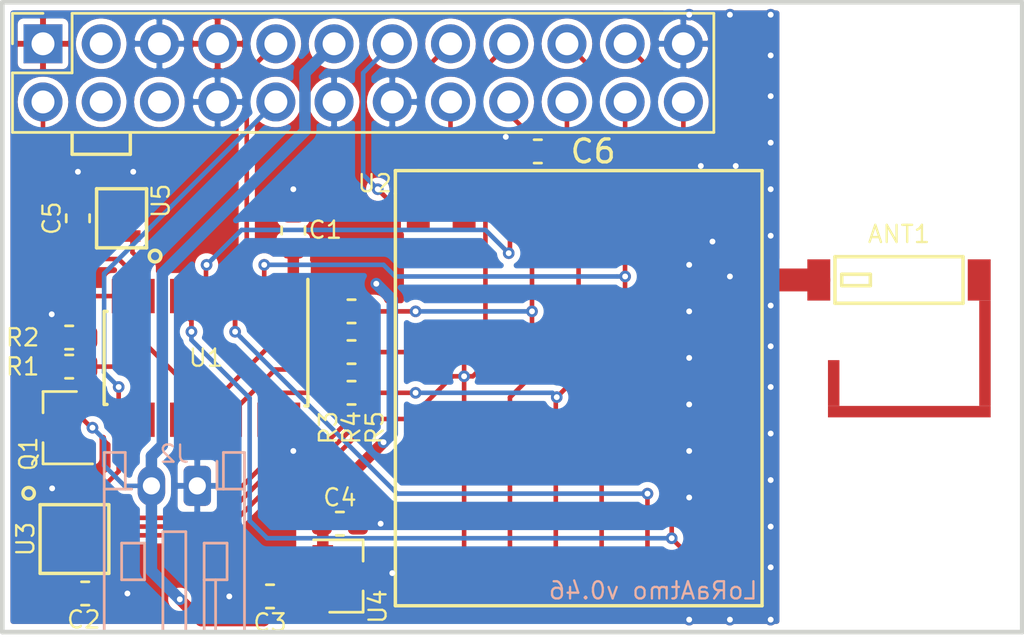
<source format=kicad_pcb>
(kicad_pcb (version 20171130) (host pcbnew "(5.1.2)-2")

  (general
    (thickness 1.6)
    (drawings 8)
    (tracks 300)
    (zones 0)
    (modules 20)
    (nets 25)
  )

  (page USLetter)
  (layers
    (0 F.Cu signal)
    (31 B.Cu signal)
    (35 F.Paste user hide)
    (36 B.SilkS user)
    (37 F.SilkS user)
    (38 B.Mask user hide)
    (39 F.Mask user hide)
    (44 Edge.Cuts user)
    (45 Margin user hide)
    (46 B.CrtYd user hide)
    (47 F.CrtYd user hide)
  )

  (setup
    (last_trace_width 0.2)
    (trace_clearance 0.1524)
    (zone_clearance 0.254)
    (zone_45_only no)
    (trace_min 0.1524)
    (via_size 0.508)
    (via_drill 0.254)
    (via_min_size 0.508)
    (via_min_drill 0.254)
    (uvia_size 0.508)
    (uvia_drill 0.254)
    (uvias_allowed no)
    (uvia_min_size 0.2)
    (uvia_min_drill 0.1)
    (edge_width 0.2)
    (segment_width 0.2)
    (pcb_text_width 0.3)
    (pcb_text_size 1.5 1.5)
    (mod_edge_width 0.15)
    (mod_text_size 0.75 0.75)
    (mod_text_width 0.1016)
    (pad_size 1 1)
    (pad_drill 0)
    (pad_to_mask_clearance 0.0508)
    (solder_mask_min_width 0.25)
    (aux_axis_origin 0 0)
    (visible_elements 7EFFBFFF)
    (pcbplotparams
      (layerselection 0x010a8_7fffffff)
      (usegerberextensions true)
      (usegerberattributes true)
      (usegerberadvancedattributes true)
      (creategerberjobfile false)
      (excludeedgelayer true)
      (linewidth 0.100000)
      (plotframeref false)
      (viasonmask true)
      (mode 1)
      (useauxorigin false)
      (hpglpennumber 1)
      (hpglpenspeed 20)
      (hpglpendiameter 15.000000)
      (psnegative false)
      (psa4output false)
      (plotreference true)
      (plotvalue true)
      (plotinvisibletext false)
      (padsonsilk false)
      (subtractmaskfromsilk true)
      (outputformat 4)
      (mirror false)
      (drillshape 2)
      (scaleselection 1)
      (outputdirectory "output"))
  )

  (net 0 "")
  (net 1 VDD)
  (net 2 GND)
  (net 3 DIO0)
  (net 4 UPDI)
  (net 5 RESET)
  (net 6 DIO5)
  (net 7 DIO4)
  (net 8 DIO3)
  (net 9 DIO2)
  (net 10 DIO1)
  (net 11 BME_CS)
  (net 12 "Net-(ANT1-Pad1)")
  (net 13 MOSI_R)
  (net 14 SCK_R)
  (net 15 MISO_R)
  (net 16 CLK32K)
  (net 17 SCK)
  (net 18 MISO)
  (net 19 MOSI)
  (net 20 LORA_CS)
  (net 21 BAT_IN)
  (net 22 BAT_EN)
  (net 23 "Net-(Q1-Pad3)")
  (net 24 V_BAT)

  (net_class Default "This is the default net class."
    (clearance 0.1524)
    (trace_width 0.2)
    (via_dia 0.508)
    (via_drill 0.254)
    (uvia_dia 0.508)
    (uvia_drill 0.254)
    (add_net BAT_EN)
    (add_net BAT_IN)
    (add_net BME_CS)
    (add_net CLK32K)
    (add_net DIO0)
    (add_net DIO1)
    (add_net DIO2)
    (add_net DIO3)
    (add_net DIO4)
    (add_net DIO5)
    (add_net GND)
    (add_net LORA_CS)
    (add_net MISO)
    (add_net MISO_R)
    (add_net MOSI)
    (add_net MOSI_R)
    (add_net "Net-(ANT1-Pad1)")
    (add_net "Net-(Q1-Pad3)")
    (add_net RESET)
    (add_net SCK)
    (add_net SCK_R)
    (add_net UPDI)
    (add_net VDD)
    (add_net V_BAT)
  )

  (module lora_node:DSC6083MI2A (layer F.Cu) (tedit 5D4A4AE6) (tstamp 5CF55620)
    (at 116.205 90.932 90)
    (path /5C8CDBBC)
    (attr smd)
    (fp_text reference U5 (at 0.762 1.7145 90) (layer F.SilkS)
      (effects (font (size 0.75 0.75) (thickness 0.1016)))
    )
    (fp_text value DSC6083 (at 0 2.794 90) (layer F.Fab)
      (effects (font (size 0.75 0.75) (thickness 0.1016)))
    )
    (fp_circle (center -1.651 1.4605) (end -1.397 1.4605) (layer F.SilkS) (width 0.1524))
    (fp_line (start 1.29 -1.09) (end -1.29 -1.09) (layer F.SilkS) (width 0.1524))
    (fp_line (start 1.29 1.09) (end 1.29 -1.09) (layer F.SilkS) (width 0.1524))
    (fp_line (start -1.29 1.09) (end 1.29 1.09) (layer F.SilkS) (width 0.1524))
    (fp_line (start -1.29 -1.09) (end -1.29 1.09) (layer F.SilkS) (width 0.1524))
    (fp_line (start -1 0.8) (end -1 -0.8) (layer F.CrtYd) (width 0.025))
    (fp_line (start 1 0.8) (end -1 0.8) (layer F.CrtYd) (width 0.025))
    (fp_line (start 1 -0.8) (end 1 0.8) (layer F.CrtYd) (width 0.025))
    (fp_line (start -1 -0.8) (end 1 -0.8) (layer F.CrtYd) (width 0.025))
    (pad 4 smd rect (at -0.775 -0.475 90) (size 0.5 0.7) (layers F.Cu F.Paste F.Mask)
      (net 1 VDD))
    (pad 3 smd rect (at 0.775 -0.475 90) (size 0.5 0.7) (layers F.Cu F.Paste F.Mask))
    (pad 2 smd rect (at 0.775 0.475 90) (size 0.5 0.7) (layers F.Cu F.Paste F.Mask)
      (net 2 GND))
    (pad 1 smd rect (at -0.775 0.475 90) (size 0.5 0.7) (layers F.Cu F.Paste F.Mask)
      (net 16 CLK32K))
  )

  (module Capacitor_SMD:C_0603_1608Metric (layer F.Cu) (tedit 5B301BBE) (tstamp 5D467870)
    (at 134.366 88.011)
    (descr "Capacitor SMD 0603 (1608 Metric), square (rectangular) end terminal, IPC_7351 nominal, (Body size source: http://www.tortai-tech.com/upload/download/2011102023233369053.pdf), generated with kicad-footprint-generator")
    (tags capacitor)
    (path /5D488EE6)
    (attr smd)
    (fp_text reference C6 (at 2.413 0) (layer F.SilkS)
      (effects (font (size 1 1) (thickness 0.15)))
    )
    (fp_text value 100nF (at 0 1.43) (layer F.Fab)
      (effects (font (size 1 1) (thickness 0.15)))
    )
    (fp_text user %R (at 0 0) (layer F.Fab)
      (effects (font (size 0.4 0.4) (thickness 0.06)))
    )
    (fp_line (start 1.48 0.73) (end -1.48 0.73) (layer F.CrtYd) (width 0.05))
    (fp_line (start 1.48 -0.73) (end 1.48 0.73) (layer F.CrtYd) (width 0.05))
    (fp_line (start -1.48 -0.73) (end 1.48 -0.73) (layer F.CrtYd) (width 0.05))
    (fp_line (start -1.48 0.73) (end -1.48 -0.73) (layer F.CrtYd) (width 0.05))
    (fp_line (start -0.162779 0.51) (end 0.162779 0.51) (layer F.SilkS) (width 0.12))
    (fp_line (start -0.162779 -0.51) (end 0.162779 -0.51) (layer F.SilkS) (width 0.12))
    (fp_line (start 0.8 0.4) (end -0.8 0.4) (layer F.Fab) (width 0.1))
    (fp_line (start 0.8 -0.4) (end 0.8 0.4) (layer F.Fab) (width 0.1))
    (fp_line (start -0.8 -0.4) (end 0.8 -0.4) (layer F.Fab) (width 0.1))
    (fp_line (start -0.8 0.4) (end -0.8 -0.4) (layer F.Fab) (width 0.1))
    (pad 2 smd roundrect (at 0.7875 0) (size 0.875 0.95) (layers F.Cu F.Paste F.Mask) (roundrect_rratio 0.25)
      (net 1 VDD))
    (pad 1 smd roundrect (at -0.7875 0) (size 0.875 0.95) (layers F.Cu F.Paste F.Mask) (roundrect_rratio 0.25)
      (net 2 GND))
    (model ${KISYS3DMOD}/Capacitor_SMD.3dshapes/C_0603_1608Metric.wrl
      (at (xyz 0 0 0))
      (scale (xyz 1 1 1))
      (rotate (xyz 0 0 0))
    )
  )

  (module Capacitor_SMD:C_0603_1608Metric (layer F.Cu) (tedit 5B301BBE) (tstamp 5D46B024)
    (at 122.682 107.442 180)
    (descr "Capacitor SMD 0603 (1608 Metric), square (rectangular) end terminal, IPC_7351 nominal, (Body size source: http://www.tortai-tech.com/upload/download/2011102023233369053.pdf), generated with kicad-footprint-generator")
    (tags capacitor)
    (path /5D2C2C10)
    (attr smd)
    (fp_text reference C3 (at 0 -1.143 180) (layer F.SilkS)
      (effects (font (size 0.75 0.75) (thickness 0.1016)))
    )
    (fp_text value 2.2uF (at 0 1.43 180) (layer F.Fab)
      (effects (font (size 0.75 0.75) (thickness 0.1016)))
    )
    (fp_text user %R (at 0 0 180) (layer F.Fab)
      (effects (font (size 0.4 0.4) (thickness 0.06)))
    )
    (fp_line (start 1.48 0.73) (end -1.48 0.73) (layer F.CrtYd) (width 0.05))
    (fp_line (start 1.48 -0.73) (end 1.48 0.73) (layer F.CrtYd) (width 0.05))
    (fp_line (start -1.48 -0.73) (end 1.48 -0.73) (layer F.CrtYd) (width 0.05))
    (fp_line (start -1.48 0.73) (end -1.48 -0.73) (layer F.CrtYd) (width 0.05))
    (fp_line (start -0.162779 0.51) (end 0.162779 0.51) (layer F.SilkS) (width 0.12))
    (fp_line (start -0.162779 -0.51) (end 0.162779 -0.51) (layer F.SilkS) (width 0.12))
    (fp_line (start 0.8 0.4) (end -0.8 0.4) (layer F.Fab) (width 0.1))
    (fp_line (start 0.8 -0.4) (end 0.8 0.4) (layer F.Fab) (width 0.1))
    (fp_line (start -0.8 -0.4) (end 0.8 -0.4) (layer F.Fab) (width 0.1))
    (fp_line (start -0.8 0.4) (end -0.8 -0.4) (layer F.Fab) (width 0.1))
    (pad 2 smd roundrect (at 0.7875 0 180) (size 0.875 0.95) (layers F.Cu F.Paste F.Mask) (roundrect_rratio 0.25)
      (net 2 GND))
    (pad 1 smd roundrect (at -0.7875 0 180) (size 0.875 0.95) (layers F.Cu F.Paste F.Mask) (roundrect_rratio 0.25)
      (net 24 V_BAT))
    (model ${KISYS3DMOD}/Capacitor_SMD.3dshapes/C_0603_1608Metric.wrl
      (at (xyz 0 0 0))
      (scale (xyz 1 1 1))
      (rotate (xyz 0 0 0))
    )
  )

  (module Capacitor_SMD:C_0603_1608Metric (layer F.Cu) (tedit 5B301BBE) (tstamp 5D6B5356)
    (at 125.73 104.267)
    (descr "Capacitor SMD 0603 (1608 Metric), square (rectangular) end terminal, IPC_7351 nominal, (Body size source: http://www.tortai-tech.com/upload/download/2011102023233369053.pdf), generated with kicad-footprint-generator")
    (tags capacitor)
    (path /5D2C2C5C)
    (attr smd)
    (fp_text reference C4 (at 0 -1.143 180) (layer F.SilkS)
      (effects (font (size 0.75 0.75) (thickness 0.1016)))
    )
    (fp_text value 2.2uF (at 0 1.43 180) (layer F.Fab)
      (effects (font (size 0.75 0.75) (thickness 0.1016)))
    )
    (fp_line (start -0.8 0.4) (end -0.8 -0.4) (layer F.Fab) (width 0.1))
    (fp_line (start -0.8 -0.4) (end 0.8 -0.4) (layer F.Fab) (width 0.1))
    (fp_line (start 0.8 -0.4) (end 0.8 0.4) (layer F.Fab) (width 0.1))
    (fp_line (start 0.8 0.4) (end -0.8 0.4) (layer F.Fab) (width 0.1))
    (fp_line (start -0.16278 -0.51) (end 0.16278 -0.51) (layer F.SilkS) (width 0.12))
    (fp_line (start -0.16278 0.51) (end 0.16278 0.51) (layer F.SilkS) (width 0.12))
    (fp_line (start -1.48 0.73) (end -1.48 -0.73) (layer F.CrtYd) (width 0.05))
    (fp_line (start -1.48 -0.73) (end 1.48 -0.73) (layer F.CrtYd) (width 0.05))
    (fp_line (start 1.48 -0.73) (end 1.48 0.73) (layer F.CrtYd) (width 0.05))
    (fp_line (start 1.48 0.73) (end -1.48 0.73) (layer F.CrtYd) (width 0.05))
    (fp_text user %R (at 0 0 180) (layer F.Fab)
      (effects (font (size 0.4 0.4) (thickness 0.06)))
    )
    (pad 1 smd roundrect (at -0.787501 0) (size 0.875 0.95) (layers F.Cu F.Paste F.Mask) (roundrect_rratio 0.25)
      (net 1 VDD))
    (pad 2 smd roundrect (at 0.787501 0) (size 0.875 0.95) (layers F.Cu F.Paste F.Mask) (roundrect_rratio 0.25)
      (net 2 GND))
    (model ${KISYS3DMOD}/Capacitor_SMD.3dshapes/C_0603_1608Metric.wrl
      (at (xyz 0 0 0))
      (scale (xyz 1 1 1))
      (rotate (xyz 0 0 0))
    )
  )

  (module Connector_JST:JST_PH_S2B-PH-K_1x02_P2.00mm_Horizontal (layer B.Cu) (tedit 5B7745C6) (tstamp 5D378605)
    (at 119.507 102.616 180)
    (descr "JST PH series connector, S2B-PH-K (http://www.jst-mfg.com/product/pdf/eng/ePH.pdf), generated with kicad-footprint-generator")
    (tags "connector JST PH top entry")
    (path /5D2B05A8)
    (fp_text reference J2 (at 1 1.397 180) (layer B.SilkS)
      (effects (font (size 0.75 0.75) (thickness 0.1016)) (justify mirror))
    )
    (fp_text value "S2B-PH-K-S(LF)(SN)" (at 1 -7.45 180) (layer B.Fab)
      (effects (font (size 0.75 0.75) (thickness 0.1016)) (justify mirror))
    )
    (fp_line (start -0.86 -0.14) (end -1.14 -0.14) (layer B.SilkS) (width 0.12))
    (fp_line (start -1.14 -0.14) (end -1.14 1.46) (layer B.SilkS) (width 0.12))
    (fp_line (start -1.14 1.46) (end -2.06 1.46) (layer B.SilkS) (width 0.12))
    (fp_line (start -2.06 1.46) (end -2.06 -6.36) (layer B.SilkS) (width 0.12))
    (fp_line (start -2.06 -6.36) (end 4.06 -6.36) (layer B.SilkS) (width 0.12))
    (fp_line (start 4.06 -6.36) (end 4.06 1.46) (layer B.SilkS) (width 0.12))
    (fp_line (start 4.06 1.46) (end 3.14 1.46) (layer B.SilkS) (width 0.12))
    (fp_line (start 3.14 1.46) (end 3.14 -0.14) (layer B.SilkS) (width 0.12))
    (fp_line (start 3.14 -0.14) (end 2.86 -0.14) (layer B.SilkS) (width 0.12))
    (fp_line (start 0.5 -6.36) (end 0.5 -2) (layer B.SilkS) (width 0.12))
    (fp_line (start 0.5 -2) (end 1.5 -2) (layer B.SilkS) (width 0.12))
    (fp_line (start 1.5 -2) (end 1.5 -6.36) (layer B.SilkS) (width 0.12))
    (fp_line (start -2.06 -0.14) (end -1.14 -0.14) (layer B.SilkS) (width 0.12))
    (fp_line (start 4.06 -0.14) (end 3.14 -0.14) (layer B.SilkS) (width 0.12))
    (fp_line (start -1.3 -2.5) (end -1.3 -4.1) (layer B.SilkS) (width 0.12))
    (fp_line (start -1.3 -4.1) (end -0.3 -4.1) (layer B.SilkS) (width 0.12))
    (fp_line (start -0.3 -4.1) (end -0.3 -2.5) (layer B.SilkS) (width 0.12))
    (fp_line (start -0.3 -2.5) (end -1.3 -2.5) (layer B.SilkS) (width 0.12))
    (fp_line (start 3.3 -2.5) (end 3.3 -4.1) (layer B.SilkS) (width 0.12))
    (fp_line (start 3.3 -4.1) (end 2.3 -4.1) (layer B.SilkS) (width 0.12))
    (fp_line (start 2.3 -4.1) (end 2.3 -2.5) (layer B.SilkS) (width 0.12))
    (fp_line (start 2.3 -2.5) (end 3.3 -2.5) (layer B.SilkS) (width 0.12))
    (fp_line (start -0.3 -4.1) (end -0.3 -6.36) (layer B.SilkS) (width 0.12))
    (fp_line (start -0.8 -4.1) (end -0.8 -6.36) (layer B.SilkS) (width 0.12))
    (fp_line (start -2.45 1.85) (end -2.45 -6.75) (layer B.CrtYd) (width 0.05))
    (fp_line (start -2.45 -6.75) (end 4.45 -6.75) (layer B.CrtYd) (width 0.05))
    (fp_line (start 4.45 -6.75) (end 4.45 1.85) (layer B.CrtYd) (width 0.05))
    (fp_line (start 4.45 1.85) (end -2.45 1.85) (layer B.CrtYd) (width 0.05))
    (fp_line (start -1.25 -0.25) (end -1.25 1.35) (layer B.Fab) (width 0.1))
    (fp_line (start -1.25 1.35) (end -1.95 1.35) (layer B.Fab) (width 0.1))
    (fp_line (start -1.95 1.35) (end -1.95 -6.25) (layer B.Fab) (width 0.1))
    (fp_line (start -1.95 -6.25) (end 3.95 -6.25) (layer B.Fab) (width 0.1))
    (fp_line (start 3.95 -6.25) (end 3.95 1.35) (layer B.Fab) (width 0.1))
    (fp_line (start 3.95 1.35) (end 3.25 1.35) (layer B.Fab) (width 0.1))
    (fp_line (start 3.25 1.35) (end 3.25 -0.25) (layer B.Fab) (width 0.1))
    (fp_line (start 3.25 -0.25) (end -1.25 -0.25) (layer B.Fab) (width 0.1))
    (fp_line (start -0.86 -0.14) (end -0.86 1.075) (layer B.SilkS) (width 0.12))
    (fp_line (start 0 -0.875) (end -0.5 -1.375) (layer B.Fab) (width 0.1))
    (fp_line (start -0.5 -1.375) (end 0.5 -1.375) (layer B.Fab) (width 0.1))
    (fp_line (start 0.5 -1.375) (end 0 -0.875) (layer B.Fab) (width 0.1))
    (fp_text user %R (at 1 -2.5 180) (layer B.Fab)
      (effects (font (size 1 1) (thickness 0.15)) (justify mirror))
    )
    (pad 1 thru_hole roundrect (at 0 0 180) (size 1.2 1.75) (drill 0.75) (layers *.Cu *.Mask) (roundrect_rratio 0.208333)
      (net 2 GND))
    (pad 2 thru_hole oval (at 2 0 180) (size 1.2 1.75) (drill 0.75) (layers *.Cu *.Mask)
      (net 24 V_BAT))
    (model ${KISYS3DMOD}/Connector_JST.3dshapes/JST_PH_S2B-PH-K_1x02_P2.00mm_Horizontal.wrl
      (at (xyz 0 0 0))
      (scale (xyz 1 1 1))
      (rotate (xyz 0 0 0))
    )
  )

  (module Package_TO_SOT_SMD:SOT-23 (layer F.Cu) (tedit 5A02FF57) (tstamp 5D4AA9E1)
    (at 125.984 106.553)
    (descr "SOT-23, Standard")
    (tags SOT-23)
    (path /5D2BA252)
    (attr smd)
    (fp_text reference U4 (at 1.397 1.3335 90) (layer F.SilkS)
      (effects (font (size 0.75 0.75) (thickness 0.1016)))
    )
    (fp_text value MCP1812A (at 0 2.5) (layer F.Fab)
      (effects (font (size 0.75 0.75) (thickness 0.1016)))
    )
    (fp_line (start 0.76 1.58) (end -0.7 1.58) (layer F.SilkS) (width 0.12))
    (fp_line (start 0.76 -1.58) (end -1.4 -1.58) (layer F.SilkS) (width 0.12))
    (fp_line (start -1.7 1.75) (end -1.7 -1.75) (layer F.CrtYd) (width 0.05))
    (fp_line (start 1.7 1.75) (end -1.7 1.75) (layer F.CrtYd) (width 0.05))
    (fp_line (start 1.7 -1.75) (end 1.7 1.75) (layer F.CrtYd) (width 0.05))
    (fp_line (start -1.7 -1.75) (end 1.7 -1.75) (layer F.CrtYd) (width 0.05))
    (fp_line (start 0.76 -1.58) (end 0.76 -0.65) (layer F.SilkS) (width 0.12))
    (fp_line (start 0.76 1.58) (end 0.76 0.65) (layer F.SilkS) (width 0.12))
    (fp_line (start -0.7 1.52) (end 0.7 1.52) (layer F.Fab) (width 0.1))
    (fp_line (start 0.7 -1.52) (end 0.7 1.52) (layer F.Fab) (width 0.1))
    (fp_line (start -0.7 -0.95) (end -0.15 -1.52) (layer F.Fab) (width 0.1))
    (fp_line (start -0.15 -1.52) (end 0.7 -1.52) (layer F.Fab) (width 0.1))
    (fp_line (start -0.7 -0.95) (end -0.7 1.5) (layer F.Fab) (width 0.1))
    (fp_text user %R (at 0 0 90) (layer F.Fab)
      (effects (font (size 0.5 0.5) (thickness 0.075)))
    )
    (pad 3 smd rect (at 1 0) (size 0.9 0.8) (layers F.Cu F.Paste F.Mask)
      (net 2 GND))
    (pad 2 smd rect (at -1 0.95) (size 0.9 0.8) (layers F.Cu F.Paste F.Mask)
      (net 24 V_BAT))
    (pad 1 smd rect (at -1 -0.95) (size 0.9 0.8) (layers F.Cu F.Paste F.Mask)
      (net 1 VDD))
    (model ${KISYS3DMOD}/Package_TO_SOT_SMD.3dshapes/SOT-23.wrl
      (at (xyz 0 0 0))
      (scale (xyz 1 1 1))
      (rotate (xyz 0 0 0))
    )
  )

  (module Package_TO_SOT_SMD:SOT-23 (layer F.Cu) (tedit 5A02FF57) (tstamp 5D377C85)
    (at 113.538 100.076 180)
    (descr "SOT-23, Standard")
    (tags SOT-23)
    (path /5D2B3013)
    (attr smd)
    (fp_text reference Q1 (at 1.397 -1.143 270) (layer F.SilkS)
      (effects (font (size 0.75 0.75) (thickness 0.1016)))
    )
    (fp_text value Q_NMOS_GSD (at 0 2.5) (layer F.Fab)
      (effects (font (size 0.75 0.75) (thickness 0.1016)))
    )
    (fp_text user %R (at 0 0 270) (layer F.Fab)
      (effects (font (size 0.5 0.5) (thickness 0.075)))
    )
    (fp_line (start -0.7 -0.95) (end -0.7 1.5) (layer F.Fab) (width 0.1))
    (fp_line (start -0.15 -1.52) (end 0.7 -1.52) (layer F.Fab) (width 0.1))
    (fp_line (start -0.7 -0.95) (end -0.15 -1.52) (layer F.Fab) (width 0.1))
    (fp_line (start 0.7 -1.52) (end 0.7 1.52) (layer F.Fab) (width 0.1))
    (fp_line (start -0.7 1.52) (end 0.7 1.52) (layer F.Fab) (width 0.1))
    (fp_line (start 0.76 1.58) (end 0.76 0.65) (layer F.SilkS) (width 0.12))
    (fp_line (start 0.76 -1.58) (end 0.76 -0.65) (layer F.SilkS) (width 0.12))
    (fp_line (start -1.7 -1.75) (end 1.7 -1.75) (layer F.CrtYd) (width 0.05))
    (fp_line (start 1.7 -1.75) (end 1.7 1.75) (layer F.CrtYd) (width 0.05))
    (fp_line (start 1.7 1.75) (end -1.7 1.75) (layer F.CrtYd) (width 0.05))
    (fp_line (start -1.7 1.75) (end -1.7 -1.75) (layer F.CrtYd) (width 0.05))
    (fp_line (start 0.76 -1.58) (end -1.4 -1.58) (layer F.SilkS) (width 0.12))
    (fp_line (start 0.76 1.58) (end -0.7 1.58) (layer F.SilkS) (width 0.12))
    (pad 1 smd rect (at -1 -0.95 180) (size 0.9 0.8) (layers F.Cu F.Paste F.Mask)
      (net 22 BAT_EN))
    (pad 2 smd rect (at -1 0.95 180) (size 0.9 0.8) (layers F.Cu F.Paste F.Mask)
      (net 24 V_BAT))
    (pad 3 smd rect (at 1 0 180) (size 0.9 0.8) (layers F.Cu F.Paste F.Mask)
      (net 23 "Net-(Q1-Pad3)"))
    (model ${KISYS3DMOD}/Package_TO_SOT_SMD.3dshapes/SOT-23.wrl
      (at (xyz 0 0 0))
      (scale (xyz 1 1 1))
      (rotate (xyz 0 0 0))
    )
  )

  (module Resistor_SMD:R_0603_1608Metric (layer F.Cu) (tedit 5B301BBD) (tstamp 5D465DE9)
    (at 113.919 96.139 180)
    (descr "Resistor SMD 0603 (1608 Metric), square (rectangular) end terminal, IPC_7351 nominal, (Body size source: http://www.tortai-tech.com/upload/download/2011102023233369053.pdf), generated with kicad-footprint-generator")
    (tags resistor)
    (path /5D2B548F)
    (attr smd)
    (fp_text reference R2 (at 2.032 0 180) (layer F.SilkS)
      (effects (font (size 0.75 0.75) (thickness 0.1016)))
    )
    (fp_text value 26.7k (at 0 1.43 180) (layer F.Fab)
      (effects (font (size 0.75 0.75) (thickness 0.1016)))
    )
    (fp_text user %R (at 0 0 180) (layer F.Fab)
      (effects (font (size 0.4 0.4) (thickness 0.06)))
    )
    (fp_line (start 1.48 0.73) (end -1.48 0.73) (layer F.CrtYd) (width 0.05))
    (fp_line (start 1.48 -0.73) (end 1.48 0.73) (layer F.CrtYd) (width 0.05))
    (fp_line (start -1.48 -0.73) (end 1.48 -0.73) (layer F.CrtYd) (width 0.05))
    (fp_line (start -1.48 0.73) (end -1.48 -0.73) (layer F.CrtYd) (width 0.05))
    (fp_line (start -0.162779 0.51) (end 0.162779 0.51) (layer F.SilkS) (width 0.12))
    (fp_line (start -0.162779 -0.51) (end 0.162779 -0.51) (layer F.SilkS) (width 0.12))
    (fp_line (start 0.8 0.4) (end -0.8 0.4) (layer F.Fab) (width 0.1))
    (fp_line (start 0.8 -0.4) (end 0.8 0.4) (layer F.Fab) (width 0.1))
    (fp_line (start -0.8 -0.4) (end 0.8 -0.4) (layer F.Fab) (width 0.1))
    (fp_line (start -0.8 0.4) (end -0.8 -0.4) (layer F.Fab) (width 0.1))
    (pad 2 smd roundrect (at 0.7875 0 180) (size 0.875 0.95) (layers F.Cu F.Paste F.Mask) (roundrect_rratio 0.25)
      (net 2 GND))
    (pad 1 smd roundrect (at -0.7875 0 180) (size 0.875 0.95) (layers F.Cu F.Paste F.Mask) (roundrect_rratio 0.25)
      (net 21 BAT_IN))
    (model ${KISYS3DMOD}/Resistor_SMD.3dshapes/R_0603_1608Metric.wrl
      (at (xyz 0 0 0))
      (scale (xyz 1 1 1))
      (rotate (xyz 0 0 0))
    )
  )

  (module Resistor_SMD:R_0603_1608Metric (layer F.Cu) (tedit 5B301BBD) (tstamp 5D465451)
    (at 113.919 97.409)
    (descr "Resistor SMD 0603 (1608 Metric), square (rectangular) end terminal, IPC_7351 nominal, (Body size source: http://www.tortai-tech.com/upload/download/2011102023233369053.pdf), generated with kicad-footprint-generator")
    (tags resistor)
    (path /5D2B542D)
    (attr smd)
    (fp_text reference R1 (at -2.032 0) (layer F.SilkS)
      (effects (font (size 0.75 0.75) (thickness 0.1016)))
    )
    (fp_text value 11.3k (at 0 1.43) (layer F.Fab)
      (effects (font (size 0.75 0.75) (thickness 0.1016)))
    )
    (fp_line (start -0.8 0.4) (end -0.8 -0.4) (layer F.Fab) (width 0.1))
    (fp_line (start -0.8 -0.4) (end 0.8 -0.4) (layer F.Fab) (width 0.1))
    (fp_line (start 0.8 -0.4) (end 0.8 0.4) (layer F.Fab) (width 0.1))
    (fp_line (start 0.8 0.4) (end -0.8 0.4) (layer F.Fab) (width 0.1))
    (fp_line (start -0.162779 -0.51) (end 0.162779 -0.51) (layer F.SilkS) (width 0.12))
    (fp_line (start -0.162779 0.51) (end 0.162779 0.51) (layer F.SilkS) (width 0.12))
    (fp_line (start -1.48 0.73) (end -1.48 -0.73) (layer F.CrtYd) (width 0.05))
    (fp_line (start -1.48 -0.73) (end 1.48 -0.73) (layer F.CrtYd) (width 0.05))
    (fp_line (start 1.48 -0.73) (end 1.48 0.73) (layer F.CrtYd) (width 0.05))
    (fp_line (start 1.48 0.73) (end -1.48 0.73) (layer F.CrtYd) (width 0.05))
    (fp_text user %R (at 0 0) (layer F.Fab)
      (effects (font (size 0.4 0.4) (thickness 0.06)))
    )
    (pad 1 smd roundrect (at -0.7875 0) (size 0.875 0.95) (layers F.Cu F.Paste F.Mask) (roundrect_rratio 0.25)
      (net 23 "Net-(Q1-Pad3)"))
    (pad 2 smd roundrect (at 0.7875 0) (size 0.875 0.95) (layers F.Cu F.Paste F.Mask) (roundrect_rratio 0.25)
      (net 21 BAT_IN))
    (model ${KISYS3DMOD}/Resistor_SMD.3dshapes/R_0603_1608Metric.wrl
      (at (xyz 0 0 0))
      (scale (xyz 1 1 1))
      (rotate (xyz 0 0 0))
    )
  )

  (module lora_node:SOIC-14_3.9x8.7mm_P1.27mm (layer F.Cu) (tedit 5CF5BD77) (tstamp 5D02581A)
    (at 119.888 97.028 270)
    (descr "14-Lead Plastic Small Outline (SL) - Narrow, 3.90 mm Body [SOIC] (see Microchip Packaging Specification 00000049BS.pdf)")
    (tags "SOIC 1.27")
    (path /5CE8C719)
    (attr smd)
    (fp_text reference U1 (at 0 0) (layer F.SilkS)
      (effects (font (size 0.75 0.75) (thickness 0.1016)))
    )
    (fp_text value ATtiny814 (at 0 5.375 270) (layer F.Fab)
      (effects (font (size 0.75 0.75) (thickness 0.1016)))
    )
    (fp_line (start -2.032 4.445) (end 2.032 4.445) (layer F.SilkS) (width 0.15))
    (fp_line (start -3.429 -4.445) (end 2.0955 -4.445) (layer F.SilkS) (width 0.15))
    (fp_line (start -2.032 4.445) (end -2.032 4.318) (layer F.SilkS) (width 0.15))
    (fp_line (start 2.032 4.445) (end 2.032 4.318) (layer F.SilkS) (width 0.15))
    (fp_line (start 2.0955 -4.445) (end 2.0955 -4.318) (layer F.SilkS) (width 0.15))
    (fp_line (start -3.7 4.65) (end 3.7 4.65) (layer F.CrtYd) (width 0.05))
    (fp_line (start -3.7 -4.65) (end 3.7 -4.65) (layer F.CrtYd) (width 0.05))
    (fp_line (start 3.7 -4.65) (end 3.7 4.65) (layer F.CrtYd) (width 0.05))
    (fp_line (start -3.7 -4.65) (end -3.7 4.65) (layer F.CrtYd) (width 0.05))
    (fp_line (start -1.95 -3.35) (end -0.95 -4.35) (layer F.Fab) (width 0.15))
    (fp_line (start -1.95 4.35) (end -1.95 -3.35) (layer F.Fab) (width 0.15))
    (fp_line (start 1.95 4.35) (end -1.95 4.35) (layer F.Fab) (width 0.15))
    (fp_line (start 1.95 -4.35) (end 1.95 4.35) (layer F.Fab) (width 0.15))
    (fp_line (start -0.95 -4.35) (end 1.95 -4.35) (layer F.Fab) (width 0.15))
    (fp_text user %R (at 0 0 270) (layer F.Fab)
      (effects (font (size 0.9 0.9) (thickness 0.135)))
    )
    (pad 14 smd rect (at 2.7 -3.81 270) (size 1.5 0.6) (layers F.Cu F.Paste F.Mask)
      (net 2 GND))
    (pad 13 smd rect (at 2.7 -2.54 270) (size 1.5 0.6) (layers F.Cu F.Paste F.Mask)
      (net 17 SCK))
    (pad 12 smd rect (at 2.7 -1.27 270) (size 1.5 0.6) (layers F.Cu F.Paste F.Mask)
      (net 18 MISO))
    (pad 11 smd rect (at 2.7 0 270) (size 1.5 0.6) (layers F.Cu F.Paste F.Mask)
      (net 19 MOSI))
    (pad 10 smd rect (at 2.7 1.27 270) (size 1.5 0.6) (layers F.Cu F.Paste F.Mask)
      (net 4 UPDI))
    (pad 9 smd rect (at 2.7 2.54 270) (size 1.5 0.6) (layers F.Cu F.Paste F.Mask)
      (net 21 BAT_IN))
    (pad 8 smd rect (at 2.7 3.81 270) (size 1.5 0.6) (layers F.Cu F.Paste F.Mask)
      (net 11 BME_CS))
    (pad 7 smd rect (at -2.7 3.81 270) (size 1.5 0.6) (layers F.Cu F.Paste F.Mask)
      (net 22 BAT_EN))
    (pad 6 smd rect (at -2.7 2.54 270) (size 1.5 0.6) (layers F.Cu F.Paste F.Mask)
      (net 16 CLK32K))
    (pad 5 smd rect (at -2.7 1.27 270) (size 1.5 0.6) (layers F.Cu F.Paste F.Mask)
      (net 6 DIO5))
    (pad 4 smd rect (at -2.7 0 270) (size 1.5 0.6) (layers F.Cu F.Paste F.Mask)
      (net 3 DIO0))
    (pad 3 smd rect (at -2.7 -1.27 270) (size 1.5 0.6) (layers F.Cu F.Paste F.Mask)
      (net 5 RESET))
    (pad 2 smd rect (at -2.7 -2.54 270) (size 1.5 0.6) (layers F.Cu F.Paste F.Mask)
      (net 20 LORA_CS))
    (pad 1 smd rect (at -2.7 -3.81 270) (size 1.5 0.6) (layers F.Cu F.Paste F.Mask)
      (net 1 VDD))
    (model ${KISYS3DMOD}/Package_SO.3dshapes/SOIC-14_3.9x8.7mm_P1.27mm.wrl
      (at (xyz 0 0 0))
      (scale (xyz 1 1 1))
      (rotate (xyz 0 0 0))
    )
  )

  (module lora_node:0915AT43A0026 (layer F.Cu) (tedit 5CF5BB60) (tstamp 5CF57B35)
    (at 150.125 93.625)
    (path /5B4B437E)
    (attr smd)
    (fp_text reference ANT1 (at 0 -2) (layer F.SilkS)
      (effects (font (size 0.75 0.75) (thickness 0.1016)))
    )
    (fp_text value 0915AT43A0026 (at 0 7.25) (layer F.Fab)
      (effects (font (size 0.75 0.75) (thickness 0.1016)))
    )
    (fp_line (start 3.5 -1) (end -3.5 -1) (layer F.CrtYd) (width 0.05))
    (fp_line (start 3.5 1) (end 3.5 -1) (layer F.CrtYd) (width 0.05))
    (fp_line (start -3.5 1) (end 3.5 1) (layer F.CrtYd) (width 0.05))
    (fp_line (start -3.5 -1) (end -3.5 1) (layer F.CrtYd) (width 0.05))
    (fp_line (start -1.25 -0.25) (end -2.5 -0.25) (layer F.SilkS) (width 0.1524))
    (fp_line (start -1.25 0.25) (end -1.25 -0.25) (layer F.SilkS) (width 0.1524))
    (fp_line (start -2.5 0.25) (end -1.25 0.25) (layer F.SilkS) (width 0.1524))
    (fp_line (start -2.5 -0.25) (end -2.5 0.25) (layer F.SilkS) (width 0.1524))
    (fp_line (start -2.794 -1.016) (end 2.794 -1.016) (layer F.SilkS) (width 0.1524))
    (fp_line (start 2.794 -1.016) (end 2.794 1.016) (layer F.SilkS) (width 0.1524))
    (fp_line (start 2.794 1.016) (end -2.794 1.016) (layer F.SilkS) (width 0.1524))
    (fp_line (start -2.794 1.016) (end -2.794 -1.016) (layer F.SilkS) (width 0.1524))
    (pad "" smd rect (at -2.85 4.5) (size 0.5 2) (layers F.Cu F.Mask))
    (pad "" smd rect (at 0.45 5.75 90) (size 0.5 7.1) (layers F.Cu F.Mask))
    (pad "" smd rect (at 3.75 3.2) (size 0.5 4.6) (layers F.Cu F.Mask))
    (pad 2 smd rect (at 3.5 0) (size 1 1.8) (layers F.Cu F.Paste F.Mask))
    (pad 1 smd rect (at -3.5 0) (size 1 1.8) (layers F.Cu F.Paste F.Mask)
      (net 12 "Net-(ANT1-Pad1)"))
  )

  (module Resistor_SMD:R_0603_1608Metric (layer F.Cu) (tedit 5B301BBD) (tstamp 5CF53C75)
    (at 126.238 96.774 180)
    (descr "Resistor SMD 0603 (1608 Metric), square (rectangular) end terminal, IPC_7351 nominal, (Body size source: http://www.tortai-tech.com/upload/download/2011102023233369053.pdf), generated with kicad-footprint-generator")
    (tags resistor)
    (path /5BCD45AD)
    (attr smd)
    (fp_text reference R5 (at -1.016 -3.302 270) (layer F.SilkS)
      (effects (font (size 0.75 0.75) (thickness 0.1016)))
    )
    (fp_text value 22 (at 0 1.43 180) (layer F.Fab)
      (effects (font (size 0.75 0.75) (thickness 0.1016)))
    )
    (fp_line (start -0.8 0.4) (end -0.8 -0.4) (layer F.Fab) (width 0.1))
    (fp_line (start -0.8 -0.4) (end 0.8 -0.4) (layer F.Fab) (width 0.1))
    (fp_line (start 0.8 -0.4) (end 0.8 0.4) (layer F.Fab) (width 0.1))
    (fp_line (start 0.8 0.4) (end -0.8 0.4) (layer F.Fab) (width 0.1))
    (fp_line (start -0.162779 -0.51) (end 0.162779 -0.51) (layer F.SilkS) (width 0.12))
    (fp_line (start -0.162779 0.51) (end 0.162779 0.51) (layer F.SilkS) (width 0.12))
    (fp_line (start -1.48 0.73) (end -1.48 -0.73) (layer F.CrtYd) (width 0.05))
    (fp_line (start -1.48 -0.73) (end 1.48 -0.73) (layer F.CrtYd) (width 0.05))
    (fp_line (start 1.48 -0.73) (end 1.48 0.73) (layer F.CrtYd) (width 0.05))
    (fp_line (start 1.48 0.73) (end -1.48 0.73) (layer F.CrtYd) (width 0.05))
    (fp_text user %R (at 0 0 180) (layer F.Fab)
      (effects (font (size 0.75 0.75) (thickness 0.1016)))
    )
    (pad 1 smd roundrect (at -0.7875 0 180) (size 0.875 0.95) (layers F.Cu F.Paste F.Mask) (roundrect_rratio 0.25)
      (net 15 MISO_R))
    (pad 2 smd roundrect (at 0.7875 0 180) (size 0.875 0.95) (layers F.Cu F.Paste F.Mask) (roundrect_rratio 0.25)
      (net 18 MISO))
    (model ${KISYS3DMOD}/Resistor_SMD.3dshapes/R_0603_1608Metric.wrl
      (at (xyz 0 0 0))
      (scale (xyz 1 1 1))
      (rotate (xyz 0 0 0))
    )
  )

  (module Resistor_SMD:R_0603_1608Metric (layer F.Cu) (tedit 5B301BBD) (tstamp 5CF53BE5)
    (at 126.238 94.996 180)
    (descr "Resistor SMD 0603 (1608 Metric), square (rectangular) end terminal, IPC_7351 nominal, (Body size source: http://www.tortai-tech.com/upload/download/2011102023233369053.pdf), generated with kicad-footprint-generator")
    (tags resistor)
    (path /5BCD4577)
    (attr smd)
    (fp_text reference R4 (at 0 -5.08 270) (layer F.SilkS)
      (effects (font (size 0.75 0.75) (thickness 0.1016)))
    )
    (fp_text value 22 (at 0 1.43 180) (layer F.Fab)
      (effects (font (size 0.75 0.75) (thickness 0.1016)))
    )
    (fp_text user %R (at 0 0 180) (layer F.Fab)
      (effects (font (size 0.75 0.75) (thickness 0.1016)))
    )
    (fp_line (start 1.48 0.73) (end -1.48 0.73) (layer F.CrtYd) (width 0.05))
    (fp_line (start 1.48 -0.73) (end 1.48 0.73) (layer F.CrtYd) (width 0.05))
    (fp_line (start -1.48 -0.73) (end 1.48 -0.73) (layer F.CrtYd) (width 0.05))
    (fp_line (start -1.48 0.73) (end -1.48 -0.73) (layer F.CrtYd) (width 0.05))
    (fp_line (start -0.162779 0.51) (end 0.162779 0.51) (layer F.SilkS) (width 0.12))
    (fp_line (start -0.162779 -0.51) (end 0.162779 -0.51) (layer F.SilkS) (width 0.12))
    (fp_line (start 0.8 0.4) (end -0.8 0.4) (layer F.Fab) (width 0.1))
    (fp_line (start 0.8 -0.4) (end 0.8 0.4) (layer F.Fab) (width 0.1))
    (fp_line (start -0.8 -0.4) (end 0.8 -0.4) (layer F.Fab) (width 0.1))
    (fp_line (start -0.8 0.4) (end -0.8 -0.4) (layer F.Fab) (width 0.1))
    (pad 2 smd roundrect (at 0.7875 0 180) (size 0.875 0.95) (layers F.Cu F.Paste F.Mask) (roundrect_rratio 0.25)
      (net 19 MOSI))
    (pad 1 smd roundrect (at -0.7875 0 180) (size 0.875 0.95) (layers F.Cu F.Paste F.Mask) (roundrect_rratio 0.25)
      (net 13 MOSI_R))
    (model ${KISYS3DMOD}/Resistor_SMD.3dshapes/R_0603_1608Metric.wrl
      (at (xyz 0 0 0))
      (scale (xyz 1 1 1))
      (rotate (xyz 0 0 0))
    )
  )

  (module Resistor_SMD:R_0603_1608Metric (layer F.Cu) (tedit 5B301BBD) (tstamp 5CF53BB5)
    (at 126.238 98.552 180)
    (descr "Resistor SMD 0603 (1608 Metric), square (rectangular) end terminal, IPC_7351 nominal, (Body size source: http://www.tortai-tech.com/upload/download/2011102023233369053.pdf), generated with kicad-footprint-generator")
    (tags resistor)
    (path /5BCD452B)
    (attr smd)
    (fp_text reference R3 (at 1.016 -1.524 270) (layer F.SilkS)
      (effects (font (size 0.75 0.75) (thickness 0.1016)))
    )
    (fp_text value 22 (at 0 1.43 180) (layer F.Fab)
      (effects (font (size 0.75 0.75) (thickness 0.1016)))
    )
    (fp_line (start -0.8 0.4) (end -0.8 -0.4) (layer F.Fab) (width 0.1))
    (fp_line (start -0.8 -0.4) (end 0.8 -0.4) (layer F.Fab) (width 0.1))
    (fp_line (start 0.8 -0.4) (end 0.8 0.4) (layer F.Fab) (width 0.1))
    (fp_line (start 0.8 0.4) (end -0.8 0.4) (layer F.Fab) (width 0.1))
    (fp_line (start -0.162779 -0.51) (end 0.162779 -0.51) (layer F.SilkS) (width 0.12))
    (fp_line (start -0.162779 0.51) (end 0.162779 0.51) (layer F.SilkS) (width 0.12))
    (fp_line (start -1.48 0.73) (end -1.48 -0.73) (layer F.CrtYd) (width 0.05))
    (fp_line (start -1.48 -0.73) (end 1.48 -0.73) (layer F.CrtYd) (width 0.05))
    (fp_line (start 1.48 -0.73) (end 1.48 0.73) (layer F.CrtYd) (width 0.05))
    (fp_line (start 1.48 0.73) (end -1.48 0.73) (layer F.CrtYd) (width 0.05))
    (fp_text user %R (at 0 0 180) (layer F.Fab)
      (effects (font (size 0.75 0.75) (thickness 0.1016)))
    )
    (pad 1 smd roundrect (at -0.7875 0 180) (size 0.875 0.95) (layers F.Cu F.Paste F.Mask) (roundrect_rratio 0.25)
      (net 14 SCK_R))
    (pad 2 smd roundrect (at 0.7875 0 180) (size 0.875 0.95) (layers F.Cu F.Paste F.Mask) (roundrect_rratio 0.25)
      (net 17 SCK))
    (model ${KISYS3DMOD}/Resistor_SMD.3dshapes/R_0603_1608Metric.wrl
      (at (xyz 0 0 0))
      (scale (xyz 1 1 1))
      (rotate (xyz 0 0 0))
    )
  )

  (module Capacitor_SMD:C_0603_1608Metric (layer F.Cu) (tedit 5B301BBE) (tstamp 5C8E8040)
    (at 114.6175 107.315 180)
    (descr "Capacitor SMD 0603 (1608 Metric), square (rectangular) end terminal, IPC_7351 nominal, (Body size source: http://www.tortai-tech.com/upload/download/2011102023233369053.pdf), generated with kicad-footprint-generator")
    (tags capacitor)
    (path /5B2F1E2A)
    (attr smd)
    (fp_text reference C2 (at 0.0635 -1.143 180) (layer F.SilkS)
      (effects (font (size 0.75 0.75) (thickness 0.1016)))
    )
    (fp_text value 100nF (at 0 1.43 180) (layer F.Fab)
      (effects (font (size 0.75 0.75) (thickness 0.1016)))
    )
    (fp_line (start -0.8 0.4) (end -0.8 -0.4) (layer F.Fab) (width 0.1))
    (fp_line (start -0.8 -0.4) (end 0.8 -0.4) (layer F.Fab) (width 0.1))
    (fp_line (start 0.8 -0.4) (end 0.8 0.4) (layer F.Fab) (width 0.1))
    (fp_line (start 0.8 0.4) (end -0.8 0.4) (layer F.Fab) (width 0.1))
    (fp_line (start -0.162779 -0.51) (end 0.162779 -0.51) (layer F.SilkS) (width 0.12))
    (fp_line (start -0.162779 0.51) (end 0.162779 0.51) (layer F.SilkS) (width 0.12))
    (fp_line (start -1.48 0.73) (end -1.48 -0.73) (layer F.CrtYd) (width 0.05))
    (fp_line (start -1.48 -0.73) (end 1.48 -0.73) (layer F.CrtYd) (width 0.05))
    (fp_line (start 1.48 -0.73) (end 1.48 0.73) (layer F.CrtYd) (width 0.05))
    (fp_line (start 1.48 0.73) (end -1.48 0.73) (layer F.CrtYd) (width 0.05))
    (fp_text user %R (at 0 0 180) (layer F.Fab)
      (effects (font (size 0.75 0.75) (thickness 0.1016)))
    )
    (pad 1 smd roundrect (at -0.7875 0 180) (size 0.875 0.95) (layers F.Cu F.Paste F.Mask) (roundrect_rratio 0.25)
      (net 2 GND))
    (pad 2 smd roundrect (at 0.7875 0 180) (size 0.875 0.95) (layers F.Cu F.Paste F.Mask) (roundrect_rratio 0.25)
      (net 1 VDD))
    (model ${KISYS3DMOD}/Capacitor_SMD.3dshapes/C_0603_1608Metric.wrl
      (at (xyz 0 0 0))
      (scale (xyz 1 1 1))
      (rotate (xyz 0 0 0))
    )
  )

  (module Capacitor_SMD:C_0603_1608Metric (layer F.Cu) (tedit 5B301BBE) (tstamp 5CF54AFB)
    (at 123.698 91.465501 90)
    (descr "Capacitor SMD 0603 (1608 Metric), square (rectangular) end terminal, IPC_7351 nominal, (Body size source: http://www.tortai-tech.com/upload/download/2011102023233369053.pdf), generated with kicad-footprint-generator")
    (tags capacitor)
    (path /5B5EC441)
    (attr smd)
    (fp_text reference C1 (at 0.025501 1.397 180) (layer F.SilkS)
      (effects (font (size 0.75 0.75) (thickness 0.1016)))
    )
    (fp_text value 100nF (at 0 1.43 90) (layer F.Fab)
      (effects (font (size 0.75 0.75) (thickness 0.1016)))
    )
    (fp_line (start -0.8 0.4) (end -0.8 -0.4) (layer F.Fab) (width 0.1))
    (fp_line (start -0.8 -0.4) (end 0.8 -0.4) (layer F.Fab) (width 0.1))
    (fp_line (start 0.8 -0.4) (end 0.8 0.4) (layer F.Fab) (width 0.1))
    (fp_line (start 0.8 0.4) (end -0.8 0.4) (layer F.Fab) (width 0.1))
    (fp_line (start -0.16278 -0.51) (end 0.16278 -0.51) (layer F.SilkS) (width 0.12))
    (fp_line (start -0.16278 0.51) (end 0.16278 0.51) (layer F.SilkS) (width 0.12))
    (fp_line (start -1.48 0.73) (end -1.48 -0.73) (layer F.CrtYd) (width 0.05))
    (fp_line (start -1.48 -0.73) (end 1.48 -0.73) (layer F.CrtYd) (width 0.05))
    (fp_line (start 1.48 -0.73) (end 1.48 0.73) (layer F.CrtYd) (width 0.05))
    (fp_line (start 1.48 0.73) (end -1.48 0.73) (layer F.CrtYd) (width 0.05))
    (fp_text user %R (at 0 0 90) (layer F.Fab)
      (effects (font (size 0.75 0.75) (thickness 0.1016)))
    )
    (pad 1 smd roundrect (at -0.787501 0 90) (size 0.875 0.95) (layers F.Cu F.Paste F.Mask) (roundrect_rratio 0.25)
      (net 1 VDD))
    (pad 2 smd roundrect (at 0.787501 0 90) (size 0.875 0.95) (layers F.Cu F.Paste F.Mask) (roundrect_rratio 0.25)
      (net 2 GND))
    (model ${KISYS3DMOD}/Capacitor_SMD.3dshapes/C_0603_1608Metric.wrl
      (at (xyz 0 0 0))
      (scale (xyz 1 1 1))
      (rotate (xyz 0 0 0))
    )
  )

  (module Connector_PinSocket_2.54mm:PinSocket_2x12_P2.54mm_Vertical (layer F.Cu) (tedit 5C81E5A4) (tstamp 5CAAFF56)
    (at 112.776 83.312 90)
    (descr "Through hole straight socket strip, 2x12, 2.54mm pitch, double cols (from Kicad 4.0.7), script generated")
    (tags "Through hole socket strip THT 2x12 2.54mm double row")
    (path /5C75037C)
    (fp_text reference J1 (at -1.151 6.393 180) (layer F.SilkS) hide
      (effects (font (size 0.75 0.75) (thickness 0.1016)))
    )
    (fp_text value Conn_02x12_Odd_Even (at -1.27 30.71 90) (layer F.Fab)
      (effects (font (size 0.75 0.75) (thickness 0.1016)))
    )
    (fp_line (start -3.81 -1.27) (end 0.27 -1.27) (layer F.Fab) (width 0.1))
    (fp_line (start 0.27 -1.27) (end 1.27 -0.27) (layer F.Fab) (width 0.1))
    (fp_line (start 1.27 -0.27) (end 1.27 29.21) (layer F.Fab) (width 0.1))
    (fp_line (start 1.27 29.21) (end -3.81 29.21) (layer F.Fab) (width 0.1))
    (fp_line (start -3.81 29.21) (end -3.81 -1.27) (layer F.Fab) (width 0.1))
    (fp_line (start -3.87 -1.33) (end -1.27 -1.33) (layer F.SilkS) (width 0.12))
    (fp_line (start -3.87 -1.33) (end -3.87 29.27) (layer F.SilkS) (width 0.12))
    (fp_line (start -3.87 29.27) (end 1.33 29.27) (layer F.SilkS) (width 0.12))
    (fp_line (start 1.33 1.27) (end 1.33 29.27) (layer F.SilkS) (width 0.12))
    (fp_line (start -1.27 1.27) (end 1.33 1.27) (layer F.SilkS) (width 0.12))
    (fp_line (start -1.27 -1.33) (end -1.27 1.27) (layer F.SilkS) (width 0.12))
    (fp_line (start 1.33 -1.33) (end 1.33 0) (layer F.SilkS) (width 0.12))
    (fp_line (start 0 -1.33) (end 1.33 -1.33) (layer F.SilkS) (width 0.12))
    (fp_line (start -4.34 -1.8) (end 1.76 -1.8) (layer F.CrtYd) (width 0.05))
    (fp_line (start 1.76 -1.8) (end 1.76 29.7) (layer F.CrtYd) (width 0.05))
    (fp_line (start 1.76 29.7) (end -4.34 29.7) (layer F.CrtYd) (width 0.05))
    (fp_line (start -4.34 29.7) (end -4.34 -1.8) (layer F.CrtYd) (width 0.05))
    (fp_text user %R (at -1.27 13.97 180) (layer F.Fab)
      (effects (font (size 0.75 0.75) (thickness 0.1016)))
    )
    (pad 1 thru_hole rect (at 0 0 90) (size 1.7 1.7) (drill 1) (layers *.Cu *.Mask)
      (net 1 VDD))
    (pad 2 thru_hole oval (at -2.54 0 90) (size 1.7 1.7) (drill 1) (layers *.Cu *.Mask)
      (net 4 UPDI))
    (pad 3 thru_hole oval (at 0 2.54 90) (size 1.7 1.7) (drill 1) (layers *.Cu *.Mask))
    (pad 4 thru_hole oval (at -2.54 2.54 90) (size 1.7 1.7) (drill 1) (layers *.Cu *.Mask))
    (pad 5 thru_hole oval (at 0 5.08 90) (size 1.7 1.7) (drill 1) (layers *.Cu *.Mask)
      (net 2 GND))
    (pad 6 thru_hole oval (at -2.54 5.08 90) (size 1.7 1.7) (drill 1) (layers *.Cu *.Mask))
    (pad 7 thru_hole oval (at 0 7.62 90) (size 1.7 1.7) (drill 1) (layers *.Cu *.Mask)
      (net 1 VDD))
    (pad 8 thru_hole oval (at -2.54 7.62 90) (size 1.7 1.7) (drill 1) (layers *.Cu *.Mask)
      (net 2 GND))
    (pad 9 thru_hole oval (at 0 10.16 90) (size 1.7 1.7) (drill 1) (layers *.Cu *.Mask)
      (net 5 RESET))
    (pad 10 thru_hole oval (at -2.54 10.16 90) (size 1.7 1.7) (drill 1) (layers *.Cu *.Mask)
      (net 11 BME_CS))
    (pad 11 thru_hole oval (at 0 12.7 90) (size 1.7 1.7) (drill 1) (layers *.Cu *.Mask)
      (net 24 V_BAT))
    (pad 12 thru_hole oval (at -2.54 12.7 90) (size 1.7 1.7) (drill 1) (layers *.Cu *.Mask)
      (net 2 GND))
    (pad 13 thru_hole oval (at 0 15.24 90) (size 1.7 1.7) (drill 1) (layers *.Cu *.Mask)
      (net 9 DIO2))
    (pad 14 thru_hole oval (at -2.54 15.24 90) (size 1.7 1.7) (drill 1) (layers *.Cu *.Mask)
      (net 2 GND))
    (pad 15 thru_hole oval (at 0 17.78 90) (size 1.7 1.7) (drill 1) (layers *.Cu *.Mask)
      (net 10 DIO1))
    (pad 16 thru_hole oval (at -2.54 17.78 90) (size 1.7 1.7) (drill 1) (layers *.Cu *.Mask)
      (net 15 MISO_R))
    (pad 17 thru_hole oval (at 0 20.32 90) (size 1.7 1.7) (drill 1) (layers *.Cu *.Mask)
      (net 3 DIO0))
    (pad 18 thru_hole oval (at -2.54 20.32 90) (size 1.7 1.7) (drill 1) (layers *.Cu *.Mask)
      (net 13 MOSI_R))
    (pad 19 thru_hole oval (at 0 22.86 90) (size 1.7 1.7) (drill 1) (layers *.Cu *.Mask)
      (net 7 DIO4))
    (pad 20 thru_hole oval (at -2.54 22.86 90) (size 1.7 1.7) (drill 1) (layers *.Cu *.Mask)
      (net 14 SCK_R))
    (pad 21 thru_hole oval (at 0 25.4 90) (size 1.7 1.7) (drill 1) (layers *.Cu *.Mask)
      (net 8 DIO3))
    (pad 22 thru_hole oval (at -2.54 25.4 90) (size 1.7 1.7) (drill 1) (layers *.Cu *.Mask)
      (net 20 LORA_CS))
    (pad 23 thru_hole oval (at 0 27.94 90) (size 1.7 1.7) (drill 1) (layers *.Cu *.Mask)
      (net 2 GND))
    (pad 24 thru_hole oval (at -2.54 27.94 90) (size 1.7 1.7) (drill 1) (layers *.Cu *.Mask)
      (net 6 DIO5))
    (model ${KISYS3DMOD}/Connector_PinSocket_2.54mm.3dshapes/PinSocket_2x12_P2.54mm_Vertical.wrl
      (at (xyz 0 0 0))
      (scale (xyz 1 1 1))
      (rotate (xyz 0 0 0))
    )
  )

  (module lora_node:BME280 (layer F.Cu) (tedit 5B2F0E9C) (tstamp 5C895F63)
    (at 114.15 104.938 90)
    (path /5B2F1874)
    (fp_text reference U3 (at 0 -2.136 90) (layer F.SilkS)
      (effects (font (size 0.75 0.75) (thickness 0.1016)))
    )
    (fp_text value BME280 (at 0 3 90) (layer F.Fab)
      (effects (font (size 0.75 0.75) (thickness 0.1016)))
    )
    (fp_line (start -1.5 -1.5) (end 1.5 -1.5) (layer F.SilkS) (width 0.15))
    (fp_line (start 1.5 -1.5) (end 1.5 1.5) (layer F.SilkS) (width 0.15))
    (fp_line (start 1.5 1.5) (end -1.5 1.5) (layer F.SilkS) (width 0.15))
    (fp_line (start -1.5 1.5) (end -1.5 -1.5) (layer F.SilkS) (width 0.15))
    (fp_circle (center 2 -2) (end 2 -1.75) (layer F.SilkS) (width 0.15))
    (pad 1 smd rect (at 1.025 -0.975 90) (size 0.5 0.35) (layers F.Cu F.Paste F.Mask)
      (net 2 GND))
    (pad 2 smd rect (at 1.025 -0.325 90) (size 0.5 0.35) (layers F.Cu F.Paste F.Mask)
      (net 11 BME_CS))
    (pad 3 smd rect (at 1.025 0.325 90) (size 0.5 0.35) (layers F.Cu F.Paste F.Mask)
      (net 13 MOSI_R))
    (pad 4 smd rect (at 1.025 0.975 90) (size 0.5 0.35) (layers F.Cu F.Paste F.Mask)
      (net 14 SCK_R))
    (pad 5 smd rect (at -1.025 0.975 90) (size 0.5 0.35) (layers F.Cu F.Paste F.Mask)
      (net 15 MISO_R))
    (pad 6 smd rect (at -1.025 0.325 90) (size 0.5 0.35) (layers F.Cu F.Paste F.Mask)
      (net 1 VDD))
    (pad 7 smd rect (at -1.025 -0.325 90) (size 0.5 0.35) (layers F.Cu F.Paste F.Mask)
      (net 2 GND))
    (pad 8 smd rect (at -1.025 -0.975 90) (size 0.5 0.35) (layers F.Cu F.Paste F.Mask)
      (net 1 VDD))
  )

  (module lora_node:RFM95W locked (layer F.Cu) (tedit 58C0EDBF) (tstamp 5BD51045)
    (at 136.15 98.35)
    (path /5B2F177E)
    (fp_text reference U2 (at -8.896 -8.942 180) (layer F.SilkS)
      (effects (font (size 0.75 0.75) (thickness 0.1016)))
    )
    (fp_text value RFM95W-915S2 (at 0 0) (layer F.Fab)
      (effects (font (size 0.75 0.75) (thickness 0.1016)))
    )
    (fp_line (start -7 -9.5) (end -8 -9.5) (layer F.SilkS) (width 0.15))
    (fp_line (start -8 -9.5) (end -8 -8.5) (layer F.SilkS) (width 0.15))
    (fp_line (start -8 -8.5) (end -8 9.5) (layer F.SilkS) (width 0.15))
    (fp_line (start -8 9.5) (end 8 9.5) (layer F.SilkS) (width 0.15))
    (fp_line (start 8 9.5) (end 8 -9.5) (layer F.SilkS) (width 0.15))
    (fp_line (start 8 -9.5) (end -7 -9.5) (layer F.SilkS) (width 0.15))
    (pad 16 smd rect (at -7 -8) (size 1 2) (layers F.Cu F.Paste F.Mask)
      (net 9 DIO2))
    (pad 1 smd rect (at -7 8) (size 1 2) (layers F.Cu F.Paste F.Mask)
      (net 2 GND))
    (pad 15 smd rect (at -5 -8) (size 1 2) (layers F.Cu F.Paste F.Mask)
      (net 10 DIO1))
    (pad 2 smd rect (at -5 8) (size 1 2) (layers F.Cu F.Paste F.Mask)
      (net 15 MISO_R))
    (pad 14 smd rect (at -3 -8) (size 1 2) (layers F.Cu F.Paste F.Mask)
      (net 3 DIO0))
    (pad 3 smd rect (at -3 8) (size 1 2) (layers F.Cu F.Paste F.Mask)
      (net 13 MOSI_R))
    (pad 13 smd rect (at -1 -8) (size 1 2) (layers F.Cu F.Paste F.Mask)
      (net 1 VDD))
    (pad 4 smd rect (at -1 8) (size 1 2) (layers F.Cu F.Paste F.Mask)
      (net 14 SCK_R))
    (pad 12 smd rect (at 1 -8) (size 1 2) (layers F.Cu F.Paste F.Mask)
      (net 7 DIO4))
    (pad 5 smd rect (at 1 8) (size 1 2) (layers F.Cu F.Paste F.Mask)
      (net 20 LORA_CS))
    (pad 11 smd rect (at 3 -8) (size 1 2) (layers F.Cu F.Paste F.Mask)
      (net 8 DIO3))
    (pad 6 smd rect (at 3 8) (size 1 2) (layers F.Cu F.Paste F.Mask)
      (net 5 RESET))
    (pad 10 smd rect (at 5 -8) (size 1 2) (layers F.Cu F.Paste F.Mask)
      (net 2 GND))
    (pad 7 smd rect (at 5 8) (size 1 2) (layers F.Cu F.Paste F.Mask)
      (net 6 DIO5))
    (pad 9 smd rect (at 7 -8) (size 1 2) (layers F.Cu F.Paste F.Mask)
      (net 12 "Net-(ANT1-Pad1)"))
    (pad 8 smd rect (at 7 8) (size 1 2) (layers F.Cu F.Paste F.Mask)
      (net 2 GND))
  )

  (module Capacitor_SMD:C_0603_1608Metric (layer F.Cu) (tedit 5B301BBE) (tstamp 5CF555EC)
    (at 114.3 90.932 90)
    (descr "Capacitor SMD 0603 (1608 Metric), square (rectangular) end terminal, IPC_7351 nominal, (Body size source: http://www.tortai-tech.com/upload/download/2011102023233369053.pdf), generated with kicad-footprint-generator")
    (tags capacitor)
    (path /5C8D59A5)
    (attr smd)
    (fp_text reference C5 (at 0 -1.143 270) (layer F.SilkS)
      (effects (font (size 0.75 0.75) (thickness 0.1016)))
    )
    (fp_text value 100nF (at 0 1.43 90) (layer F.Fab)
      (effects (font (size 0.75 0.75) (thickness 0.1016)))
    )
    (fp_line (start -0.8 0.4) (end -0.8 -0.4) (layer F.Fab) (width 0.1))
    (fp_line (start -0.8 -0.4) (end 0.8 -0.4) (layer F.Fab) (width 0.1))
    (fp_line (start 0.8 -0.4) (end 0.8 0.4) (layer F.Fab) (width 0.1))
    (fp_line (start 0.8 0.4) (end -0.8 0.4) (layer F.Fab) (width 0.1))
    (fp_line (start -0.16278 -0.51) (end 0.16278 -0.51) (layer F.SilkS) (width 0.12))
    (fp_line (start -0.16278 0.51) (end 0.16278 0.51) (layer F.SilkS) (width 0.12))
    (fp_line (start -1.48 0.73) (end -1.48 -0.73) (layer F.CrtYd) (width 0.05))
    (fp_line (start -1.48 -0.73) (end 1.48 -0.73) (layer F.CrtYd) (width 0.05))
    (fp_line (start 1.48 -0.73) (end 1.48 0.73) (layer F.CrtYd) (width 0.05))
    (fp_line (start 1.48 0.73) (end -1.48 0.73) (layer F.CrtYd) (width 0.05))
    (fp_text user %R (at 0 0 90) (layer F.Fab)
      (effects (font (size 0.75 0.75) (thickness 0.1016)))
    )
    (pad 1 smd roundrect (at -0.787501 0 90) (size 0.875 0.95) (layers F.Cu F.Paste F.Mask) (roundrect_rratio 0.25)
      (net 1 VDD))
    (pad 2 smd roundrect (at 0.787501 0 90) (size 0.875 0.95) (layers F.Cu F.Paste F.Mask) (roundrect_rratio 0.25)
      (net 2 GND))
    (model ${KISYS3DMOD}/Capacitor_SMD.3dshapes/C_0603_1608Metric.wrl
      (at (xyz 0 0 0))
      (scale (xyz 1 1 1))
      (rotate (xyz 0 0 0))
    )
  )

  (gr_line (start 116.586 87.249) (end 116.586 88.138) (layer F.SilkS) (width 0.15) (tstamp 5D4A585B))
  (gr_line (start 114.046 88.138) (end 116.586 88.138) (layer F.SilkS) (width 0.15))
  (gr_line (start 114.046 87.249) (end 114.046 88.138) (layer F.SilkS) (width 0.15))
  (gr_text "LoRaAtmo v0.46" (at 144.018 107.188) (layer B.SilkS) (tstamp 5D4A57D1)
    (effects (font (size 0.75 0.75) (thickness 0.1016)) (justify left mirror))
  )
  (gr_line (start 155.5 109) (end 111 109) (layer Edge.Cuts) (width 0.2))
  (gr_line (start 155.5 81.5) (end 111 81.5) (layer Edge.Cuts) (width 0.2))
  (gr_line (start 111 109) (end 111 81.5) (layer Edge.Cuts) (width 0.2) (tstamp 5C5789F9))
  (gr_line (start 155.5 81.5) (end 155.5 109) (layer Edge.Cuts) (width 0.2))

  (segment (start 114.475 106.67) (end 113.83 107.315) (width 0.2) (layer F.Cu) (net 1) (status 20))
  (segment (start 114.475 105.963) (end 114.475 106.67) (width 0.2) (layer F.Cu) (net 1) (status 10))
  (segment (start 113.175 106.66) (end 113.83 107.315) (width 0.2) (layer F.Cu) (net 1) (status 20))
  (segment (start 113.175 105.963) (end 113.175 106.66) (width 0.2) (layer F.Cu) (net 1) (status 10))
  (segment (start 114.3 91.719501) (end 115.717499 91.719501) (width 0.2) (layer F.Cu) (net 1) (status 30))
  (segment (start 135.15 88.0145) (end 135.1535 88.011) (width 0.2) (layer F.Cu) (net 1))
  (segment (start 135.15 90.35) (end 135.15 88.0145) (width 0.6) (layer F.Cu) (net 1))
  (segment (start 135.1535 88.011) (end 135.1535 87.2745) (width 0.5) (layer F.Cu) (net 1))
  (segment (start 135.1535 87.2745) (end 134.874 86.995) (width 0.5) (layer F.Cu) (net 1))
  (via (at 127.3175 93.7895) (size 0.508) (drill 0.254) (layers F.Cu B.Cu) (net 1))
  (segment (start 124.984 104.308501) (end 124.942499 104.267) (width 0.5) (layer F.Cu) (net 1))
  (segment (start 124.984 105.603) (end 124.984 104.308501) (width 0.5) (layer F.Cu) (net 1))
  (segment (start 127.381005 100.964999) (end 127.635004 100.711) (width 0.5) (layer F.Cu) (net 1))
  (segment (start 124.942499 103.403505) (end 127.381005 100.964999) (width 0.5) (layer F.Cu) (net 1))
  (segment (start 124.942499 104.267) (end 124.942499 103.403505) (width 0.5) (layer F.Cu) (net 1))
  (via (at 127.635004 100.711) (size 0.508) (drill 0.254) (layers F.Cu B.Cu) (net 1))
  (segment (start 128.016 100.330004) (end 127.635004 100.711) (width 0.5) (layer B.Cu) (net 1))
  (segment (start 127.3175 93.7895) (end 128.016 94.488) (width 0.5) (layer B.Cu) (net 1))
  (segment (start 128.016 94.488) (end 128.016 100.330004) (width 0.5) (layer B.Cu) (net 1))
  (segment (start 123.698 93.378) (end 123.698 92.253002) (width 0.5) (layer F.Cu) (net 1))
  (segment (start 123.698 94.328) (end 123.698 93.378) (width 0.5) (layer F.Cu) (net 1))
  (segment (start 124.942499 104.267) (end 123.444 104.267) (width 0.5) (layer F.Cu) (net 1))
  (segment (start 113.175 104.666) (end 113.175 103.913) (width 0.2) (layer F.Cu) (net 2) (status 20))
  (segment (start 113.825 105.963) (end 113.825 105.316) (width 0.2) (layer F.Cu) (net 2) (status 10))
  (segment (start 113.825 105.316) (end 113.175 104.666) (width 0.2) (layer F.Cu) (net 2))
  (via (at 142.748 82.042) (size 0.508) (drill 0.254) (layers F.Cu B.Cu) (net 2))
  (via (at 144.526 82.042) (size 0.508) (drill 0.254) (layers F.Cu B.Cu) (net 2))
  (via (at 144.526 94.742) (size 0.508) (drill 0.254) (layers F.Cu B.Cu) (net 2))
  (via (at 142.748 93.472) (size 0.508) (drill 0.254) (layers F.Cu B.Cu) (net 2))
  (via (at 143.002 88.646) (size 0.508) (drill 0.254) (layers F.Cu B.Cu) (net 2))
  (via (at 141.478 88.646) (size 0.508) (drill 0.254) (layers F.Cu B.Cu) (net 2))
  (via (at 141.986 91.948) (size 0.508) (drill 0.254) (layers F.Cu B.Cu) (net 2))
  (via (at 140.97 92.964) (size 0.508) (drill 0.254) (layers F.Cu B.Cu) (net 2))
  (via (at 140.97 94.996) (size 0.508) (drill 0.254) (layers F.Cu B.Cu) (net 2))
  (via (at 140.97 97.028) (size 0.508) (drill 0.254) (layers F.Cu B.Cu) (net 2))
  (via (at 140.97 99.06) (size 0.508) (drill 0.254) (layers F.Cu B.Cu) (net 2))
  (via (at 140.97 101.092) (size 0.508) (drill 0.254) (layers F.Cu B.Cu) (net 2))
  (via (at 140.97 103.124) (size 0.508) (drill 0.254) (layers F.Cu B.Cu) (net 2))
  (via (at 144.526 96.52) (size 0.508) (drill 0.254) (layers F.Cu B.Cu) (net 2))
  (via (at 144.526 98.298) (size 0.508) (drill 0.254) (layers F.Cu B.Cu) (net 2))
  (via (at 144.526 100.33) (size 0.508) (drill 0.254) (layers F.Cu B.Cu) (net 2))
  (via (at 144.526 102.362) (size 0.508) (drill 0.254) (layers F.Cu B.Cu) (net 2))
  (via (at 144.526 104.394) (size 0.508) (drill 0.254) (layers F.Cu B.Cu) (net 2))
  (via (at 144.526 106.172) (size 0.508) (drill 0.254) (layers F.Cu B.Cu) (net 2))
  (via (at 140.97 82.042) (size 0.508) (drill 0.254) (layers F.Cu B.Cu) (net 2))
  (via (at 144.526 83.82) (size 0.508) (drill 0.254) (layers F.Cu B.Cu) (net 2))
  (via (at 144.526 85.598) (size 0.508) (drill 0.254) (layers F.Cu B.Cu) (net 2))
  (via (at 144.526 87.63) (size 0.508) (drill 0.254) (layers F.Cu B.Cu) (net 2))
  (via (at 144.526 91.694) (size 0.508) (drill 0.254) (layers F.Cu B.Cu) (net 2))
  (via (at 144.526 89.662) (size 0.508) (drill 0.254) (layers F.Cu B.Cu) (net 2))
  (via (at 114.3 88.900007) (size 0.508) (drill 0.254) (layers F.Cu B.Cu) (net 2))
  (segment (start 114.3 90.144499) (end 114.3 88.900007) (width 0.2) (layer F.Cu) (net 2) (status 10))
  (segment (start 116.68 90.157) (end 116.68 89.06) (width 0.2) (layer F.Cu) (net 2) (status 10))
  (via (at 116.713 88.9) (size 0.508) (drill 0.254) (layers F.Cu B.Cu) (net 2))
  (via (at 113.157 95.123) (size 0.508) (drill 0.254) (layers F.Cu B.Cu) (net 2))
  (segment (start 113.1315 96.139) (end 113.1315 95.1485) (width 0.2) (layer F.Cu) (net 2))
  (segment (start 113.1315 95.1485) (end 113.157 95.123) (width 0.2) (layer F.Cu) (net 2))
  (via (at 113.175 102.725022) (size 0.508) (drill 0.254) (layers F.Cu B.Cu) (net 2))
  (segment (start 113.175 103.913) (end 113.175 102.725022) (width 0.2) (layer F.Cu) (net 2))
  (via (at 116.458986 107.315) (size 0.508) (drill 0.254) (layers F.Cu B.Cu) (net 2))
  (segment (start 115.405 107.315) (end 116.458986 107.315) (width 0.2) (layer F.Cu) (net 2))
  (via (at 144.526 108.458) (size 0.508) (drill 0.254) (layers F.Cu B.Cu) (net 2))
  (via (at 140.97 108.458) (size 0.508) (drill 0.254) (layers F.Cu B.Cu) (net 2))
  (via (at 142.748 108.458) (size 0.508) (drill 0.254) (layers F.Cu B.Cu) (net 2))
  (segment (start 133.5785 88.011) (end 132.96899 87.40149) (width 0.2) (layer F.Cu) (net 2))
  (segment (start 132.96899 87.40149) (end 132.96899 87.375972) (width 0.2) (layer F.Cu) (net 2))
  (via (at 132.96899 87.375972) (size 0.508) (drill 0.254) (layers F.Cu B.Cu) (net 2))
  (segment (start 119.507 102.616) (end 119.507 102.362) (width 0.2) (layer B.Cu) (net 2))
  (via (at 123.698 89.662) (size 0.508) (drill 0.254) (layers F.Cu B.Cu) (net 2))
  (segment (start 123.698 90.678) (end 123.698 89.662) (width 0.5) (layer F.Cu) (net 2))
  (via (at 128.015996 106.426) (size 0.508) (drill 0.254) (layers F.Cu B.Cu) (net 2))
  (segment (start 129.15 106.35) (end 128.091996 106.35) (width 0.5) (layer F.Cu) (net 2))
  (segment (start 128.091996 106.35) (end 128.015996 106.426) (width 0.5) (layer F.Cu) (net 2))
  (segment (start 126.984 106.553) (end 127.934 106.553) (width 0.5) (layer F.Cu) (net 2))
  (segment (start 128.015996 106.471004) (end 128.015996 106.426) (width 0.5) (layer F.Cu) (net 2))
  (segment (start 127.934 106.553) (end 128.015996 106.471004) (width 0.5) (layer F.Cu) (net 2))
  (via (at 127.508 104.267) (size 0.508) (drill 0.254) (layers F.Cu B.Cu) (net 2))
  (segment (start 126.517501 104.267) (end 127.508 104.267) (width 0.5) (layer F.Cu) (net 2))
  (via (at 120.904006 107.442) (size 0.508) (drill 0.254) (layers F.Cu B.Cu) (net 2))
  (segment (start 121.8945 107.442) (end 120.904006 107.442) (width 0.5) (layer F.Cu) (net 2))
  (via (at 123.698 101.091988) (size 0.508) (drill 0.254) (layers F.Cu B.Cu) (net 2))
  (segment (start 123.698 99.728) (end 123.698 101.091988) (width 0.2) (layer F.Cu) (net 2))
  (via (at 133.096 92.456) (size 0.508) (drill 0.254) (layers F.Cu B.Cu) (net 3))
  (segment (start 133.15 90.35) (end 133.15 92.402) (width 0.2) (layer F.Cu) (net 3) (status 10))
  (segment (start 133.15 92.402) (end 133.096 92.456) (width 0.2) (layer F.Cu) (net 3))
  (segment (start 132.246001 84.161999) (end 133.096 83.312) (width 0.2) (layer F.Cu) (net 3))
  (segment (start 131.826 84.582) (end 132.246001 84.161999) (width 0.2) (layer F.Cu) (net 3))
  (segment (start 131.826 87.63) (end 131.826 84.582) (width 0.2) (layer F.Cu) (net 3))
  (segment (start 133.15 90.35) (end 133.15 88.954) (width 0.2) (layer F.Cu) (net 3))
  (segment (start 133.15 88.954) (end 131.826 87.63) (width 0.2) (layer F.Cu) (net 3))
  (segment (start 119.888 92.991973) (end 119.913407 92.966566) (width 0.2) (layer F.Cu) (net 3))
  (segment (start 119.888 94.328) (end 119.888 92.991973) (width 0.2) (layer F.Cu) (net 3))
  (via (at 119.913407 92.966566) (size 0.508) (drill 0.254) (layers F.Cu B.Cu) (net 3))
  (segment (start 120.167406 92.712567) (end 119.913407 92.966566) (width 0.2) (layer B.Cu) (net 3))
  (segment (start 121.439973 91.44) (end 120.167406 92.712567) (width 0.2) (layer B.Cu) (net 3))
  (segment (start 133.096 92.456) (end 132.08 91.44) (width 0.2) (layer B.Cu) (net 3))
  (segment (start 132.08 91.44) (end 121.439973 91.44) (width 0.2) (layer B.Cu) (net 3))
  (segment (start 112.776 91.948) (end 112.776 87.452) (width 0.2) (layer F.Cu) (net 4))
  (segment (start 118.618 97.79) (end 116.713 95.885) (width 0.2) (layer F.Cu) (net 4))
  (segment (start 112.776 87.452) (end 112.776 85.852) (width 0.2) (layer F.Cu) (net 4))
  (segment (start 118.618 99.728) (end 118.618 97.79) (width 0.2) (layer F.Cu) (net 4))
  (segment (start 116.713 95.885) (end 116.713 93.345) (width 0.2) (layer F.Cu) (net 4))
  (segment (start 116.713 93.345) (end 116.078 92.71) (width 0.2) (layer F.Cu) (net 4))
  (segment (start 116.078 92.71) (end 113.538 92.71) (width 0.2) (layer F.Cu) (net 4))
  (segment (start 113.538 92.71) (end 112.776 91.948) (width 0.2) (layer F.Cu) (net 4))
  (via (at 139.15 102.955002) (size 0.508) (drill 0.254) (layers F.Cu B.Cu) (net 5))
  (segment (start 139.15 106.35) (end 139.15 102.955002) (width 0.2) (layer F.Cu) (net 5))
  (segment (start 128.228002 102.955002) (end 121.411999 96.138999) (width 0.2) (layer B.Cu) (net 5))
  (segment (start 139.15 102.955002) (end 128.228002 102.955002) (width 0.2) (layer B.Cu) (net 5))
  (segment (start 121.158 94.328) (end 121.158 95.885) (width 0.2) (layer F.Cu) (net 5))
  (via (at 121.158 95.885) (size 0.508) (drill 0.254) (layers F.Cu B.Cu) (net 5))
  (segment (start 121.411999 96.138999) (end 121.158 95.885) (width 0.2) (layer B.Cu) (net 5))
  (segment (start 121.158 92.964) (end 121.158 95.885) (width 0.2) (layer F.Cu) (net 5))
  (segment (start 121.666 92.456) (end 121.158 92.964) (width 0.2) (layer F.Cu) (net 5))
  (segment (start 122.936 83.312) (end 121.666 84.582) (width 0.2) (layer F.Cu) (net 5))
  (segment (start 121.666 84.582) (end 121.666 92.456) (width 0.2) (layer F.Cu) (net 5))
  (segment (start 140.208 104.908) (end 140.208 104.902) (width 0.2) (layer F.Cu) (net 6))
  (segment (start 141.15 106.35) (end 141.15 105.85) (width 0.2) (layer F.Cu) (net 6) (status 30))
  (segment (start 141.15 105.85) (end 140.208 104.908) (width 0.2) (layer F.Cu) (net 6) (status 10))
  (via (at 140.208 104.902) (size 0.508) (drill 0.254) (layers F.Cu B.Cu) (net 6))
  (segment (start 140.716 87.63) (end 140.716 85.852) (width 0.2) (layer F.Cu) (net 6))
  (segment (start 140.208 104.902) (end 140.208 88.138) (width 0.2) (layer F.Cu) (net 6))
  (segment (start 140.208 88.138) (end 140.716 87.63) (width 0.2) (layer F.Cu) (net 6))
  (via (at 119.253 95.88501) (size 0.508) (drill 0.254) (layers F.Cu B.Cu) (net 6))
  (segment (start 118.618 94.328) (end 118.618 94.778) (width 0.2) (layer F.Cu) (net 6))
  (segment (start 119.253 95.5258) (end 119.253 95.88501) (width 0.2) (layer F.Cu) (net 6))
  (segment (start 118.618 94.778) (end 119.253 95.413) (width 0.2) (layer F.Cu) (net 6))
  (segment (start 119.253 95.413) (end 119.253 95.5258) (width 0.2) (layer F.Cu) (net 6))
  (segment (start 119.253 96.24422) (end 119.253 95.88501) (width 0.2) (layer B.Cu) (net 6))
  (segment (start 121.793 98.78422) (end 119.253 96.24422) (width 0.2) (layer B.Cu) (net 6))
  (segment (start 121.793 104.14) (end 121.793 98.78422) (width 0.2) (layer B.Cu) (net 6))
  (segment (start 140.208 104.902) (end 122.555 104.902) (width 0.2) (layer B.Cu) (net 6))
  (segment (start 122.555 104.902) (end 121.793 104.14) (width 0.2) (layer B.Cu) (net 6))
  (segment (start 137.15 90.35) (end 137.15 88.91) (width 0.2) (layer F.Cu) (net 7) (status 10))
  (segment (start 136.485999 84.161999) (end 135.636 83.312) (width 0.2) (layer F.Cu) (net 7))
  (segment (start 136.906 84.582) (end 136.485999 84.161999) (width 0.2) (layer F.Cu) (net 7))
  (segment (start 136.906 88.666) (end 136.906 84.582) (width 0.2) (layer F.Cu) (net 7))
  (segment (start 137.15 88.91) (end 136.906 88.666) (width 0.2) (layer F.Cu) (net 7))
  (segment (start 139.025999 84.161999) (end 138.176 83.312) (width 0.2) (layer F.Cu) (net 8))
  (segment (start 139.446 84.582) (end 139.025999 84.161999) (width 0.2) (layer F.Cu) (net 8))
  (segment (start 139.446 87.175777) (end 139.446 84.582) (width 0.2) (layer F.Cu) (net 8))
  (segment (start 139.15 90.35) (end 139.15 87.471777) (width 0.2) (layer F.Cu) (net 8))
  (segment (start 139.15 87.471777) (end 139.446 87.175777) (width 0.2) (layer F.Cu) (net 8))
  (via (at 127.380994 89.662) (size 0.508) (drill 0.254) (layers F.Cu B.Cu) (net 9))
  (segment (start 128.068994 90.35) (end 127.634993 89.915999) (width 0.2) (layer F.Cu) (net 9))
  (segment (start 127.634993 89.915999) (end 127.380994 89.662) (width 0.2) (layer F.Cu) (net 9))
  (segment (start 129.15 90.35) (end 128.068994 90.35) (width 0.2) (layer F.Cu) (net 9))
  (segment (start 127.126995 89.408001) (end 127.380994 89.662) (width 0.2) (layer B.Cu) (net 9))
  (segment (start 126.746 89.027006) (end 127.126995 89.408001) (width 0.2) (layer B.Cu) (net 9))
  (segment (start 128.016 83.312) (end 126.746 84.582) (width 0.2) (layer B.Cu) (net 9))
  (segment (start 126.746 84.582) (end 126.746 89.027006) (width 0.2) (layer B.Cu) (net 9))
  (segment (start 129.706001 84.161999) (end 130.556 83.312) (width 0.2) (layer F.Cu) (net 10))
  (segment (start 129.286 84.582) (end 129.706001 84.161999) (width 0.2) (layer F.Cu) (net 10))
  (segment (start 129.286 86.868) (end 129.286 84.582) (width 0.2) (layer F.Cu) (net 10))
  (segment (start 131.15 90.35) (end 131.15 88.732) (width 0.2) (layer F.Cu) (net 10))
  (segment (start 131.15 88.732) (end 129.286 86.868) (width 0.2) (layer F.Cu) (net 10))
  (via (at 116.078 98.298) (size 0.508) (drill 0.254) (layers F.Cu B.Cu) (net 11))
  (segment (start 116.078 99.728) (end 116.078 98.298) (width 0.2) (layer F.Cu) (net 11) (status 10))
  (segment (start 113.825 103.463) (end 113.825 103.913) (width 0.2) (layer F.Cu) (net 11))
  (segment (start 113.825 103.345) (end 113.825 103.463) (width 0.2) (layer F.Cu) (net 11))
  (segment (start 114.3 102.87) (end 113.825 103.345) (width 0.2) (layer F.Cu) (net 11))
  (segment (start 115.189 102.87) (end 114.3 102.87) (width 0.2) (layer F.Cu) (net 11))
  (segment (start 116.078 99.728) (end 116.078 101.981) (width 0.2) (layer F.Cu) (net 11))
  (segment (start 116.078 101.981) (end 115.189 102.87) (width 0.2) (layer F.Cu) (net 11))
  (segment (start 121.92 86.868) (end 122.936 85.852) (width 0.2) (layer B.Cu) (net 11))
  (segment (start 115.443 93.345) (end 121.92 86.868) (width 0.2) (layer B.Cu) (net 11))
  (segment (start 116.078 98.298) (end 115.443 97.663) (width 0.2) (layer B.Cu) (net 11))
  (segment (start 115.443 97.663) (end 115.443 93.345) (width 0.2) (layer B.Cu) (net 11))
  (segment (start 143.15 92.275) (end 143.15 90.35) (width 1) (layer F.Cu) (net 12) (status 20))
  (segment (start 146.625 93.625) (end 144.5 93.625) (width 1) (layer F.Cu) (net 12) (status 10))
  (segment (start 144.5 93.625) (end 143.15 92.275) (width 1) (layer F.Cu) (net 12))
  (segment (start 133.15 106.35) (end 133.15 98.752) (width 0.2) (layer F.Cu) (net 13) (status 10))
  (segment (start 133.15 98.752) (end 134.112 97.79) (width 0.2) (layer F.Cu) (net 13))
  (segment (start 134.112 97.79) (end 134.112 94.996) (width 0.2) (layer F.Cu) (net 13) (tstamp 5CF5BC21))
  (via (at 134.112 94.996) (size 0.508) (drill 0.254) (layers F.Cu B.Cu) (net 13))
  (segment (start 134.112 97.79) (end 134.112 97.79) (width 0.2) (layer F.Cu) (net 13))
  (segment (start 133.096 86.36) (end 133.096 85.852) (width 0.2) (layer F.Cu) (net 13))
  (segment (start 134.366 87.63) (end 133.096 86.36) (width 0.2) (layer F.Cu) (net 13))
  (segment (start 134.366 88.759412) (end 134.366 87.63) (width 0.2) (layer F.Cu) (net 13))
  (segment (start 134.112 94.996) (end 134.112 89.013412) (width 0.2) (layer F.Cu) (net 13))
  (segment (start 134.112 89.013412) (end 134.366 88.759412) (width 0.2) (layer F.Cu) (net 13))
  (via (at 129.032012 94.996) (size 0.508) (drill 0.254) (layers F.Cu B.Cu) (net 13))
  (segment (start 127.0255 94.996) (end 129.032012 94.996) (width 0.2) (layer F.Cu) (net 13))
  (segment (start 134.112 94.996) (end 129.032012 94.996) (width 0.2) (layer B.Cu) (net 13))
  (segment (start 114.715589 103.222411) (end 114.475 103.463) (width 0.2) (layer F.Cu) (net 13))
  (segment (start 115.414411 103.222411) (end 114.715589 103.222411) (width 0.2) (layer F.Cu) (net 13))
  (segment (start 114.475 103.463) (end 114.475 103.913) (width 0.2) (layer F.Cu) (net 13))
  (segment (start 116.205 104.013) (end 115.414411 103.222411) (width 0.2) (layer F.Cu) (net 13))
  (segment (start 126.238 95.7835) (end 126.238 99.6315) (width 0.2) (layer F.Cu) (net 13))
  (segment (start 127.0255 94.996) (end 126.238 95.7835) (width 0.2) (layer F.Cu) (net 13))
  (segment (start 126.238 99.6315) (end 124.1425 101.727) (width 0.2) (layer F.Cu) (net 13))
  (segment (start 124.1425 101.727) (end 122.369308 101.727) (width 0.2) (layer F.Cu) (net 13))
  (segment (start 122.369308 101.727) (end 120.083308 104.013) (width 0.2) (layer F.Cu) (net 13))
  (segment (start 120.083308 104.013) (end 116.205 104.013) (width 0.2) (layer F.Cu) (net 13))
  (via (at 135.1915 98.7425) (size 0.508) (drill 0.254) (layers F.Cu B.Cu) (net 14))
  (segment (start 135.636 87.054081) (end 135.636 85.852) (width 0.2) (layer F.Cu) (net 14))
  (segment (start 136.144 87.562081) (end 135.636 87.054081) (width 0.2) (layer F.Cu) (net 14))
  (segment (start 136.144 97.79) (end 136.144 87.562081) (width 0.2) (layer F.Cu) (net 14))
  (segment (start 135.15 106.35) (end 135.15 98.784) (width 0.2) (layer F.Cu) (net 14))
  (segment (start 135.15 98.784) (end 136.144 97.79) (width 0.2) (layer F.Cu) (net 14))
  (via (at 129.032 98.552) (size 0.508) (drill 0.254) (layers F.Cu B.Cu) (net 14))
  (segment (start 127.0255 98.552) (end 129.032 98.552) (width 0.2) (layer F.Cu) (net 14))
  (segment (start 135.001 98.552) (end 129.032 98.552) (width 0.2) (layer B.Cu) (net 14))
  (segment (start 135.1915 98.7425) (end 135.001 98.552) (width 0.2) (layer B.Cu) (net 14))
  (segment (start 115.5 103.913) (end 115.125 103.913) (width 0.2) (layer F.Cu) (net 14))
  (segment (start 115.597 103.913) (end 115.5 103.913) (width 0.2) (layer F.Cu) (net 14))
  (segment (start 127.0255 99.342384) (end 124.259884 102.108) (width 0.2) (layer F.Cu) (net 14))
  (segment (start 124.259884 102.108) (end 122.555 102.108) (width 0.2) (layer F.Cu) (net 14))
  (segment (start 122.555 102.108) (end 120.269 104.394) (width 0.2) (layer F.Cu) (net 14))
  (segment (start 127.0255 98.552) (end 127.0255 99.342384) (width 0.2) (layer F.Cu) (net 14))
  (segment (start 120.269 104.394) (end 116.078 104.394) (width 0.2) (layer F.Cu) (net 14))
  (segment (start 116.078 104.394) (end 115.597 103.913) (width 0.2) (layer F.Cu) (net 14))
  (segment (start 130.683 96.774) (end 127.0255 96.774) (width 0.2) (layer F.Cu) (net 15))
  (segment (start 131.15 97.241) (end 130.683 96.774) (width 0.2) (layer F.Cu) (net 15))
  (segment (start 131.15 106.35) (end 131.15 97.831) (width 0.2) (layer F.Cu) (net 15))
  (segment (start 131.15 97.831) (end 131.15 97.241) (width 0.2) (layer F.Cu) (net 15) (tstamp 5D6C5D70))
  (via (at 131.15 97.831) (size 0.508) (drill 0.254) (layers F.Cu B.Cu) (net 15))
  (segment (start 130.556 87.122) (end 130.556 85.852) (width 0.2) (layer F.Cu) (net 15))
  (segment (start 132.08 88.646) (end 130.556 87.122) (width 0.2) (layer F.Cu) (net 15))
  (segment (start 132.08 97.282) (end 132.08 88.646) (width 0.2) (layer F.Cu) (net 15))
  (segment (start 131.15 97.831) (end 131.531 97.831) (width 0.2) (layer F.Cu) (net 15))
  (segment (start 131.531 97.831) (end 132.08 97.282) (width 0.2) (layer F.Cu) (net 15))
  (segment (start 130.642 97.831) (end 131.15 97.831) (width 0.2) (layer F.Cu) (net 15))
  (segment (start 127.171268 99.695) (end 128.778 99.695) (width 0.2) (layer F.Cu) (net 15))
  (segment (start 128.778 99.695) (end 130.642 97.831) (width 0.2) (layer F.Cu) (net 15))
  (segment (start 115.398 105.963) (end 116.586 104.775) (width 0.2) (layer F.Cu) (net 15))
  (segment (start 115.125 105.963) (end 115.398 105.963) (width 0.2) (layer F.Cu) (net 15))
  (segment (start 116.586 104.775) (end 120.523 104.775) (width 0.2) (layer F.Cu) (net 15))
  (segment (start 120.523 104.775) (end 122.809 102.489) (width 0.2) (layer F.Cu) (net 15))
  (segment (start 122.809 102.489) (end 124.377268 102.489) (width 0.2) (layer F.Cu) (net 15))
  (segment (start 124.377268 102.489) (end 127.171268 99.695) (width 0.2) (layer F.Cu) (net 15))
  (segment (start 117.348 93.091) (end 117.348 94.328) (width 0.2) (layer F.Cu) (net 16) (status 20))
  (segment (start 116.68 91.707) (end 116.68 92.423) (width 0.2) (layer F.Cu) (net 16) (status 10))
  (segment (start 116.68 92.423) (end 117.348 93.091) (width 0.2) (layer F.Cu) (net 16))
  (segment (start 124.46 98.552) (end 125.4505 98.552) (width 0.2) (layer F.Cu) (net 17) (status 20))
  (segment (start 122.428 99.728) (end 122.428 99.314) (width 0.2) (layer F.Cu) (net 17) (status 30))
  (segment (start 122.428 99.314) (end 123.19 98.552) (width 0.2) (layer F.Cu) (net 17) (status 10))
  (segment (start 123.19 98.552) (end 124.46 98.552) (width 0.2) (layer F.Cu) (net 17))
  (segment (start 125.4505 96.7995) (end 125.4505 96.774) (width 0.2) (layer F.Cu) (net 18) (status 30))
  (segment (start 124.714 97.536) (end 125.4505 96.7995) (width 0.2) (layer F.Cu) (net 18) (status 20))
  (segment (start 122.9 97.536) (end 124.714 97.536) (width 0.2) (layer F.Cu) (net 18))
  (segment (start 121.158 99.728) (end 121.158 99.278) (width 0.2) (layer F.Cu) (net 18) (status 30))
  (segment (start 121.158 99.278) (end 122.9 97.536) (width 0.2) (layer F.Cu) (net 18) (status 10))
  (segment (start 125.4505 95.0215) (end 125.4505 94.996) (width 0.2) (layer F.Cu) (net 19) (status 30))
  (segment (start 124.46 96.012) (end 125.4505 95.0215) (width 0.2) (layer F.Cu) (net 19) (status 20))
  (segment (start 123.154 96.012) (end 124.46 96.012) (width 0.2) (layer F.Cu) (net 19))
  (segment (start 119.888 99.728) (end 119.888 99.278) (width 0.2) (layer F.Cu) (net 19) (status 30))
  (segment (start 119.888 99.278) (end 123.154 96.012) (width 0.2) (layer F.Cu) (net 19) (status 10))
  (via (at 122.428 92.964) (size 0.508) (drill 0.254) (layers F.Cu B.Cu) (net 20))
  (segment (start 122.428 94.328) (end 122.428 92.964) (width 0.2) (layer F.Cu) (net 20) (status 10))
  (via (at 138.176 93.471992) (size 0.508) (drill 0.254) (layers F.Cu B.Cu) (net 20))
  (segment (start 138.172001 97.79) (end 138.172001 97.79) (width 0.2) (layer F.Cu) (net 20) (tstamp 5CF5CB0B))
  (segment (start 138.176 88.9) (end 138.176 85.852) (width 0.2) (layer F.Cu) (net 20))
  (segment (start 138.172001 88.903999) (end 138.176 88.9) (width 0.2) (layer F.Cu) (net 20))
  (segment (start 138.172001 97.793999) (end 138.172001 88.903999) (width 0.2) (layer F.Cu) (net 20))
  (segment (start 137.15 106.35) (end 137.15 98.816) (width 0.2) (layer F.Cu) (net 20))
  (segment (start 137.15 98.816) (end 138.172001 97.793999) (width 0.2) (layer F.Cu) (net 20))
  (segment (start 137.81679 93.471992) (end 138.176 93.471992) (width 0.2) (layer B.Cu) (net 20))
  (segment (start 128.142992 93.471992) (end 137.81679 93.471992) (width 0.2) (layer B.Cu) (net 20))
  (segment (start 122.428 92.964) (end 127.635 92.964) (width 0.2) (layer B.Cu) (net 20))
  (segment (start 127.635 92.964) (end 128.142992 93.471992) (width 0.2) (layer B.Cu) (net 20))
  (segment (start 117.348 99.728) (end 117.348 98.552) (width 0.2) (layer F.Cu) (net 21))
  (segment (start 117.348 98.552) (end 116.205 97.409) (width 0.2) (layer F.Cu) (net 21))
  (segment (start 116.205 97.409) (end 114.7065 97.409) (width 0.2) (layer F.Cu) (net 21))
  (segment (start 114.7065 97.409) (end 114.7065 96.139) (width 0.2) (layer F.Cu) (net 21))
  (segment (start 114.968 94.328) (end 115.578 94.328) (width 0.2) (layer F.Cu) (net 22))
  (segment (start 115.578 94.328) (end 116.078 94.328) (width 0.2) (layer F.Cu) (net 22))
  (segment (start 114.488 101.026) (end 113.665 100.203) (width 0.2) (layer F.Cu) (net 22))
  (segment (start 114.538 101.026) (end 114.488 101.026) (width 0.2) (layer F.Cu) (net 22))
  (segment (start 113.665 100.203) (end 113.665 98.425) (width 0.2) (layer F.Cu) (net 22))
  (segment (start 113.665 98.425) (end 113.9444 98.1456) (width 0.2) (layer F.Cu) (net 22))
  (segment (start 113.9444 98.1456) (end 113.9444 95.3516) (width 0.2) (layer F.Cu) (net 22))
  (segment (start 113.9444 95.3516) (end 114.968 94.328) (width 0.2) (layer F.Cu) (net 22))
  (segment (start 112.538 98.0025) (end 113.1315 97.409) (width 0.2) (layer F.Cu) (net 23))
  (segment (start 112.538 100.076) (end 112.538 98.0025) (width 0.2) (layer F.Cu) (net 23))
  (via (at 114.935 100.076) (size 0.508) (drill 0.254) (layers F.Cu B.Cu) (net 24))
  (segment (start 114.888 100.076) (end 114.935 100.076) (width 0.2) (layer F.Cu) (net 24))
  (segment (start 114.538 99.726) (end 114.888 100.076) (width 0.2) (layer F.Cu) (net 24))
  (segment (start 114.538 99.126) (end 114.538 99.726) (width 0.2) (layer F.Cu) (net 24))
  (segment (start 124.923 107.442) (end 124.984 107.503) (width 0.5) (layer F.Cu) (net 24))
  (segment (start 123.4695 107.442) (end 124.923 107.442) (width 0.5) (layer F.Cu) (net 24))
  (via (at 118.744996 107.569) (size 0.508) (drill 0.254) (layers F.Cu B.Cu) (net 24))
  (segment (start 118.490997 107.315001) (end 118.744996 107.569) (width 0.5) (layer B.Cu) (net 24))
  (segment (start 117.507 102.616) (end 117.507 106.331004) (width 0.5) (layer B.Cu) (net 24))
  (segment (start 117.507 106.331004) (end 118.490997 107.315001) (width 0.5) (layer B.Cu) (net 24))
  (segment (start 118.998995 107.822999) (end 118.744996 107.569) (width 0.5) (layer F.Cu) (net 24))
  (segment (start 119.673586 108.49759) (end 118.998995 107.822999) (width 0.5) (layer F.Cu) (net 24))
  (segment (start 123.4695 107.442) (end 122.41391 108.49759) (width 0.5) (layer F.Cu) (net 24))
  (segment (start 122.41391 108.49759) (end 119.673586 108.49759) (width 0.5) (layer F.Cu) (net 24))
  (segment (start 124.626001 84.161999) (end 125.476 83.312) (width 0.5) (layer B.Cu) (net 24))
  (segment (start 117.507 101.314) (end 117.983 100.838) (width 0.5) (layer B.Cu) (net 24))
  (segment (start 117.507 102.616) (end 117.507 101.314) (width 0.5) (layer B.Cu) (net 24))
  (segment (start 117.983 93.345) (end 124.206 87.122) (width 0.5) (layer B.Cu) (net 24))
  (segment (start 117.983 100.838) (end 117.983 93.345) (width 0.5) (layer B.Cu) (net 24))
  (segment (start 124.206 87.122) (end 124.206 84.582) (width 0.5) (layer B.Cu) (net 24))
  (segment (start 124.206 84.582) (end 124.626001 84.161999) (width 0.5) (layer B.Cu) (net 24))
  (segment (start 116.332 102.616) (end 117.507 102.616) (width 0.2) (layer B.Cu) (net 24))
  (segment (start 115.443 101.727) (end 116.332 102.616) (width 0.2) (layer B.Cu) (net 24))
  (segment (start 114.935 100.076) (end 115.443 100.584) (width 0.2) (layer B.Cu) (net 24))
  (segment (start 115.443 100.584) (end 115.443 101.727) (width 0.2) (layer B.Cu) (net 24))

  (zone (net 2) (net_name GND) (layer B.Cu) (tstamp 5D4AAEAF) (hatch none 0.508)
    (connect_pads (clearance 0.254))
    (min_thickness 0.254)
    (fill yes (arc_segments 32) (thermal_gap 0.255) (thermal_bridge_width 0.255) (smoothing fillet))
    (polygon
      (pts
        (xy 121.372 81.534) (xy 144.907 81.534) (xy 144.907 108.966) (xy 111.028 108.966) (xy 111.028 81.534)
      )
    )
    (filled_polygon
      (pts
        (xy 144.78 108.519) (xy 111.481 108.519) (xy 111.481 100.013458) (xy 114.3 100.013458) (xy 114.3 100.138542)
        (xy 114.324403 100.261223) (xy 114.372271 100.376785) (xy 114.441764 100.480789) (xy 114.530211 100.569236) (xy 114.634215 100.638729)
        (xy 114.749777 100.686597) (xy 114.872458 100.711) (xy 114.889763 100.711) (xy 114.962 100.783237) (xy 114.962001 101.703364)
        (xy 114.959673 101.727) (xy 114.96896 101.821292) (xy 114.992773 101.899789) (xy 114.996465 101.911961) (xy 115.041129 101.995522)
        (xy 115.101237 102.068764) (xy 115.119589 102.083825) (xy 115.975175 102.939411) (xy 115.990236 102.957764) (xy 116.063478 103.017872)
        (xy 116.147039 103.062536) (xy 116.210203 103.081696) (xy 116.237707 103.09004) (xy 116.332 103.099327) (xy 116.355626 103.097)
        (xy 116.544348 103.097) (xy 116.596289 103.268228) (xy 116.687382 103.438651) (xy 116.809972 103.588028) (xy 116.876 103.642216)
        (xy 116.876001 106.300004) (xy 116.872948 106.331004) (xy 116.88513 106.454701) (xy 116.921211 106.573645) (xy 116.979804 106.683264)
        (xy 117.038897 106.755269) (xy 117.0389 106.755272) (xy 117.058658 106.779347) (xy 117.082733 106.799105) (xy 118.066731 107.783104)
        (xy 118.066737 107.783109) (xy 118.240369 107.956741) (xy 118.25176 107.973789) (xy 118.340207 108.062236) (xy 118.444211 108.131729)
        (xy 118.559773 108.179597) (xy 118.682454 108.204) (xy 118.807538 108.204) (xy 118.930219 108.179597) (xy 119.045781 108.131729)
        (xy 119.149785 108.062236) (xy 119.238232 107.973789) (xy 119.307725 107.869785) (xy 119.355593 107.754223) (xy 119.379996 107.631542)
        (xy 119.379996 107.506458) (xy 119.355593 107.383777) (xy 119.307725 107.268215) (xy 119.238232 107.164211) (xy 119.149785 107.075764)
        (xy 119.132737 107.064373) (xy 118.959105 106.890741) (xy 118.9591 106.890735) (xy 118.138 106.069636) (xy 118.138 103.642216)
        (xy 118.204028 103.588028) (xy 118.283656 103.491) (xy 118.523152 103.491) (xy 118.530528 103.565885) (xy 118.552371 103.637892)
        (xy 118.587842 103.704255) (xy 118.635578 103.762422) (xy 118.693745 103.810158) (xy 118.760108 103.845629) (xy 118.832115 103.867472)
        (xy 118.907 103.874848) (xy 119.411 103.873) (xy 119.5065 103.7775) (xy 119.5065 102.6165) (xy 119.5075 102.6165)
        (xy 119.5075 103.7775) (xy 119.603 103.873) (xy 120.107 103.874848) (xy 120.181885 103.867472) (xy 120.253892 103.845629)
        (xy 120.320255 103.810158) (xy 120.378422 103.762422) (xy 120.426158 103.704255) (xy 120.461629 103.637892) (xy 120.483472 103.565885)
        (xy 120.490848 103.491) (xy 120.489 102.712) (xy 120.3935 102.6165) (xy 119.5075 102.6165) (xy 119.5065 102.6165)
        (xy 118.6205 102.6165) (xy 118.525 102.712) (xy 118.523152 103.491) (xy 118.283656 103.491) (xy 118.326618 103.438651)
        (xy 118.417711 103.268229) (xy 118.473805 103.08331) (xy 118.488 102.939187) (xy 118.488 102.292814) (xy 118.473805 102.148691)
        (xy 118.417711 101.963771) (xy 118.326618 101.793349) (xy 118.283657 101.741) (xy 118.523152 101.741) (xy 118.525 102.52)
        (xy 118.6205 102.6155) (xy 119.5065 102.6155) (xy 119.5065 101.4545) (xy 119.5075 101.4545) (xy 119.5075 102.6155)
        (xy 120.3935 102.6155) (xy 120.489 102.52) (xy 120.490848 101.741) (xy 120.483472 101.666115) (xy 120.461629 101.594108)
        (xy 120.426158 101.527745) (xy 120.378422 101.469578) (xy 120.320255 101.421842) (xy 120.253892 101.386371) (xy 120.181885 101.364528)
        (xy 120.107 101.357152) (xy 119.603 101.359) (xy 119.5075 101.4545) (xy 119.5065 101.4545) (xy 119.411 101.359)
        (xy 118.907 101.357152) (xy 118.832115 101.364528) (xy 118.760108 101.386371) (xy 118.693745 101.421842) (xy 118.635578 101.469578)
        (xy 118.587842 101.527745) (xy 118.552371 101.594108) (xy 118.530528 101.666115) (xy 118.523152 101.741) (xy 118.283657 101.741)
        (xy 118.204028 101.643972) (xy 118.138 101.589784) (xy 118.138 101.575368) (xy 118.407269 101.3061) (xy 118.431343 101.286343)
        (xy 118.470857 101.238196) (xy 118.510196 101.190261) (xy 118.568789 101.080642) (xy 118.60487 100.961698) (xy 118.60487 100.961697)
        (xy 118.614 100.868998) (xy 118.614 100.868991) (xy 118.617052 100.838) (xy 118.614 100.80701) (xy 118.614 95.822468)
        (xy 118.618 95.822468) (xy 118.618 95.947552) (xy 118.642403 96.070233) (xy 118.690271 96.185795) (xy 118.759764 96.289799)
        (xy 118.775735 96.30577) (xy 118.77896 96.338511) (xy 118.806464 96.42918) (xy 118.851128 96.512742) (xy 118.911236 96.585984)
        (xy 118.929594 96.60105) (xy 121.312001 98.983458) (xy 121.312 104.116374) (xy 121.309673 104.14) (xy 121.312 104.163625)
        (xy 121.31896 104.234291) (xy 121.346464 104.32496) (xy 121.391128 104.408522) (xy 121.451236 104.481764) (xy 121.469594 104.49683)
        (xy 122.198174 105.225411) (xy 122.213236 105.243764) (xy 122.286478 105.303872) (xy 122.370039 105.348536) (xy 122.433203 105.367696)
        (xy 122.460707 105.37604) (xy 122.555 105.385327) (xy 122.578626 105.383) (xy 139.790975 105.383) (xy 139.803211 105.395236)
        (xy 139.907215 105.464729) (xy 140.022777 105.512597) (xy 140.145458 105.537) (xy 140.270542 105.537) (xy 140.393223 105.512597)
        (xy 140.508785 105.464729) (xy 140.612789 105.395236) (xy 140.701236 105.306789) (xy 140.770729 105.202785) (xy 140.818597 105.087223)
        (xy 140.843 104.964542) (xy 140.843 104.839458) (xy 140.818597 104.716777) (xy 140.770729 104.601215) (xy 140.701236 104.497211)
        (xy 140.612789 104.408764) (xy 140.508785 104.339271) (xy 140.393223 104.291403) (xy 140.270542 104.267) (xy 140.145458 104.267)
        (xy 140.022777 104.291403) (xy 139.907215 104.339271) (xy 139.803211 104.408764) (xy 139.790975 104.421) (xy 122.754237 104.421)
        (xy 122.274 103.940764) (xy 122.274 98.807835) (xy 122.276326 98.784219) (xy 122.274 98.760603) (xy 122.274 98.760594)
        (xy 122.26704 98.689928) (xy 122.239536 98.599259) (xy 122.194872 98.515698) (xy 122.134764 98.442456) (xy 122.116412 98.427395)
        (xy 119.833034 96.144018) (xy 119.863597 96.070233) (xy 119.888 95.947552) (xy 119.888 95.822468) (xy 119.887999 95.822458)
        (xy 120.523 95.822458) (xy 120.523 95.947542) (xy 120.547403 96.070223) (xy 120.595271 96.185785) (xy 120.664764 96.289789)
        (xy 120.753211 96.378236) (xy 120.857215 96.447729) (xy 120.972777 96.495597) (xy 121.095458 96.52) (xy 121.112764 96.52)
        (xy 127.871177 103.278414) (xy 127.886238 103.296766) (xy 127.95948 103.356874) (xy 128.043041 103.401538) (xy 128.106205 103.420698)
        (xy 128.133709 103.429042) (xy 128.228002 103.438329) (xy 128.251628 103.436002) (xy 138.732975 103.436002) (xy 138.745211 103.448238)
        (xy 138.849215 103.517731) (xy 138.964777 103.565599) (xy 139.087458 103.590002) (xy 139.212542 103.590002) (xy 139.335223 103.565599)
        (xy 139.450785 103.517731) (xy 139.554789 103.448238) (xy 139.643236 103.359791) (xy 139.712729 103.255787) (xy 139.760597 103.140225)
        (xy 139.785 103.017544) (xy 139.785 102.89246) (xy 139.760597 102.769779) (xy 139.712729 102.654217) (xy 139.643236 102.550213)
        (xy 139.554789 102.461766) (xy 139.450785 102.392273) (xy 139.335223 102.344405) (xy 139.212542 102.320002) (xy 139.087458 102.320002)
        (xy 138.964777 102.344405) (xy 138.849215 102.392273) (xy 138.745211 102.461766) (xy 138.732975 102.474002) (xy 128.427239 102.474002)
        (xy 121.793 95.839764) (xy 121.793 95.822458) (xy 121.768597 95.699777) (xy 121.720729 95.584215) (xy 121.651236 95.480211)
        (xy 121.562789 95.391764) (xy 121.458785 95.322271) (xy 121.343223 95.274403) (xy 121.220542 95.25) (xy 121.095458 95.25)
        (xy 120.972777 95.274403) (xy 120.857215 95.322271) (xy 120.753211 95.391764) (xy 120.664764 95.480211) (xy 120.595271 95.584215)
        (xy 120.547403 95.699777) (xy 120.523 95.822458) (xy 119.887999 95.822458) (xy 119.863597 95.699787) (xy 119.815729 95.584225)
        (xy 119.746236 95.480221) (xy 119.657789 95.391774) (xy 119.553785 95.322281) (xy 119.438223 95.274413) (xy 119.315542 95.25001)
        (xy 119.190458 95.25001) (xy 119.067777 95.274413) (xy 118.952215 95.322281) (xy 118.848211 95.391774) (xy 118.759764 95.480221)
        (xy 118.690271 95.584225) (xy 118.642403 95.699787) (xy 118.618 95.822468) (xy 118.614 95.822468) (xy 118.614 93.606368)
        (xy 119.278407 92.941961) (xy 119.278407 93.029108) (xy 119.30281 93.151789) (xy 119.350678 93.267351) (xy 119.420171 93.371355)
        (xy 119.508618 93.459802) (xy 119.612622 93.529295) (xy 119.728184 93.577163) (xy 119.850865 93.601566) (xy 119.975949 93.601566)
        (xy 120.09863 93.577163) (xy 120.214192 93.529295) (xy 120.318196 93.459802) (xy 120.406643 93.371355) (xy 120.476136 93.267351)
        (xy 120.524004 93.151789) (xy 120.548407 93.029108) (xy 120.548407 93.011802) (xy 121.639209 91.921) (xy 131.880764 91.921)
        (xy 132.461 92.501237) (xy 132.461 92.518542) (xy 132.485403 92.641223) (xy 132.533271 92.756785) (xy 132.602764 92.860789)
        (xy 132.691211 92.949236) (xy 132.753703 92.990992) (xy 128.342229 92.990992) (xy 127.99183 92.640594) (xy 127.976764 92.622236)
        (xy 127.903522 92.562128) (xy 127.819961 92.517464) (xy 127.729292 92.48996) (xy 127.658626 92.483) (xy 127.635 92.480673)
        (xy 127.611374 92.483) (xy 122.845025 92.483) (xy 122.832789 92.470764) (xy 122.728785 92.401271) (xy 122.613223 92.353403)
        (xy 122.490542 92.329) (xy 122.365458 92.329) (xy 122.242777 92.353403) (xy 122.127215 92.401271) (xy 122.023211 92.470764)
        (xy 121.934764 92.559211) (xy 121.865271 92.663215) (xy 121.817403 92.778777) (xy 121.793 92.901458) (xy 121.793 93.026542)
        (xy 121.817403 93.149223) (xy 121.865271 93.264785) (xy 121.934764 93.368789) (xy 122.023211 93.457236) (xy 122.127215 93.526729)
        (xy 122.242777 93.574597) (xy 122.365458 93.599) (xy 122.490542 93.599) (xy 122.613223 93.574597) (xy 122.728785 93.526729)
        (xy 122.832789 93.457236) (xy 122.845025 93.445) (xy 126.78398 93.445) (xy 126.754771 93.488715) (xy 126.706903 93.604277)
        (xy 126.6825 93.726958) (xy 126.6825 93.852042) (xy 126.706903 93.974723) (xy 126.754771 94.090285) (xy 126.824264 94.194289)
        (xy 126.912711 94.282736) (xy 126.929759 94.294127) (xy 127.385 94.749369) (xy 127.385001 100.068635) (xy 127.247263 100.206373)
        (xy 127.230215 100.217764) (xy 127.141768 100.306211) (xy 127.072275 100.410215) (xy 127.024407 100.525777) (xy 127.000004 100.648458)
        (xy 127.000004 100.773542) (xy 127.024407 100.896223) (xy 127.072275 101.011785) (xy 127.141768 101.115789) (xy 127.230215 101.204236)
        (xy 127.334219 101.273729) (xy 127.449781 101.321597) (xy 127.572462 101.346) (xy 127.697546 101.346) (xy 127.820227 101.321597)
        (xy 127.935789 101.273729) (xy 128.039793 101.204236) (xy 128.12824 101.115789) (xy 128.139631 101.098741) (xy 128.440263 100.798109)
        (xy 128.464343 100.778347) (xy 128.543196 100.682265) (xy 128.601789 100.572646) (xy 128.63787 100.453702) (xy 128.647 100.361002)
        (xy 128.647 100.360995) (xy 128.650052 100.330004) (xy 128.647 100.299014) (xy 128.647 99.058459) (xy 128.731215 99.114729)
        (xy 128.846777 99.162597) (xy 128.969458 99.187) (xy 129.094542 99.187) (xy 129.217223 99.162597) (xy 129.332785 99.114729)
        (xy 129.436789 99.045236) (xy 129.449025 99.033) (xy 134.624511 99.033) (xy 134.628771 99.043285) (xy 134.698264 99.147289)
        (xy 134.786711 99.235736) (xy 134.890715 99.305229) (xy 135.006277 99.353097) (xy 135.128958 99.3775) (xy 135.254042 99.3775)
        (xy 135.376723 99.353097) (xy 135.492285 99.305229) (xy 135.596289 99.235736) (xy 135.684736 99.147289) (xy 135.754229 99.043285)
        (xy 135.802097 98.927723) (xy 135.8265 98.805042) (xy 135.8265 98.679958) (xy 135.802097 98.557277) (xy 135.754229 98.441715)
        (xy 135.684736 98.337711) (xy 135.596289 98.249264) (xy 135.492285 98.179771) (xy 135.376723 98.131903) (xy 135.254042 98.1075)
        (xy 135.18977 98.1075) (xy 135.185961 98.105464) (xy 135.095292 98.07796) (xy 135.024626 98.071) (xy 135.001 98.068673)
        (xy 134.977374 98.071) (xy 131.737907 98.071) (xy 131.760597 98.016223) (xy 131.785 97.893542) (xy 131.785 97.768458)
        (xy 131.760597 97.645777) (xy 131.712729 97.530215) (xy 131.643236 97.426211) (xy 131.554789 97.337764) (xy 131.450785 97.268271)
        (xy 131.335223 97.220403) (xy 131.212542 97.196) (xy 131.087458 97.196) (xy 130.964777 97.220403) (xy 130.849215 97.268271)
        (xy 130.745211 97.337764) (xy 130.656764 97.426211) (xy 130.587271 97.530215) (xy 130.539403 97.645777) (xy 130.515 97.768458)
        (xy 130.515 97.893542) (xy 130.539403 98.016223) (xy 130.562093 98.071) (xy 129.449025 98.071) (xy 129.436789 98.058764)
        (xy 129.332785 97.989271) (xy 129.217223 97.941403) (xy 129.094542 97.917) (xy 128.969458 97.917) (xy 128.846777 97.941403)
        (xy 128.731215 97.989271) (xy 128.647 98.045541) (xy 128.647 95.502451) (xy 128.731227 95.558729) (xy 128.846789 95.606597)
        (xy 128.96947 95.631) (xy 129.094554 95.631) (xy 129.217235 95.606597) (xy 129.332797 95.558729) (xy 129.436801 95.489236)
        (xy 129.449037 95.477) (xy 133.694975 95.477) (xy 133.707211 95.489236) (xy 133.811215 95.558729) (xy 133.926777 95.606597)
        (xy 134.049458 95.631) (xy 134.174542 95.631) (xy 134.297223 95.606597) (xy 134.412785 95.558729) (xy 134.516789 95.489236)
        (xy 134.605236 95.400789) (xy 134.674729 95.296785) (xy 134.722597 95.181223) (xy 134.747 95.058542) (xy 134.747 94.933458)
        (xy 134.722597 94.810777) (xy 134.674729 94.695215) (xy 134.605236 94.591211) (xy 134.516789 94.502764) (xy 134.412785 94.433271)
        (xy 134.297223 94.385403) (xy 134.174542 94.361) (xy 134.049458 94.361) (xy 133.926777 94.385403) (xy 133.811215 94.433271)
        (xy 133.707211 94.502764) (xy 133.694975 94.515) (xy 129.449037 94.515) (xy 129.436801 94.502764) (xy 129.332797 94.433271)
        (xy 129.217235 94.385403) (xy 129.094554 94.361) (xy 128.96947 94.361) (xy 128.846789 94.385403) (xy 128.731227 94.433271)
        (xy 128.650007 94.48754) (xy 128.647 94.457011) (xy 128.647 94.457002) (xy 128.63787 94.364302) (xy 128.601789 94.245358)
        (xy 128.543196 94.135739) (xy 128.464343 94.039657) (xy 128.440269 94.0199) (xy 128.373361 93.952992) (xy 137.758975 93.952992)
        (xy 137.771211 93.965228) (xy 137.875215 94.034721) (xy 137.990777 94.082589) (xy 138.113458 94.106992) (xy 138.238542 94.106992)
        (xy 138.361223 94.082589) (xy 138.476785 94.034721) (xy 138.580789 93.965228) (xy 138.669236 93.876781) (xy 138.738729 93.772777)
        (xy 138.786597 93.657215) (xy 138.811 93.534534) (xy 138.811 93.40945) (xy 138.786597 93.286769) (xy 138.738729 93.171207)
        (xy 138.669236 93.067203) (xy 138.580789 92.978756) (xy 138.476785 92.909263) (xy 138.361223 92.861395) (xy 138.238542 92.836992)
        (xy 138.113458 92.836992) (xy 137.990777 92.861395) (xy 137.875215 92.909263) (xy 137.771211 92.978756) (xy 137.758975 92.990992)
        (xy 133.438297 92.990992) (xy 133.500789 92.949236) (xy 133.589236 92.860789) (xy 133.658729 92.756785) (xy 133.706597 92.641223)
        (xy 133.731 92.518542) (xy 133.731 92.393458) (xy 133.706597 92.270777) (xy 133.658729 92.155215) (xy 133.589236 92.051211)
        (xy 133.500789 91.962764) (xy 133.396785 91.893271) (xy 133.281223 91.845403) (xy 133.158542 91.821) (xy 133.141237 91.821)
        (xy 132.43683 91.116594) (xy 132.421764 91.098236) (xy 132.348522 91.038128) (xy 132.264961 90.993464) (xy 132.174292 90.96596)
        (xy 132.103626 90.959) (xy 132.08 90.956673) (xy 132.056374 90.959) (xy 121.4636 90.959) (xy 121.439973 90.956673)
        (xy 121.34568 90.96596) (xy 121.255011 90.993464) (xy 121.210347 91.017338) (xy 121.19463 91.025739) (xy 124.630269 87.5901)
        (xy 124.654343 87.570343) (xy 124.733196 87.474261) (xy 124.791789 87.364642) (xy 124.82787 87.245698) (xy 124.837 87.152998)
        (xy 124.837 87.152991) (xy 124.840052 87.122) (xy 124.837 87.09101) (xy 124.837 86.898628) (xy 124.960664 86.971041)
        (xy 125.18888 87.050076) (xy 125.282779 87.068754) (xy 125.4755 86.9885) (xy 125.4755 85.8525) (xy 125.4555 85.8525)
        (xy 125.4555 85.8515) (xy 125.4755 85.8515) (xy 125.4755 84.7155) (xy 125.4765 84.7155) (xy 125.4765 85.8515)
        (xy 125.4965 85.8515) (xy 125.4965 85.8525) (xy 125.4765 85.8525) (xy 125.4765 86.9885) (xy 125.669221 87.068754)
        (xy 125.76312 87.050076) (xy 125.991336 86.971041) (xy 126.199748 86.849002) (xy 126.265 86.791065) (xy 126.265001 89.00337)
        (xy 126.262673 89.027006) (xy 126.27196 89.121298) (xy 126.299465 89.211967) (xy 126.344129 89.295528) (xy 126.404237 89.36877)
        (xy 126.422589 89.383831) (xy 126.745994 89.707237) (xy 126.745994 89.724542) (xy 126.770397 89.847223) (xy 126.818265 89.962785)
        (xy 126.887758 90.066789) (xy 126.976205 90.155236) (xy 127.080209 90.224729) (xy 127.195771 90.272597) (xy 127.318452 90.297)
        (xy 127.443536 90.297) (xy 127.566217 90.272597) (xy 127.681779 90.224729) (xy 127.785783 90.155236) (xy 127.87423 90.066789)
        (xy 127.943723 89.962785) (xy 127.991591 89.847223) (xy 128.015994 89.724542) (xy 128.015994 89.599458) (xy 127.991591 89.476777)
        (xy 127.943723 89.361215) (xy 127.87423 89.257211) (xy 127.785783 89.168764) (xy 127.681779 89.099271) (xy 127.566217 89.051403)
        (xy 127.443536 89.027) (xy 127.426231 89.027) (xy 127.227 88.82777) (xy 127.227 86.791065) (xy 127.292252 86.849002)
        (xy 127.500664 86.971041) (xy 127.72888 87.050076) (xy 127.822779 87.068754) (xy 128.0155 86.9885) (xy 128.0155 85.8525)
        (xy 128.0165 85.8525) (xy 128.0165 86.9885) (xy 128.209221 87.068754) (xy 128.30312 87.050076) (xy 128.531336 86.971041)
        (xy 128.739748 86.849002) (xy 128.920347 86.688649) (xy 129.066192 86.496144) (xy 129.171679 86.278885) (xy 129.232754 86.045221)
        (xy 129.1525 85.8525) (xy 128.0165 85.8525) (xy 128.0155 85.8525) (xy 127.9955 85.8525) (xy 127.9955 85.852)
        (xy 129.319044 85.852) (xy 129.342812 86.093318) (xy 129.413202 86.325363) (xy 129.527509 86.539216) (xy 129.68134 86.72666)
        (xy 129.868784 86.880491) (xy 130.082637 86.994798) (xy 130.314682 87.065188) (xy 130.495528 87.083) (xy 130.616472 87.083)
        (xy 130.797318 87.065188) (xy 131.029363 86.994798) (xy 131.243216 86.880491) (xy 131.43066 86.72666) (xy 131.584491 86.539216)
        (xy 131.698798 86.325363) (xy 131.769188 86.093318) (xy 131.792956 85.852) (xy 131.859044 85.852) (xy 131.882812 86.093318)
        (xy 131.953202 86.325363) (xy 132.067509 86.539216) (xy 132.22134 86.72666) (xy 132.408784 86.880491) (xy 132.622637 86.994798)
        (xy 132.854682 87.065188) (xy 133.035528 87.083) (xy 133.156472 87.083) (xy 133.337318 87.065188) (xy 133.569363 86.994798)
        (xy 133.783216 86.880491) (xy 133.97066 86.72666) (xy 134.124491 86.539216) (xy 134.238798 86.325363) (xy 134.309188 86.093318)
        (xy 134.332956 85.852) (xy 134.399044 85.852) (xy 134.422812 86.093318) (xy 134.493202 86.325363) (xy 134.607509 86.539216)
        (xy 134.76134 86.72666) (xy 134.948784 86.880491) (xy 135.162637 86.994798) (xy 135.394682 87.065188) (xy 135.575528 87.083)
        (xy 135.696472 87.083) (xy 135.877318 87.065188) (xy 136.109363 86.994798) (xy 136.323216 86.880491) (xy 136.51066 86.72666)
        (xy 136.664491 86.539216) (xy 136.778798 86.325363) (xy 136.849188 86.093318) (xy 136.872956 85.852) (xy 136.939044 85.852)
        (xy 136.962812 86.093318) (xy 137.033202 86.325363) (xy 137.147509 86.539216) (xy 137.30134 86.72666) (xy 137.488784 86.880491)
        (xy 137.702637 86.994798) (xy 137.934682 87.065188) (xy 138.115528 87.083) (xy 138.236472 87.083) (xy 138.417318 87.065188)
        (xy 138.649363 86.994798) (xy 138.863216 86.880491) (xy 139.05066 86.72666) (xy 139.204491 86.539216) (xy 139.318798 86.325363)
        (xy 139.389188 86.093318) (xy 139.412956 85.852) (xy 139.479044 85.852) (xy 139.502812 86.093318) (xy 139.573202 86.325363)
        (xy 139.687509 86.539216) (xy 139.84134 86.72666) (xy 140.028784 86.880491) (xy 140.242637 86.994798) (xy 140.474682 87.065188)
        (xy 140.655528 87.083) (xy 140.776472 87.083) (xy 140.957318 87.065188) (xy 141.189363 86.994798) (xy 141.403216 86.880491)
        (xy 141.59066 86.72666) (xy 141.744491 86.539216) (xy 141.858798 86.325363) (xy 141.929188 86.093318) (xy 141.952956 85.852)
        (xy 141.929188 85.610682) (xy 141.858798 85.378637) (xy 141.744491 85.164784) (xy 141.59066 84.97734) (xy 141.403216 84.823509)
        (xy 141.189363 84.709202) (xy 140.957318 84.638812) (xy 140.776472 84.621) (xy 140.655528 84.621) (xy 140.474682 84.638812)
        (xy 140.242637 84.709202) (xy 140.028784 84.823509) (xy 139.84134 84.97734) (xy 139.687509 85.164784) (xy 139.573202 85.378637)
        (xy 139.502812 85.610682) (xy 139.479044 85.852) (xy 139.412956 85.852) (xy 139.389188 85.610682) (xy 139.318798 85.378637)
        (xy 139.204491 85.164784) (xy 139.05066 84.97734) (xy 138.863216 84.823509) (xy 138.649363 84.709202) (xy 138.417318 84.638812)
        (xy 138.236472 84.621) (xy 138.115528 84.621) (xy 137.934682 84.638812) (xy 137.702637 84.709202) (xy 137.488784 84.823509)
        (xy 137.30134 84.97734) (xy 137.147509 85.164784) (xy 137.033202 85.378637) (xy 136.962812 85.610682) (xy 136.939044 85.852)
        (xy 136.872956 85.852) (xy 136.849188 85.610682) (xy 136.778798 85.378637) (xy 136.664491 85.164784) (xy 136.51066 84.97734)
        (xy 136.323216 84.823509) (xy 136.109363 84.709202) (xy 135.877318 84.638812) (xy 135.696472 84.621) (xy 135.575528 84.621)
        (xy 135.394682 84.638812) (xy 135.162637 84.709202) (xy 134.948784 84.823509) (xy 134.76134 84.97734) (xy 134.607509 85.164784)
        (xy 134.493202 85.378637) (xy 134.422812 85.610682) (xy 134.399044 85.852) (xy 134.332956 85.852) (xy 134.309188 85.610682)
        (xy 134.238798 85.378637) (xy 134.124491 85.164784) (xy 133.97066 84.97734) (xy 133.783216 84.823509) (xy 133.569363 84.709202)
        (xy 133.337318 84.638812) (xy 133.156472 84.621) (xy 133.035528 84.621) (xy 132.854682 84.638812) (xy 132.622637 84.709202)
        (xy 132.408784 84.823509) (xy 132.22134 84.97734) (xy 132.067509 85.164784) (xy 131.953202 85.378637) (xy 131.882812 85.610682)
        (xy 131.859044 85.852) (xy 131.792956 85.852) (xy 131.769188 85.610682) (xy 131.698798 85.378637) (xy 131.584491 85.164784)
        (xy 131.43066 84.97734) (xy 131.243216 84.823509) (xy 131.029363 84.709202) (xy 130.797318 84.638812) (xy 130.616472 84.621)
        (xy 130.495528 84.621) (xy 130.314682 84.638812) (xy 130.082637 84.709202) (xy 129.868784 84.823509) (xy 129.68134 84.97734)
        (xy 129.527509 85.164784) (xy 129.413202 85.378637) (xy 129.342812 85.610682) (xy 129.319044 85.852) (xy 127.9955 85.852)
        (xy 127.9955 85.8515) (xy 128.0155 85.8515) (xy 128.0155 84.7155) (xy 128.0165 84.7155) (xy 128.0165 85.8515)
        (xy 129.1525 85.8515) (xy 129.232754 85.658779) (xy 129.171679 85.425115) (xy 129.066192 85.207856) (xy 128.920347 85.015351)
        (xy 128.739748 84.854998) (xy 128.531336 84.732959) (xy 128.30312 84.653924) (xy 128.209221 84.635246) (xy 128.0165 84.7155)
        (xy 128.0155 84.7155) (xy 127.822779 84.635246) (xy 127.72888 84.653924) (xy 127.500664 84.732959) (xy 127.292252 84.854998)
        (xy 127.227 84.912935) (xy 127.227 84.781236) (xy 127.550924 84.457312) (xy 127.774682 84.525188) (xy 127.955528 84.543)
        (xy 128.076472 84.543) (xy 128.257318 84.525188) (xy 128.489363 84.454798) (xy 128.703216 84.340491) (xy 128.89066 84.18666)
        (xy 129.044491 83.999216) (xy 129.158798 83.785363) (xy 129.229188 83.553318) (xy 129.252956 83.312) (xy 129.319044 83.312)
        (xy 129.342812 83.553318) (xy 129.413202 83.785363) (xy 129.527509 83.999216) (xy 129.68134 84.18666) (xy 129.868784 84.340491)
        (xy 130.082637 84.454798) (xy 130.314682 84.525188) (xy 130.495528 84.543) (xy 130.616472 84.543) (xy 130.797318 84.525188)
        (xy 131.029363 84.454798) (xy 131.243216 84.340491) (xy 131.43066 84.18666) (xy 131.584491 83.999216) (xy 131.698798 83.785363)
        (xy 131.769188 83.553318) (xy 131.792956 83.312) (xy 131.859044 83.312) (xy 131.882812 83.553318) (xy 131.953202 83.785363)
        (xy 132.067509 83.999216) (xy 132.22134 84.18666) (xy 132.408784 84.340491) (xy 132.622637 84.454798) (xy 132.854682 84.525188)
        (xy 133.035528 84.543) (xy 133.156472 84.543) (xy 133.337318 84.525188) (xy 133.569363 84.454798) (xy 133.783216 84.340491)
        (xy 133.97066 84.18666) (xy 134.124491 83.999216) (xy 134.238798 83.785363) (xy 134.309188 83.553318) (xy 134.332956 83.312)
        (xy 134.399044 83.312) (xy 134.422812 83.553318) (xy 134.493202 83.785363) (xy 134.607509 83.999216) (xy 134.76134 84.18666)
        (xy 134.948784 84.340491) (xy 135.162637 84.454798) (xy 135.394682 84.525188) (xy 135.575528 84.543) (xy 135.696472 84.543)
        (xy 135.877318 84.525188) (xy 136.109363 84.454798) (xy 136.323216 84.340491) (xy 136.51066 84.18666) (xy 136.664491 83.999216)
        (xy 136.778798 83.785363) (xy 136.849188 83.553318) (xy 136.872956 83.312) (xy 136.939044 83.312) (xy 136.962812 83.553318)
        (xy 137.033202 83.785363) (xy 137.147509 83.999216) (xy 137.30134 84.18666) (xy 137.488784 84.340491) (xy 137.702637 84.454798)
        (xy 137.934682 84.525188) (xy 138.115528 84.543) (xy 138.236472 84.543) (xy 138.417318 84.525188) (xy 138.649363 84.454798)
        (xy 138.863216 84.340491) (xy 139.05066 84.18666) (xy 139.204491 83.999216) (xy 139.318798 83.785363) (xy 139.389188 83.553318)
        (xy 139.393925 83.505221) (xy 139.499246 83.505221) (xy 139.560321 83.738885) (xy 139.665808 83.956144) (xy 139.811653 84.148649)
        (xy 139.992252 84.309002) (xy 140.200664 84.431041) (xy 140.42888 84.510076) (xy 140.522779 84.528754) (xy 140.7155 84.4485)
        (xy 140.7155 83.3125) (xy 140.7165 83.3125) (xy 140.7165 84.4485) (xy 140.909221 84.528754) (xy 141.00312 84.510076)
        (xy 141.231336 84.431041) (xy 141.439748 84.309002) (xy 141.620347 84.148649) (xy 141.766192 83.956144) (xy 141.871679 83.738885)
        (xy 141.932754 83.505221) (xy 141.8525 83.3125) (xy 140.7165 83.3125) (xy 140.7155 83.3125) (xy 139.5795 83.3125)
        (xy 139.499246 83.505221) (xy 139.393925 83.505221) (xy 139.412956 83.312) (xy 139.393926 83.118779) (xy 139.499246 83.118779)
        (xy 139.5795 83.3115) (xy 140.7155 83.3115) (xy 140.7155 82.1755) (xy 140.7165 82.1755) (xy 140.7165 83.3115)
        (xy 141.8525 83.3115) (xy 141.932754 83.118779) (xy 141.871679 82.885115) (xy 141.766192 82.667856) (xy 141.620347 82.475351)
        (xy 141.439748 82.314998) (xy 141.231336 82.192959) (xy 141.00312 82.113924) (xy 140.909221 82.095246) (xy 140.7165 82.1755)
        (xy 140.7155 82.1755) (xy 140.522779 82.095246) (xy 140.42888 82.113924) (xy 140.200664 82.192959) (xy 139.992252 82.314998)
        (xy 139.811653 82.475351) (xy 139.665808 82.667856) (xy 139.560321 82.885115) (xy 139.499246 83.118779) (xy 139.393926 83.118779)
        (xy 139.389188 83.070682) (xy 139.318798 82.838637) (xy 139.204491 82.624784) (xy 139.05066 82.43734) (xy 138.863216 82.283509)
        (xy 138.649363 82.169202) (xy 138.417318 82.098812) (xy 138.236472 82.081) (xy 138.115528 82.081) (xy 137.934682 82.098812)
        (xy 137.702637 82.169202) (xy 137.488784 82.283509) (xy 137.30134 82.43734) (xy 137.147509 82.624784) (xy 137.033202 82.838637)
        (xy 136.962812 83.070682) (xy 136.939044 83.312) (xy 136.872956 83.312) (xy 136.849188 83.070682) (xy 136.778798 82.838637)
        (xy 136.664491 82.624784) (xy 136.51066 82.43734) (xy 136.323216 82.283509) (xy 136.109363 82.169202) (xy 135.877318 82.098812)
        (xy 135.696472 82.081) (xy 135.575528 82.081) (xy 135.394682 82.098812) (xy 135.162637 82.169202) (xy 134.948784 82.283509)
        (xy 134.76134 82.43734) (xy 134.607509 82.624784) (xy 134.493202 82.838637) (xy 134.422812 83.070682) (xy 134.399044 83.312)
        (xy 134.332956 83.312) (xy 134.309188 83.070682) (xy 134.238798 82.838637) (xy 134.124491 82.624784) (xy 133.97066 82.43734)
        (xy 133.783216 82.283509) (xy 133.569363 82.169202) (xy 133.337318 82.098812) (xy 133.156472 82.081) (xy 133.035528 82.081)
        (xy 132.854682 82.098812) (xy 132.622637 82.169202) (xy 132.408784 82.283509) (xy 132.22134 82.43734) (xy 132.067509 82.624784)
        (xy 131.953202 82.838637) (xy 131.882812 83.070682) (xy 131.859044 83.312) (xy 131.792956 83.312) (xy 131.769188 83.070682)
        (xy 131.698798 82.838637) (xy 131.584491 82.624784) (xy 131.43066 82.43734) (xy 131.243216 82.283509) (xy 131.029363 82.169202)
        (xy 130.797318 82.098812) (xy 130.616472 82.081) (xy 130.495528 82.081) (xy 130.314682 82.098812) (xy 130.082637 82.169202)
        (xy 129.868784 82.283509) (xy 129.68134 82.43734) (xy 129.527509 82.624784) (xy 129.413202 82.838637) (xy 129.342812 83.070682)
        (xy 129.319044 83.312) (xy 129.252956 83.312) (xy 129.229188 83.070682) (xy 129.158798 82.838637) (xy 129.044491 82.624784)
        (xy 128.89066 82.43734) (xy 128.703216 82.283509) (xy 128.489363 82.169202) (xy 128.257318 82.098812) (xy 128.076472 82.081)
        (xy 127.955528 82.081) (xy 127.774682 82.098812) (xy 127.542637 82.169202) (xy 127.328784 82.283509) (xy 127.14134 82.43734)
        (xy 126.987509 82.624784) (xy 126.873202 82.838637) (xy 126.802812 83.070682) (xy 126.779044 83.312) (xy 126.802812 83.553318)
        (xy 126.870688 83.777076) (xy 126.422594 84.22517) (xy 126.404236 84.240236) (xy 126.344128 84.313478) (xy 126.299464 84.39704)
        (xy 126.283854 84.4485) (xy 126.27196 84.487708) (xy 126.262673 84.582) (xy 126.265 84.605626) (xy 126.265 84.912935)
        (xy 126.199748 84.854998) (xy 125.991336 84.732959) (xy 125.76312 84.653924) (xy 125.669221 84.635246) (xy 125.4765 84.7155)
        (xy 125.4755 84.7155) (xy 125.282779 84.635246) (xy 125.18888 84.653924) (xy 124.960664 84.732959) (xy 124.928681 84.751687)
        (xy 125.173684 84.506684) (xy 125.234682 84.525188) (xy 125.415528 84.543) (xy 125.536472 84.543) (xy 125.717318 84.525188)
        (xy 125.949363 84.454798) (xy 126.163216 84.340491) (xy 126.35066 84.18666) (xy 126.504491 83.999216) (xy 126.618798 83.785363)
        (xy 126.689188 83.553318) (xy 126.712956 83.312) (xy 126.689188 83.070682) (xy 126.618798 82.838637) (xy 126.504491 82.624784)
        (xy 126.35066 82.43734) (xy 126.163216 82.283509) (xy 125.949363 82.169202) (xy 125.717318 82.098812) (xy 125.536472 82.081)
        (xy 125.415528 82.081) (xy 125.234682 82.098812) (xy 125.002637 82.169202) (xy 124.788784 82.283509) (xy 124.60134 82.43734)
        (xy 124.447509 82.624784) (xy 124.333202 82.838637) (xy 124.262812 83.070682) (xy 124.239044 83.312) (xy 124.262812 83.553318)
        (xy 124.281316 83.614316) (xy 124.04266 83.852972) (xy 124.078798 83.785363) (xy 124.149188 83.553318) (xy 124.172956 83.312)
        (xy 124.149188 83.070682) (xy 124.078798 82.838637) (xy 123.964491 82.624784) (xy 123.81066 82.43734) (xy 123.623216 82.283509)
        (xy 123.409363 82.169202) (xy 123.177318 82.098812) (xy 122.996472 82.081) (xy 122.875528 82.081) (xy 122.694682 82.098812)
        (xy 122.462637 82.169202) (xy 122.248784 82.283509) (xy 122.06134 82.43734) (xy 121.907509 82.624784) (xy 121.793202 82.838637)
        (xy 121.722812 83.070682) (xy 121.699044 83.312) (xy 121.722812 83.553318) (xy 121.793202 83.785363) (xy 121.907509 83.999216)
        (xy 122.06134 84.18666) (xy 122.248784 84.340491) (xy 122.462637 84.454798) (xy 122.694682 84.525188) (xy 122.875528 84.543)
        (xy 122.996472 84.543) (xy 123.177318 84.525188) (xy 123.409363 84.454798) (xy 123.61922 84.342627) (xy 123.58413 84.458303)
        (xy 123.571948 84.582) (xy 123.575001 84.613) (xy 123.575001 84.797737) (xy 123.409363 84.709202) (xy 123.177318 84.638812)
        (xy 122.996472 84.621) (xy 122.875528 84.621) (xy 122.694682 84.638812) (xy 122.462637 84.709202) (xy 122.248784 84.823509)
        (xy 122.06134 84.97734) (xy 121.907509 85.164784) (xy 121.793202 85.378637) (xy 121.722812 85.610682) (xy 121.699044 85.852)
        (xy 121.722812 86.093318) (xy 121.790688 86.317076) (xy 121.596592 86.511172) (xy 121.596587 86.511176) (xy 115.119589 92.988175)
        (xy 115.101237 93.003236) (xy 115.074366 93.035979) (xy 115.041129 93.076478) (xy 114.996465 93.160039) (xy 114.96896 93.250708)
        (xy 114.959673 93.345) (xy 114.962001 93.368636) (xy 114.962 97.639374) (xy 114.959673 97.663) (xy 114.966791 97.735271)
        (xy 114.96896 97.757291) (xy 114.996464 97.84796) (xy 115.041128 97.931522) (xy 115.101236 98.004764) (xy 115.119594 98.01983)
        (xy 115.443 98.343236) (xy 115.443 98.360542) (xy 115.467403 98.483223) (xy 115.515271 98.598785) (xy 115.584764 98.702789)
        (xy 115.673211 98.791236) (xy 115.777215 98.860729) (xy 115.892777 98.908597) (xy 116.015458 98.933) (xy 116.140542 98.933)
        (xy 116.263223 98.908597) (xy 116.378785 98.860729) (xy 116.482789 98.791236) (xy 116.571236 98.702789) (xy 116.640729 98.598785)
        (xy 116.688597 98.483223) (xy 116.713 98.360542) (xy 116.713 98.235458) (xy 116.688597 98.112777) (xy 116.640729 97.997215)
        (xy 116.571236 97.893211) (xy 116.482789 97.804764) (xy 116.378785 97.735271) (xy 116.263223 97.687403) (xy 116.140542 97.663)
        (xy 116.123236 97.663) (xy 115.924 97.463764) (xy 115.924 93.544236) (xy 122.276824 87.191413) (xy 122.276828 87.191408)
        (xy 122.470924 86.997312) (xy 122.694682 87.065188) (xy 122.875528 87.083) (xy 122.996472 87.083) (xy 123.177318 87.065188)
        (xy 123.409363 86.994798) (xy 123.47697 86.958661) (xy 117.558733 92.876899) (xy 117.534658 92.896657) (xy 117.5149 92.920732)
        (xy 117.514897 92.920735) (xy 117.455804 92.99274) (xy 117.397211 93.102359) (xy 117.36113 93.221303) (xy 117.348948 93.345)
        (xy 117.352001 93.376) (xy 117.352 100.576631) (xy 117.082732 100.8459) (xy 117.058658 100.865657) (xy 117.0389 100.889732)
        (xy 117.038897 100.889735) (xy 116.979804 100.96174) (xy 116.921211 101.071359) (xy 116.88513 101.190303) (xy 116.872948 101.314)
        (xy 116.876001 101.345) (xy 116.876001 101.589785) (xy 116.809973 101.643972) (xy 116.687383 101.793349) (xy 116.596289 101.963771)
        (xy 116.544348 102.135) (xy 116.531237 102.135) (xy 115.924 101.527764) (xy 115.924 100.607615) (xy 115.926326 100.583999)
        (xy 115.924 100.560383) (xy 115.924 100.560374) (xy 115.91704 100.489708) (xy 115.889536 100.399039) (xy 115.844872 100.315478)
        (xy 115.784764 100.242236) (xy 115.766411 100.227174) (xy 115.57 100.030763) (xy 115.57 100.013458) (xy 115.545597 99.890777)
        (xy 115.497729 99.775215) (xy 115.428236 99.671211) (xy 115.339789 99.582764) (xy 115.235785 99.513271) (xy 115.120223 99.465403)
        (xy 114.997542 99.441) (xy 114.872458 99.441) (xy 114.749777 99.465403) (xy 114.634215 99.513271) (xy 114.530211 99.582764)
        (xy 114.441764 99.671211) (xy 114.372271 99.775215) (xy 114.324403 99.890777) (xy 114.3 100.013458) (xy 111.481 100.013458)
        (xy 111.481 85.852) (xy 111.539044 85.852) (xy 111.562812 86.093318) (xy 111.633202 86.325363) (xy 111.747509 86.539216)
        (xy 111.90134 86.72666) (xy 112.088784 86.880491) (xy 112.302637 86.994798) (xy 112.534682 87.065188) (xy 112.715528 87.083)
        (xy 112.836472 87.083) (xy 113.017318 87.065188) (xy 113.249363 86.994798) (xy 113.463216 86.880491) (xy 113.65066 86.72666)
        (xy 113.804491 86.539216) (xy 113.918798 86.325363) (xy 113.989188 86.093318) (xy 114.012956 85.852) (xy 114.079044 85.852)
        (xy 114.102812 86.093318) (xy 114.173202 86.325363) (xy 114.287509 86.539216) (xy 114.44134 86.72666) (xy 114.628784 86.880491)
        (xy 114.842637 86.994798) (xy 115.074682 87.065188) (xy 115.255528 87.083) (xy 115.376472 87.083) (xy 115.557318 87.065188)
        (xy 115.789363 86.994798) (xy 116.003216 86.880491) (xy 116.19066 86.72666) (xy 116.344491 86.539216) (xy 116.458798 86.325363)
        (xy 116.529188 86.093318) (xy 116.552956 85.852) (xy 116.619044 85.852) (xy 116.642812 86.093318) (xy 116.713202 86.325363)
        (xy 116.827509 86.539216) (xy 116.98134 86.72666) (xy 117.168784 86.880491) (xy 117.382637 86.994798) (xy 117.614682 87.065188)
        (xy 117.795528 87.083) (xy 117.916472 87.083) (xy 118.097318 87.065188) (xy 118.329363 86.994798) (xy 118.543216 86.880491)
        (xy 118.73066 86.72666) (xy 118.884491 86.539216) (xy 118.998798 86.325363) (xy 119.069188 86.093318) (xy 119.073925 86.045221)
        (xy 119.179246 86.045221) (xy 119.240321 86.278885) (xy 119.345808 86.496144) (xy 119.491653 86.688649) (xy 119.672252 86.849002)
        (xy 119.880664 86.971041) (xy 120.10888 87.050076) (xy 120.202779 87.068754) (xy 120.3955 86.9885) (xy 120.3955 85.8525)
        (xy 120.3965 85.8525) (xy 120.3965 86.9885) (xy 120.589221 87.068754) (xy 120.68312 87.050076) (xy 120.911336 86.971041)
        (xy 121.119748 86.849002) (xy 121.300347 86.688649) (xy 121.446192 86.496144) (xy 121.551679 86.278885) (xy 121.612754 86.045221)
        (xy 121.5325 85.8525) (xy 120.3965 85.8525) (xy 120.3955 85.8525) (xy 119.2595 85.8525) (xy 119.179246 86.045221)
        (xy 119.073925 86.045221) (xy 119.092956 85.852) (xy 119.073926 85.658779) (xy 119.179246 85.658779) (xy 119.2595 85.8515)
        (xy 120.3955 85.8515) (xy 120.3955 84.7155) (xy 120.3965 84.7155) (xy 120.3965 85.8515) (xy 121.5325 85.8515)
        (xy 121.612754 85.658779) (xy 121.551679 85.425115) (xy 121.446192 85.207856) (xy 121.300347 85.015351) (xy 121.119748 84.854998)
        (xy 120.911336 84.732959) (xy 120.68312 84.653924) (xy 120.589221 84.635246) (xy 120.3965 84.7155) (xy 120.3955 84.7155)
        (xy 120.202779 84.635246) (xy 120.10888 84.653924) (xy 119.880664 84.732959) (xy 119.672252 84.854998) (xy 119.491653 85.015351)
        (xy 119.345808 85.207856) (xy 119.240321 85.425115) (xy 119.179246 85.658779) (xy 119.073926 85.658779) (xy 119.069188 85.610682)
        (xy 118.998798 85.378637) (xy 118.884491 85.164784) (xy 118.73066 84.97734) (xy 118.543216 84.823509) (xy 118.329363 84.709202)
        (xy 118.097318 84.638812) (xy 117.916472 84.621) (xy 117.795528 84.621) (xy 117.614682 84.638812) (xy 117.382637 84.709202)
        (xy 117.168784 84.823509) (xy 116.98134 84.97734) (xy 116.827509 85.164784) (xy 116.713202 85.378637) (xy 116.642812 85.610682)
        (xy 116.619044 85.852) (xy 116.552956 85.852) (xy 116.529188 85.610682) (xy 116.458798 85.378637) (xy 116.344491 85.164784)
        (xy 116.19066 84.97734) (xy 116.003216 84.823509) (xy 115.789363 84.709202) (xy 115.557318 84.638812) (xy 115.376472 84.621)
        (xy 115.255528 84.621) (xy 115.074682 84.638812) (xy 114.842637 84.709202) (xy 114.628784 84.823509) (xy 114.44134 84.97734)
        (xy 114.287509 85.164784) (xy 114.173202 85.378637) (xy 114.102812 85.610682) (xy 114.079044 85.852) (xy 114.012956 85.852)
        (xy 113.989188 85.610682) (xy 113.918798 85.378637) (xy 113.804491 85.164784) (xy 113.65066 84.97734) (xy 113.463216 84.823509)
        (xy 113.249363 84.709202) (xy 113.017318 84.638812) (xy 112.836472 84.621) (xy 112.715528 84.621) (xy 112.534682 84.638812)
        (xy 112.302637 84.709202) (xy 112.088784 84.823509) (xy 111.90134 84.97734) (xy 111.747509 85.164784) (xy 111.633202 85.378637)
        (xy 111.562812 85.610682) (xy 111.539044 85.852) (xy 111.481 85.852) (xy 111.481 82.462) (xy 111.543157 82.462)
        (xy 111.543157 84.162) (xy 111.550513 84.236689) (xy 111.572299 84.308508) (xy 111.607678 84.374696) (xy 111.655289 84.432711)
        (xy 111.713304 84.480322) (xy 111.779492 84.515701) (xy 111.851311 84.537487) (xy 111.926 84.544843) (xy 113.626 84.544843)
        (xy 113.700689 84.537487) (xy 113.772508 84.515701) (xy 113.838696 84.480322) (xy 113.896711 84.432711) (xy 113.944322 84.374696)
        (xy 113.979701 84.308508) (xy 114.001487 84.236689) (xy 114.008843 84.162) (xy 114.008843 83.312) (xy 114.079044 83.312)
        (xy 114.102812 83.553318) (xy 114.173202 83.785363) (xy 114.287509 83.999216) (xy 114.44134 84.18666) (xy 114.628784 84.340491)
        (xy 114.842637 84.454798) (xy 115.074682 84.525188) (xy 115.255528 84.543) (xy 115.376472 84.543) (xy 115.557318 84.525188)
        (xy 115.789363 84.454798) (xy 116.003216 84.340491) (xy 116.19066 84.18666) (xy 116.344491 83.999216) (xy 116.458798 83.785363)
        (xy 116.529188 83.553318) (xy 116.533925 83.505221) (xy 116.639246 83.505221) (xy 116.700321 83.738885) (xy 116.805808 83.956144)
        (xy 116.951653 84.148649) (xy 117.132252 84.309002) (xy 117.340664 84.431041) (xy 117.56888 84.510076) (xy 117.662779 84.528754)
        (xy 117.8555 84.4485) (xy 117.8555 83.3125) (xy 117.8565 83.3125) (xy 117.8565 84.4485) (xy 118.049221 84.528754)
        (xy 118.14312 84.510076) (xy 118.371336 84.431041) (xy 118.579748 84.309002) (xy 118.760347 84.148649) (xy 118.906192 83.956144)
        (xy 119.011679 83.738885) (xy 119.072754 83.505221) (xy 118.9925 83.3125) (xy 117.8565 83.3125) (xy 117.8555 83.3125)
        (xy 116.7195 83.3125) (xy 116.639246 83.505221) (xy 116.533925 83.505221) (xy 116.552956 83.312) (xy 119.159044 83.312)
        (xy 119.182812 83.553318) (xy 119.253202 83.785363) (xy 119.367509 83.999216) (xy 119.52134 84.18666) (xy 119.708784 84.340491)
        (xy 119.922637 84.454798) (xy 120.154682 84.525188) (xy 120.335528 84.543) (xy 120.456472 84.543) (xy 120.637318 84.525188)
        (xy 120.869363 84.454798) (xy 121.083216 84.340491) (xy 121.27066 84.18666) (xy 121.424491 83.999216) (xy 121.538798 83.785363)
        (xy 121.609188 83.553318) (xy 121.632956 83.312) (xy 121.609188 83.070682) (xy 121.538798 82.838637) (xy 121.424491 82.624784)
        (xy 121.27066 82.43734) (xy 121.083216 82.283509) (xy 120.869363 82.169202) (xy 120.637318 82.098812) (xy 120.456472 82.081)
        (xy 120.335528 82.081) (xy 120.154682 82.098812) (xy 119.922637 82.169202) (xy 119.708784 82.283509) (xy 119.52134 82.43734)
        (xy 119.367509 82.624784) (xy 119.253202 82.838637) (xy 119.182812 83.070682) (xy 119.159044 83.312) (xy 116.552956 83.312)
        (xy 116.533926 83.118779) (xy 116.639246 83.118779) (xy 116.7195 83.3115) (xy 117.8555 83.3115) (xy 117.8555 82.1755)
        (xy 117.8565 82.1755) (xy 117.8565 83.3115) (xy 118.9925 83.3115) (xy 119.072754 83.118779) (xy 119.011679 82.885115)
        (xy 118.906192 82.667856) (xy 118.760347 82.475351) (xy 118.579748 82.314998) (xy 118.371336 82.192959) (xy 118.14312 82.113924)
        (xy 118.049221 82.095246) (xy 117.8565 82.1755) (xy 117.8555 82.1755) (xy 117.662779 82.095246) (xy 117.56888 82.113924)
        (xy 117.340664 82.192959) (xy 117.132252 82.314998) (xy 116.951653 82.475351) (xy 116.805808 82.667856) (xy 116.700321 82.885115)
        (xy 116.639246 83.118779) (xy 116.533926 83.118779) (xy 116.529188 83.070682) (xy 116.458798 82.838637) (xy 116.344491 82.624784)
        (xy 116.19066 82.43734) (xy 116.003216 82.283509) (xy 115.789363 82.169202) (xy 115.557318 82.098812) (xy 115.376472 82.081)
        (xy 115.255528 82.081) (xy 115.074682 82.098812) (xy 114.842637 82.169202) (xy 114.628784 82.283509) (xy 114.44134 82.43734)
        (xy 114.287509 82.624784) (xy 114.173202 82.838637) (xy 114.102812 83.070682) (xy 114.079044 83.312) (xy 114.008843 83.312)
        (xy 114.008843 82.462) (xy 114.001487 82.387311) (xy 113.979701 82.315492) (xy 113.944322 82.249304) (xy 113.896711 82.191289)
        (xy 113.838696 82.143678) (xy 113.772508 82.108299) (xy 113.700689 82.086513) (xy 113.626 82.079157) (xy 111.926 82.079157)
        (xy 111.851311 82.086513) (xy 111.779492 82.108299) (xy 111.713304 82.143678) (xy 111.655289 82.191289) (xy 111.607678 82.249304)
        (xy 111.572299 82.315492) (xy 111.550513 82.387311) (xy 111.543157 82.462) (xy 111.481 82.462) (xy 111.481 81.981)
        (xy 144.78 81.981)
      )
    )
  )
  (zone (net 0) (net_name "") (layer F.Cu) (tstamp 5C9CC185) (hatch edge 0.508)
    (connect_pads (clearance 0.254))
    (min_thickness 0.254)
    (keepout (tracks allowed) (vias allowed) (copperpour not_allowed))
    (fill (arc_segments 16) (thermal_gap 0.508) (thermal_bridge_width 0.508))
    (polygon
      (pts
        (xy 112.673 103.1875) (xy 115.673 103.1875) (xy 115.673 106.934) (xy 112.673 106.934)
      )
    )
  )
  (zone (net 2) (net_name GND) (layer F.Cu) (tstamp 5D37AAC5) (hatch edge 0.508)
    (connect_pads (clearance 0.254))
    (min_thickness 0.254)
    (fill yes (arc_segments 32) (thermal_gap 0.255) (thermal_bridge_width 0.255) (smoothing fillet))
    (polygon
      (pts
        (xy 144.907 81.534) (xy 144.907 108.966) (xy 140.716 108.966) (xy 140.716 81.534)
      )
    )
    (filled_polygon
      (pts
        (xy 144.78 92.659078) (xy 144.031 91.910079) (xy 144.031 91.368713) (xy 144.032843 91.35) (xy 144.032843 89.35)
        (xy 144.025487 89.275311) (xy 144.003701 89.203492) (xy 143.968322 89.137304) (xy 143.920711 89.079289) (xy 143.862696 89.031678)
        (xy 143.796508 88.996299) (xy 143.724689 88.974513) (xy 143.65 88.967157) (xy 142.65 88.967157) (xy 142.575311 88.974513)
        (xy 142.503492 88.996299) (xy 142.437304 89.031678) (xy 142.379289 89.079289) (xy 142.331678 89.137304) (xy 142.296299 89.203492)
        (xy 142.274513 89.275311) (xy 142.267157 89.35) (xy 142.267157 91.35) (xy 142.269 91.368718) (xy 142.269 92.231729)
        (xy 142.264738 92.275) (xy 142.269 92.31827) (xy 142.269 92.318272) (xy 142.281748 92.447705) (xy 142.332125 92.613774)
        (xy 142.413932 92.766825) (xy 142.447006 92.807125) (xy 142.524025 92.900975) (xy 142.557645 92.928566) (xy 143.846439 94.217361)
        (xy 143.874025 94.250975) (xy 143.907637 94.278559) (xy 144.008174 94.361068) (xy 144.089981 94.404794) (xy 144.161225 94.442875)
        (xy 144.327294 94.493252) (xy 144.456727 94.506) (xy 144.456729 94.506) (xy 144.499999 94.510262) (xy 144.543269 94.506)
        (xy 144.78 94.506) (xy 144.78 108.519) (xy 140.843 108.519) (xy 140.843 107.732843) (xy 141.65 107.732843)
        (xy 141.724689 107.725487) (xy 141.796508 107.703701) (xy 141.862696 107.668322) (xy 141.920711 107.620711) (xy 141.968322 107.562696)
        (xy 142.003701 107.496508) (xy 142.025487 107.424689) (xy 142.032843 107.35) (xy 142.266152 107.35) (xy 142.273528 107.424885)
        (xy 142.295371 107.496892) (xy 142.330842 107.563255) (xy 142.378578 107.621422) (xy 142.436745 107.669158) (xy 142.503108 107.704629)
        (xy 142.575115 107.726472) (xy 142.65 107.733848) (xy 143.054 107.732) (xy 143.1495 107.6365) (xy 143.1495 106.3505)
        (xy 143.1505 106.3505) (xy 143.1505 107.6365) (xy 143.246 107.732) (xy 143.65 107.733848) (xy 143.724885 107.726472)
        (xy 143.796892 107.704629) (xy 143.863255 107.669158) (xy 143.921422 107.621422) (xy 143.969158 107.563255) (xy 144.004629 107.496892)
        (xy 144.026472 107.424885) (xy 144.033848 107.35) (xy 144.032 106.446) (xy 143.9365 106.3505) (xy 143.1505 106.3505)
        (xy 143.1495 106.3505) (xy 142.3635 106.3505) (xy 142.268 106.446) (xy 142.266152 107.35) (xy 142.032843 107.35)
        (xy 142.032843 105.35) (xy 142.266152 105.35) (xy 142.268 106.254) (xy 142.3635 106.3495) (xy 143.1495 106.3495)
        (xy 143.1495 105.0635) (xy 143.1505 105.0635) (xy 143.1505 106.3495) (xy 143.9365 106.3495) (xy 144.032 106.254)
        (xy 144.033848 105.35) (xy 144.026472 105.275115) (xy 144.004629 105.203108) (xy 143.969158 105.136745) (xy 143.921422 105.078578)
        (xy 143.863255 105.030842) (xy 143.796892 104.995371) (xy 143.724885 104.973528) (xy 143.65 104.966152) (xy 143.246 104.968)
        (xy 143.1505 105.0635) (xy 143.1495 105.0635) (xy 143.054 104.968) (xy 142.65 104.966152) (xy 142.575115 104.973528)
        (xy 142.503108 104.995371) (xy 142.436745 105.030842) (xy 142.378578 105.078578) (xy 142.330842 105.136745) (xy 142.295371 105.203108)
        (xy 142.273528 105.275115) (xy 142.266152 105.35) (xy 142.032843 105.35) (xy 142.025487 105.275311) (xy 142.003701 105.203492)
        (xy 141.968322 105.137304) (xy 141.920711 105.079289) (xy 141.862696 105.031678) (xy 141.796508 104.996299) (xy 141.724689 104.974513)
        (xy 141.65 104.967157) (xy 140.947393 104.967157) (xy 140.843 104.862764) (xy 140.843 91.732965) (xy 141.054 91.732)
        (xy 141.1495 91.6365) (xy 141.1495 90.3505) (xy 141.1505 90.3505) (xy 141.1505 91.6365) (xy 141.246 91.732)
        (xy 141.65 91.733848) (xy 141.724885 91.726472) (xy 141.796892 91.704629) (xy 141.863255 91.669158) (xy 141.921422 91.621422)
        (xy 141.969158 91.563255) (xy 142.004629 91.496892) (xy 142.026472 91.424885) (xy 142.033848 91.35) (xy 142.032 90.446)
        (xy 141.9365 90.3505) (xy 141.1505 90.3505) (xy 141.1495 90.3505) (xy 141.1295 90.3505) (xy 141.1295 90.3495)
        (xy 141.1495 90.3495) (xy 141.1495 89.0635) (xy 141.1505 89.0635) (xy 141.1505 90.3495) (xy 141.9365 90.3495)
        (xy 142.032 90.254) (xy 142.033848 89.35) (xy 142.026472 89.275115) (xy 142.004629 89.203108) (xy 141.969158 89.136745)
        (xy 141.921422 89.078578) (xy 141.863255 89.030842) (xy 141.796892 88.995371) (xy 141.724885 88.973528) (xy 141.65 88.966152)
        (xy 141.246 88.968) (xy 141.1505 89.0635) (xy 141.1495 89.0635) (xy 141.054 88.968) (xy 140.843 88.967035)
        (xy 140.843 88.183237) (xy 141.039411 87.986826) (xy 141.057764 87.971764) (xy 141.117872 87.898522) (xy 141.162536 87.814961)
        (xy 141.19004 87.724292) (xy 141.197 87.653626) (xy 141.197 87.653617) (xy 141.199326 87.630001) (xy 141.197 87.606385)
        (xy 141.197 86.990716) (xy 141.403216 86.880491) (xy 141.59066 86.72666) (xy 141.744491 86.539216) (xy 141.858798 86.325363)
        (xy 141.929188 86.093318) (xy 141.952956 85.852) (xy 141.929188 85.610682) (xy 141.858798 85.378637) (xy 141.744491 85.164784)
        (xy 141.59066 84.97734) (xy 141.403216 84.823509) (xy 141.189363 84.709202) (xy 140.957318 84.638812) (xy 140.843 84.627553)
        (xy 140.843 84.501178) (xy 140.909221 84.528754) (xy 141.00312 84.510076) (xy 141.231336 84.431041) (xy 141.439748 84.309002)
        (xy 141.620347 84.148649) (xy 141.766192 83.956144) (xy 141.871679 83.738885) (xy 141.932754 83.505221) (xy 141.8525 83.3125)
        (xy 140.843 83.3125) (xy 140.843 83.3115) (xy 141.8525 83.3115) (xy 141.932754 83.118779) (xy 141.871679 82.885115)
        (xy 141.766192 82.667856) (xy 141.620347 82.475351) (xy 141.439748 82.314998) (xy 141.231336 82.192959) (xy 141.00312 82.113924)
        (xy 140.909221 82.095246) (xy 140.843 82.122822) (xy 140.843 81.981) (xy 144.78 81.981)
      )
    )
  )
  (zone (net 0) (net_name "") (layer F.Cu) (tstamp 5D468AA7) (hatch full 0.508)
    (connect_pads (clearance 0.254))
    (min_thickness 0.254)
    (keepout (tracks allowed) (vias allowed) (copperpour not_allowed))
    (fill (arc_segments 16) (thermal_gap 0.508) (thermal_bridge_width 0.508))
    (polygon
      (pts
        (xy 128.524 88.646) (xy 139.954 88.646) (xy 139.954 108.966) (xy 128.524 108.966)
      )
    )
  )
  (zone (net 0) (net_name "") (layer F.Cu) (tstamp 5CF5565B) (hatch full 0.508)
    (connect_pads (clearance 0.254))
    (min_thickness 0.254)
    (keepout (tracks allowed) (vias allowed) (copperpour not_allowed))
    (fill (arc_segments 16) (thermal_gap 0.508) (thermal_bridge_width 0.508))
    (polygon
      (pts
        (xy 115.189 92.1385) (xy 115.189 89.7255) (xy 117.221 89.7255) (xy 117.221 92.1385)
      )
    )
  )
  (zone (net 0) (net_name "") (layer F.Cu) (tstamp 0) (hatch full 0.508)
    (connect_pads (clearance 0.254))
    (min_thickness 0.254)
    (keepout (tracks allowed) (vias allowed) (copperpour not_allowed))
    (fill (arc_segments 16) (thermal_gap 0.508) (thermal_bridge_width 0.508))
    (polygon
      (pts
        (xy 123.063 95.631) (xy 123.063 92.837) (xy 124.46 92.837) (xy 124.46 95.631)
      )
    )
  )
  (zone (net 1) (net_name VDD) (layer F.Cu) (tstamp 5D37AACB) (hatch none 0.508)
    (connect_pads (clearance 0.254))
    (min_thickness 0.254)
    (fill yes (arc_segments 32) (thermal_gap 0.255) (thermal_bridge_width 0.255) (smoothing fillet))
    (polygon
      (pts
        (xy 139.957 81.534) (xy 139.954 108.966) (xy 110.998 108.966) (xy 110.998 81.534)
      )
    )
    (filled_polygon
      (pts
        (xy 139.8299 82.45128) (xy 139.687509 82.624784) (xy 139.573202 82.838637) (xy 139.502812 83.070682) (xy 139.479044 83.312)
        (xy 139.502812 83.553318) (xy 139.573202 83.785363) (xy 139.687509 83.999216) (xy 139.829711 84.17249) (xy 139.829698 84.291333)
        (xy 139.787764 84.240236) (xy 139.769411 84.225174) (xy 139.382827 83.838591) (xy 139.382823 83.838586) (xy 139.321312 83.777075)
        (xy 139.389188 83.553318) (xy 139.412956 83.312) (xy 139.389188 83.070682) (xy 139.318798 82.838637) (xy 139.204491 82.624784)
        (xy 139.05066 82.43734) (xy 138.863216 82.283509) (xy 138.649363 82.169202) (xy 138.417318 82.098812) (xy 138.236472 82.081)
        (xy 138.115528 82.081) (xy 137.934682 82.098812) (xy 137.702637 82.169202) (xy 137.488784 82.283509) (xy 137.30134 82.43734)
        (xy 137.147509 82.624784) (xy 137.033202 82.838637) (xy 136.962812 83.070682) (xy 136.939044 83.312) (xy 136.962812 83.553318)
        (xy 137.033202 83.785363) (xy 137.147509 83.999216) (xy 137.30134 84.18666) (xy 137.488784 84.340491) (xy 137.702637 84.454798)
        (xy 137.934682 84.525188) (xy 138.115528 84.543) (xy 138.236472 84.543) (xy 138.417318 84.525188) (xy 138.641075 84.457312)
        (xy 138.702586 84.518823) (xy 138.702591 84.518827) (xy 138.965001 84.781238) (xy 138.965001 84.907042) (xy 138.863216 84.823509)
        (xy 138.649363 84.709202) (xy 138.417318 84.638812) (xy 138.236472 84.621) (xy 138.115528 84.621) (xy 137.934682 84.638812)
        (xy 137.702637 84.709202) (xy 137.488784 84.823509) (xy 137.387 84.907041) (xy 137.387 84.605626) (xy 137.389327 84.581999)
        (xy 137.38004 84.487707) (xy 137.368146 84.4485) (xy 137.352536 84.397039) (xy 137.307872 84.313478) (xy 137.247764 84.240236)
        (xy 137.229411 84.225174) (xy 136.842827 83.838591) (xy 136.842823 83.838586) (xy 136.781312 83.777075) (xy 136.849188 83.553318)
        (xy 136.872956 83.312) (xy 136.849188 83.070682) (xy 136.778798 82.838637) (xy 136.664491 82.624784) (xy 136.51066 82.43734)
        (xy 136.323216 82.283509) (xy 136.109363 82.169202) (xy 135.877318 82.098812) (xy 135.696472 82.081) (xy 135.575528 82.081)
        (xy 135.394682 82.098812) (xy 135.162637 82.169202) (xy 134.948784 82.283509) (xy 134.76134 82.43734) (xy 134.607509 82.624784)
        (xy 134.493202 82.838637) (xy 134.422812 83.070682) (xy 134.399044 83.312) (xy 134.422812 83.553318) (xy 134.493202 83.785363)
        (xy 134.607509 83.999216) (xy 134.76134 84.18666) (xy 134.948784 84.340491) (xy 135.162637 84.454798) (xy 135.394682 84.525188)
        (xy 135.575528 84.543) (xy 135.696472 84.543) (xy 135.877318 84.525188) (xy 136.101075 84.457312) (xy 136.162586 84.518823)
        (xy 136.162591 84.518827) (xy 136.425001 84.781238) (xy 136.425001 84.907042) (xy 136.323216 84.823509) (xy 136.109363 84.709202)
        (xy 135.877318 84.638812) (xy 135.696472 84.621) (xy 135.575528 84.621) (xy 135.394682 84.638812) (xy 135.162637 84.709202)
        (xy 134.948784 84.823509) (xy 134.76134 84.97734) (xy 134.607509 85.164784) (xy 134.493202 85.378637) (xy 134.422812 85.610682)
        (xy 134.399044 85.852) (xy 134.422812 86.093318) (xy 134.493202 86.325363) (xy 134.607509 86.539216) (xy 134.76134 86.72666)
        (xy 134.948784 86.880491) (xy 135.155 86.990716) (xy 135.155 87.030454) (xy 135.152673 87.054081) (xy 135.16196 87.148373)
        (xy 135.163667 87.154) (xy 135.183644 87.219856) (xy 135.154 87.2495) (xy 135.154 88.0105) (xy 135.174 88.0105)
        (xy 135.174 88.0115) (xy 135.154 88.0115) (xy 135.154 88.0315) (xy 135.153 88.0315) (xy 135.153 88.0115)
        (xy 135.133 88.0115) (xy 135.133 88.0105) (xy 135.153 88.0105) (xy 135.153 87.2495) (xy 135.0575 87.154)
        (xy 134.716 87.152152) (xy 134.641115 87.159528) (xy 134.590975 87.174738) (xy 134.048296 86.63206) (xy 134.124491 86.539216)
        (xy 134.238798 86.325363) (xy 134.309188 86.093318) (xy 134.332956 85.852) (xy 134.309188 85.610682) (xy 134.238798 85.378637)
        (xy 134.124491 85.164784) (xy 133.97066 84.97734) (xy 133.783216 84.823509) (xy 133.569363 84.709202) (xy 133.337318 84.638812)
        (xy 133.156472 84.621) (xy 133.035528 84.621) (xy 132.854682 84.638812) (xy 132.622637 84.709202) (xy 132.408784 84.823509)
        (xy 132.307 84.907041) (xy 132.307 84.781236) (xy 132.602825 84.485412) (xy 132.602829 84.485407) (xy 132.630924 84.457312)
        (xy 132.854682 84.525188) (xy 133.035528 84.543) (xy 133.156472 84.543) (xy 133.337318 84.525188) (xy 133.569363 84.454798)
        (xy 133.783216 84.340491) (xy 133.97066 84.18666) (xy 134.124491 83.999216) (xy 134.238798 83.785363) (xy 134.309188 83.553318)
        (xy 134.332956 83.312) (xy 134.309188 83.070682) (xy 134.238798 82.838637) (xy 134.124491 82.624784) (xy 133.97066 82.43734)
        (xy 133.783216 82.283509) (xy 133.569363 82.169202) (xy 133.337318 82.098812) (xy 133.156472 82.081) (xy 133.035528 82.081)
        (xy 132.854682 82.098812) (xy 132.622637 82.169202) (xy 132.408784 82.283509) (xy 132.22134 82.43734) (xy 132.067509 82.624784)
        (xy 131.953202 82.838637) (xy 131.882812 83.070682) (xy 131.859044 83.312) (xy 131.882812 83.553318) (xy 131.950688 83.777076)
        (xy 131.922593 83.805171) (xy 131.922588 83.805175) (xy 131.502589 84.225175) (xy 131.484237 84.240236) (xy 131.469177 84.258587)
        (xy 131.469176 84.258588) (xy 131.424129 84.313478) (xy 131.379465 84.397039) (xy 131.35196 84.487708) (xy 131.342673 84.582)
        (xy 131.345001 84.605636) (xy 131.345001 84.907042) (xy 131.243216 84.823509) (xy 131.029363 84.709202) (xy 130.797318 84.638812)
        (xy 130.616472 84.621) (xy 130.495528 84.621) (xy 130.314682 84.638812) (xy 130.082637 84.709202) (xy 129.868784 84.823509)
        (xy 129.767 84.907041) (xy 129.767 84.781236) (xy 130.062825 84.485412) (xy 130.062829 84.485407) (xy 130.090924 84.457312)
        (xy 130.314682 84.525188) (xy 130.495528 84.543) (xy 130.616472 84.543) (xy 130.797318 84.525188) (xy 131.029363 84.454798)
        (xy 131.243216 84.340491) (xy 131.43066 84.18666) (xy 131.584491 83.999216) (xy 131.698798 83.785363) (xy 131.769188 83.553318)
        (xy 131.792956 83.312) (xy 131.769188 83.070682) (xy 131.698798 82.838637) (xy 131.584491 82.624784) (xy 131.43066 82.43734)
        (xy 131.243216 82.283509) (xy 131.029363 82.169202) (xy 130.797318 82.098812) (xy 130.616472 82.081) (xy 130.495528 82.081)
        (xy 130.314682 82.098812) (xy 130.082637 82.169202) (xy 129.868784 82.283509) (xy 129.68134 82.43734) (xy 129.527509 82.624784)
        (xy 129.413202 82.838637) (xy 129.342812 83.070682) (xy 129.319044 83.312) (xy 129.342812 83.553318) (xy 129.410688 83.777076)
        (xy 129.382593 83.805171) (xy 129.382588 83.805175) (xy 128.962589 84.225175) (xy 128.944237 84.240236) (xy 128.929177 84.258587)
        (xy 128.929176 84.258588) (xy 128.884129 84.313478) (xy 128.839465 84.397039) (xy 128.81196 84.487708) (xy 128.802673 84.582)
        (xy 128.805001 84.605636) (xy 128.805001 84.907041) (xy 128.703216 84.823509) (xy 128.489363 84.709202) (xy 128.257318 84.638812)
        (xy 128.076472 84.621) (xy 127.955528 84.621) (xy 127.774682 84.638812) (xy 127.542637 84.709202) (xy 127.328784 84.823509)
        (xy 127.14134 84.97734) (xy 126.987509 85.164784) (xy 126.873202 85.378637) (xy 126.802812 85.610682) (xy 126.779044 85.852)
        (xy 126.802812 86.093318) (xy 126.873202 86.325363) (xy 126.987509 86.539216) (xy 127.14134 86.72666) (xy 127.328784 86.880491)
        (xy 127.542637 86.994798) (xy 127.774682 87.065188) (xy 127.955528 87.083) (xy 128.076472 87.083) (xy 128.257318 87.065188)
        (xy 128.489363 86.994798) (xy 128.703216 86.880491) (xy 128.805 86.796959) (xy 128.805 86.844373) (xy 128.802673 86.868)
        (xy 128.81196 86.962291) (xy 128.839464 87.05296) (xy 128.884128 87.136522) (xy 128.944236 87.209764) (xy 128.962594 87.22483)
        (xy 130.256763 88.519) (xy 128.524 88.519) (xy 128.499224 88.52144) (xy 128.475399 88.528667) (xy 128.453443 88.540403)
        (xy 128.434197 88.556197) (xy 128.418403 88.575443) (xy 128.406667 88.597399) (xy 128.39944 88.621224) (xy 128.397 88.646)
        (xy 128.397 89.064754) (xy 128.379289 89.079289) (xy 128.331678 89.137304) (xy 128.296299 89.203492) (xy 128.274513 89.275311)
        (xy 128.267157 89.35) (xy 128.267157 89.867926) (xy 128.015994 89.616764) (xy 128.015994 89.599458) (xy 127.991591 89.476777)
        (xy 127.943723 89.361215) (xy 127.87423 89.257211) (xy 127.785783 89.168764) (xy 127.681779 89.099271) (xy 127.566217 89.051403)
        (xy 127.443536 89.027) (xy 127.318452 89.027) (xy 127.195771 89.051403) (xy 127.080209 89.099271) (xy 126.976205 89.168764)
        (xy 126.887758 89.257211) (xy 126.818265 89.361215) (xy 126.770397 89.476777) (xy 126.745994 89.599458) (xy 126.745994 89.724542)
        (xy 126.770397 89.847223) (xy 126.818265 89.962785) (xy 126.887758 90.066789) (xy 126.976205 90.155236) (xy 127.080209 90.224729)
        (xy 127.195771 90.272597) (xy 127.318452 90.297) (xy 127.335758 90.297) (xy 127.712168 90.673411) (xy 127.72723 90.691764)
        (xy 127.800472 90.751872) (xy 127.884033 90.796536) (xy 127.947197 90.815696) (xy 127.974701 90.82404) (xy 128.068993 90.833327)
        (xy 128.09262 90.831) (xy 128.267157 90.831) (xy 128.267157 91.35) (xy 128.274513 91.424689) (xy 128.296299 91.496508)
        (xy 128.331678 91.562696) (xy 128.379289 91.620711) (xy 128.397 91.635246) (xy 128.397 94.515) (xy 127.801708 94.515)
        (xy 127.800049 94.50953) (xy 127.744456 94.405523) (xy 127.66964 94.31436) (xy 127.578477 94.239544) (xy 127.47447 94.183951)
        (xy 127.361615 94.149716) (xy 127.24425 94.138157) (xy 126.80675 94.138157) (xy 126.689385 94.149716) (xy 126.57653 94.183951)
        (xy 126.472523 94.239544) (xy 126.38136 94.31436) (xy 126.306544 94.405523) (xy 126.250951 94.50953) (xy 126.238 94.552223)
        (xy 126.225049 94.50953) (xy 126.169456 94.405523) (xy 126.09464 94.31436) (xy 126.003477 94.239544) (xy 125.89947 94.183951)
        (xy 125.786615 94.149716) (xy 125.66925 94.138157) (xy 125.23175 94.138157) (xy 125.114385 94.149716) (xy 125.00153 94.183951)
        (xy 124.897523 94.239544) (xy 124.80636 94.31436) (xy 124.731544 94.405523) (xy 124.675951 94.50953) (xy 124.641716 94.622385)
        (xy 124.630157 94.73975) (xy 124.630157 95.161607) (xy 124.587 95.204764) (xy 124.587 92.837) (xy 124.58456 92.812224)
        (xy 124.577333 92.788399) (xy 124.565597 92.766443) (xy 124.551107 92.748786) (xy 124.556848 92.690502) (xy 124.555 92.349002)
        (xy 124.4595 92.253502) (xy 123.6985 92.253502) (xy 123.6985 92.273502) (xy 123.6975 92.273502) (xy 123.6975 92.253502)
        (xy 122.9365 92.253502) (xy 122.841 92.349002) (xy 122.8403 92.478275) (xy 122.832789 92.470764) (xy 122.728785 92.401271)
        (xy 122.613223 92.353403) (xy 122.490542 92.329) (xy 122.365458 92.329) (xy 122.242777 92.353403) (xy 122.147 92.393076)
        (xy 122.147 91.815502) (xy 122.839152 91.815502) (xy 122.841 92.157002) (xy 122.9365 92.252502) (xy 123.6975 92.252502)
        (xy 123.6975 92.232502) (xy 123.6985 92.232502) (xy 123.6985 92.252502) (xy 124.4595 92.252502) (xy 124.555 92.157002)
        (xy 124.556848 91.815502) (xy 124.549472 91.740617) (xy 124.527629 91.66861) (xy 124.492158 91.602247) (xy 124.444422 91.54408)
        (xy 124.386255 91.496344) (xy 124.319892 91.460873) (xy 124.247885 91.43903) (xy 124.215694 91.435859) (xy 124.288477 91.396956)
        (xy 124.37964 91.32214) (xy 124.454456 91.230977) (xy 124.510049 91.12697) (xy 124.544284 91.014115) (xy 124.555843 90.89675)
        (xy 124.555843 90.45925) (xy 124.544284 90.341885) (xy 124.510049 90.22903) (xy 124.454456 90.125023) (xy 124.37964 90.03386)
        (xy 124.329 89.992301) (xy 124.329 89.744651) (xy 124.333 89.724542) (xy 124.333 89.599458) (xy 124.308597 89.476777)
        (xy 124.260729 89.361215) (xy 124.191236 89.257211) (xy 124.102789 89.168764) (xy 123.998785 89.099271) (xy 123.883223 89.051403)
        (xy 123.760542 89.027) (xy 123.635458 89.027) (xy 123.512777 89.051403) (xy 123.397215 89.099271) (xy 123.293211 89.168764)
        (xy 123.204764 89.257211) (xy 123.135271 89.361215) (xy 123.087403 89.476777) (xy 123.063 89.599458) (xy 123.063 89.724542)
        (xy 123.067001 89.744656) (xy 123.067001 89.9923) (xy 123.01636 90.03386) (xy 122.941544 90.125023) (xy 122.885951 90.22903)
        (xy 122.851716 90.341885) (xy 122.840157 90.45925) (xy 122.840157 90.89675) (xy 122.851716 91.014115) (xy 122.885951 91.12697)
        (xy 122.941544 91.230977) (xy 123.01636 91.32214) (xy 123.107523 91.396956) (xy 123.180306 91.435859) (xy 123.148115 91.43903)
        (xy 123.076108 91.460873) (xy 123.009745 91.496344) (xy 122.951578 91.54408) (xy 122.903842 91.602247) (xy 122.868371 91.66861)
        (xy 122.846528 91.740617) (xy 122.839152 91.815502) (xy 122.147 91.815502) (xy 122.147 86.796959) (xy 122.248784 86.880491)
        (xy 122.462637 86.994798) (xy 122.694682 87.065188) (xy 122.875528 87.083) (xy 122.996472 87.083) (xy 123.177318 87.065188)
        (xy 123.409363 86.994798) (xy 123.623216 86.880491) (xy 123.81066 86.72666) (xy 123.964491 86.539216) (xy 124.078798 86.325363)
        (xy 124.149188 86.093318) (xy 124.172956 85.852) (xy 124.239044 85.852) (xy 124.262812 86.093318) (xy 124.333202 86.325363)
        (xy 124.447509 86.539216) (xy 124.60134 86.72666) (xy 124.788784 86.880491) (xy 125.002637 86.994798) (xy 125.234682 87.065188)
        (xy 125.415528 87.083) (xy 125.536472 87.083) (xy 125.717318 87.065188) (xy 125.949363 86.994798) (xy 126.163216 86.880491)
        (xy 126.35066 86.72666) (xy 126.504491 86.539216) (xy 126.618798 86.325363) (xy 126.689188 86.093318) (xy 126.712956 85.852)
        (xy 126.689188 85.610682) (xy 126.618798 85.378637) (xy 126.504491 85.164784) (xy 126.35066 84.97734) (xy 126.163216 84.823509)
        (xy 125.949363 84.709202) (xy 125.717318 84.638812) (xy 125.536472 84.621) (xy 125.415528 84.621) (xy 125.234682 84.638812)
        (xy 125.002637 84.709202) (xy 124.788784 84.823509) (xy 124.60134 84.97734) (xy 124.447509 85.164784) (xy 124.333202 85.378637)
        (xy 124.262812 85.610682) (xy 124.239044 85.852) (xy 124.172956 85.852) (xy 124.149188 85.610682) (xy 124.078798 85.378637)
        (xy 123.964491 85.164784) (xy 123.81066 84.97734) (xy 123.623216 84.823509) (xy 123.409363 84.709202) (xy 123.177318 84.638812)
        (xy 122.996472 84.621) (xy 122.875528 84.621) (xy 122.694682 84.638812) (xy 122.462637 84.709202) (xy 122.248784 84.823509)
        (xy 122.147 84.907041) (xy 122.147 84.781236) (xy 122.470924 84.457312) (xy 122.694682 84.525188) (xy 122.875528 84.543)
        (xy 122.996472 84.543) (xy 123.177318 84.525188) (xy 123.409363 84.454798) (xy 123.623216 84.340491) (xy 123.81066 84.18666)
        (xy 123.964491 83.999216) (xy 124.078798 83.785363) (xy 124.149188 83.553318) (xy 124.172956 83.312) (xy 124.239044 83.312)
        (xy 124.262812 83.553318) (xy 124.333202 83.785363) (xy 124.447509 83.999216) (xy 124.60134 84.18666) (xy 124.788784 84.340491)
        (xy 125.002637 84.454798) (xy 125.234682 84.525188) (xy 125.415528 84.543) (xy 125.536472 84.543) (xy 125.717318 84.525188)
        (xy 125.949363 84.454798) (xy 126.163216 84.340491) (xy 126.35066 84.18666) (xy 126.504491 83.999216) (xy 126.618798 83.785363)
        (xy 126.689188 83.553318) (xy 126.712956 83.312) (xy 126.779044 83.312) (xy 126.802812 83.553318) (xy 126.873202 83.785363)
        (xy 126.987509 83.999216) (xy 127.14134 84.18666) (xy 127.328784 84.340491) (xy 127.542637 84.454798) (xy 127.774682 84.525188)
        (xy 127.955528 84.543) (xy 128.076472 84.543) (xy 128.257318 84.525188) (xy 128.489363 84.454798) (xy 128.703216 84.340491)
        (xy 128.89066 84.18666) (xy 129.044491 83.999216) (xy 129.158798 83.785363) (xy 129.229188 83.553318) (xy 129.252956 83.312)
        (xy 129.229188 83.070682) (xy 129.158798 82.838637) (xy 129.044491 82.624784) (xy 128.89066 82.43734) (xy 128.703216 82.283509)
        (xy 128.489363 82.169202) (xy 128.257318 82.098812) (xy 128.076472 82.081) (xy 127.955528 82.081) (xy 127.774682 82.098812)
        (xy 127.542637 82.169202) (xy 127.328784 82.283509) (xy 127.14134 82.43734) (xy 126.987509 82.624784) (xy 126.873202 82.838637)
        (xy 126.802812 83.070682) (xy 126.779044 83.312) (xy 126.712956 83.312) (xy 126.689188 83.070682) (xy 126.618798 82.838637)
        (xy 126.504491 82.624784) (xy 126.35066 82.43734) (xy 126.163216 82.283509) (xy 125.949363 82.169202) (xy 125.717318 82.098812)
        (xy 125.536472 82.081) (xy 125.415528 82.081) (xy 125.234682 82.098812) (xy 125.002637 82.169202) (xy 124.788784 82.283509)
        (xy 124.60134 82.43734) (xy 124.447509 82.624784) (xy 124.333202 82.838637) (xy 124.262812 83.070682) (xy 124.239044 83.312)
        (xy 124.172956 83.312) (xy 124.149188 83.070682) (xy 124.078798 82.838637) (xy 123.964491 82.624784) (xy 123.81066 82.43734)
        (xy 123.623216 82.283509) (xy 123.409363 82.169202) (xy 123.177318 82.098812) (xy 122.996472 82.081) (xy 122.875528 82.081)
        (xy 122.694682 82.098812) (xy 122.462637 82.169202) (xy 122.248784 82.283509) (xy 122.06134 82.43734) (xy 121.907509 82.624784)
        (xy 121.793202 82.838637) (xy 121.722812 83.070682) (xy 121.699044 83.312) (xy 121.722812 83.553318) (xy 121.790688 83.777076)
        (xy 121.342594 84.22517) (xy 121.324236 84.240236) (xy 121.264128 84.313478) (xy 121.219464 84.39704) (xy 121.20915 84.431041)
        (xy 121.19196 84.487708) (xy 121.182673 84.582) (xy 121.185 84.605626) (xy 121.185 84.907041) (xy 121.083216 84.823509)
        (xy 120.869363 84.709202) (xy 120.637318 84.638812) (xy 120.456472 84.621) (xy 120.335528 84.621) (xy 120.154682 84.638812)
        (xy 119.922637 84.709202) (xy 119.708784 84.823509) (xy 119.52134 84.97734) (xy 119.367509 85.164784) (xy 119.253202 85.378637)
        (xy 119.182812 85.610682) (xy 119.159044 85.852) (xy 119.182812 86.093318) (xy 119.253202 86.325363) (xy 119.367509 86.539216)
        (xy 119.52134 86.72666) (xy 119.708784 86.880491) (xy 119.922637 86.994798) (xy 120.154682 87.065188) (xy 120.335528 87.083)
        (xy 120.456472 87.083) (xy 120.637318 87.065188) (xy 120.869363 86.994798) (xy 121.083216 86.880491) (xy 121.185 86.796959)
        (xy 121.185001 92.256762) (xy 120.834594 92.60717) (xy 120.816236 92.622236) (xy 120.756128 92.695478) (xy 120.711464 92.77904)
        (xy 120.697561 92.824872) (xy 120.68396 92.869708) (xy 120.674673 92.964) (xy 120.677 92.987626) (xy 120.677 93.242736)
        (xy 120.645304 93.259678) (xy 120.587289 93.307289) (xy 120.539678 93.365304) (xy 120.523 93.396506) (xy 120.506322 93.365304)
        (xy 120.458711 93.307289) (xy 120.45273 93.302381) (xy 120.476136 93.267351) (xy 120.524004 93.151789) (xy 120.548407 93.029108)
        (xy 120.548407 92.904024) (xy 120.524004 92.781343) (xy 120.476136 92.665781) (xy 120.406643 92.561777) (xy 120.318196 92.47333)
        (xy 120.214192 92.403837) (xy 120.09863 92.355969) (xy 119.975949 92.331566) (xy 119.850865 92.331566) (xy 119.728184 92.355969)
        (xy 119.612622 92.403837) (xy 119.508618 92.47333) (xy 119.420171 92.561777) (xy 119.350678 92.665781) (xy 119.30281 92.781343)
        (xy 119.278407 92.904024) (xy 119.278407 93.029108) (xy 119.30281 93.151789) (xy 119.350678 93.267351) (xy 119.356088 93.275448)
        (xy 119.317289 93.307289) (xy 119.269678 93.365304) (xy 119.253 93.396506) (xy 119.236322 93.365304) (xy 119.188711 93.307289)
        (xy 119.130696 93.259678) (xy 119.064508 93.224299) (xy 118.992689 93.202513) (xy 118.918 93.195157) (xy 118.318 93.195157)
        (xy 118.243311 93.202513) (xy 118.171492 93.224299) (xy 118.105304 93.259678) (xy 118.047289 93.307289) (xy 117.999678 93.365304)
        (xy 117.983 93.396506) (xy 117.966322 93.365304) (xy 117.918711 93.307289) (xy 117.860696 93.259678) (xy 117.829 93.242736)
        (xy 117.829 93.114626) (xy 117.831327 93.091) (xy 117.82204 92.996707) (xy 117.794536 92.906038) (xy 117.7638 92.848536)
        (xy 117.749872 92.822478) (xy 117.689764 92.749236) (xy 117.671411 92.734174) (xy 117.223056 92.28582) (xy 117.242696 92.275322)
        (xy 117.264593 92.257352) (xy 117.269601 92.255833) (xy 117.291557 92.244097) (xy 117.310803 92.228303) (xy 117.326597 92.209057)
        (xy 117.338333 92.187101) (xy 117.340851 92.178799) (xy 117.348322 92.169696) (xy 117.383701 92.103508) (xy 117.405487 92.031689)
        (xy 117.412843 91.957) (xy 117.412843 91.457) (xy 117.405487 91.382311) (xy 117.383701 91.310492) (xy 117.348322 91.244304)
        (xy 117.348 91.243912) (xy 117.348 90.620088) (xy 117.348322 90.619696) (xy 117.383701 90.553508) (xy 117.405487 90.481689)
        (xy 117.412843 90.407) (xy 117.412843 89.907) (xy 117.405487 89.832311) (xy 117.383701 89.760492) (xy 117.348322 89.694304)
        (xy 117.340851 89.685201) (xy 117.338333 89.676899) (xy 117.326597 89.654943) (xy 117.310803 89.635697) (xy 117.291557 89.619903)
        (xy 117.269601 89.608167) (xy 117.264593 89.606648) (xy 117.242696 89.588678) (xy 117.176508 89.553299) (xy 117.161 89.548595)
        (xy 117.161 89.350025) (xy 117.206236 89.304789) (xy 117.275729 89.200785) (xy 117.323597 89.085223) (xy 117.348 88.962542)
        (xy 117.348 88.837458) (xy 117.323597 88.714777) (xy 117.275729 88.599215) (xy 117.206236 88.495211) (xy 117.117789 88.406764)
        (xy 117.013785 88.337271) (xy 116.898223 88.289403) (xy 116.775542 88.265) (xy 116.650458 88.265) (xy 116.527777 88.289403)
        (xy 116.412215 88.337271) (xy 116.308211 88.406764) (xy 116.219764 88.495211) (xy 116.150271 88.599215) (xy 116.102403 88.714777)
        (xy 116.078 88.837458) (xy 116.078 88.962542) (xy 116.102403 89.085223) (xy 116.150271 89.200785) (xy 116.199001 89.273715)
        (xy 116.199001 89.544955) (xy 116.154689 89.531513) (xy 116.08 89.524157) (xy 115.38 89.524157) (xy 115.305311 89.531513)
        (xy 115.233492 89.553299) (xy 115.167304 89.588678) (xy 115.145407 89.606648) (xy 115.140399 89.608167) (xy 115.118443 89.619903)
        (xy 115.099197 89.635697) (xy 115.087613 89.649813) (xy 115.056456 89.591522) (xy 114.98164 89.500359) (xy 114.890477 89.425543)
        (xy 114.78647 89.36995) (xy 114.781 89.368291) (xy 114.781 89.317032) (xy 114.793236 89.304796) (xy 114.862729 89.200792)
        (xy 114.910597 89.08523) (xy 114.935 88.962549) (xy 114.935 88.837465) (xy 114.910597 88.714784) (xy 114.862729 88.599222)
        (xy 114.793236 88.495218) (xy 114.704789 88.406771) (xy 114.600785 88.337278) (xy 114.485223 88.28941) (xy 114.362542 88.265007)
        (xy 114.237458 88.265007) (xy 114.114777 88.28941) (xy 113.999215 88.337278) (xy 113.895211 88.406771) (xy 113.806764 88.495218)
        (xy 113.737271 88.599222) (xy 113.689403 88.714784) (xy 113.665 88.837465) (xy 113.665 88.962549) (xy 113.689403 89.08523)
        (xy 113.737271 89.200792) (xy 113.806764 89.304796) (xy 113.819001 89.317033) (xy 113.819001 89.36829) (xy 113.81353 89.36995)
        (xy 113.709523 89.425543) (xy 113.61836 89.500359) (xy 113.543544 89.591522) (xy 113.487951 89.695529) (xy 113.453716 89.808384)
        (xy 113.442157 89.925749) (xy 113.442157 90.363249) (xy 113.453716 90.480614) (xy 113.487951 90.593469) (xy 113.543544 90.697476)
        (xy 113.61836 90.788639) (xy 113.709523 90.863455) (xy 113.782306 90.902358) (xy 113.750115 90.905529) (xy 113.678108 90.927372)
        (xy 113.611745 90.962843) (xy 113.553578 91.010579) (xy 113.505842 91.068746) (xy 113.470371 91.135109) (xy 113.448528 91.207116)
        (xy 113.441152 91.282001) (xy 113.443 91.623501) (xy 113.5385 91.719001) (xy 114.2995 91.719001) (xy 114.2995 91.699001)
        (xy 114.3005 91.699001) (xy 114.3005 91.719001) (xy 114.3205 91.719001) (xy 114.3205 91.720001) (xy 114.3005 91.720001)
        (xy 114.3005 91.740001) (xy 114.2995 91.740001) (xy 114.2995 91.720001) (xy 113.5385 91.720001) (xy 113.443 91.815501)
        (xy 113.442358 91.934122) (xy 113.257 91.748764) (xy 113.257 86.990716) (xy 113.463216 86.880491) (xy 113.65066 86.72666)
        (xy 113.804491 86.539216) (xy 113.918798 86.325363) (xy 113.989188 86.093318) (xy 114.012956 85.852) (xy 114.079044 85.852)
        (xy 114.102812 86.093318) (xy 114.173202 86.325363) (xy 114.287509 86.539216) (xy 114.44134 86.72666) (xy 114.628784 86.880491)
        (xy 114.842637 86.994798) (xy 115.074682 87.065188) (xy 115.255528 87.083) (xy 115.376472 87.083) (xy 115.557318 87.065188)
        (xy 115.789363 86.994798) (xy 116.003216 86.880491) (xy 116.19066 86.72666) (xy 116.344491 86.539216) (xy 116.458798 86.325363)
        (xy 116.529188 86.093318) (xy 116.552956 85.852) (xy 116.619044 85.852) (xy 116.642812 86.093318) (xy 116.713202 86.325363)
        (xy 116.827509 86.539216) (xy 116.98134 86.72666) (xy 117.168784 86.880491) (xy 117.382637 86.994798) (xy 117.614682 87.065188)
        (xy 117.795528 87.083) (xy 117.916472 87.083) (xy 118.097318 87.065188) (xy 118.329363 86.994798) (xy 118.543216 86.880491)
        (xy 118.73066 86.72666) (xy 118.884491 86.539216) (xy 118.998798 86.325363) (xy 119.069188 86.093318) (xy 119.092956 85.852)
        (xy 119.069188 85.610682) (xy 118.998798 85.378637) (xy 118.884491 85.164784) (xy 118.73066 84.97734) (xy 118.543216 84.823509)
        (xy 118.329363 84.709202) (xy 118.097318 84.638812) (xy 117.916472 84.621) (xy 117.795528 84.621) (xy 117.614682 84.638812)
        (xy 117.382637 84.709202) (xy 117.168784 84.823509) (xy 116.98134 84.97734) (xy 116.827509 85.164784) (xy 116.713202 85.378637)
        (xy 116.642812 85.610682) (xy 116.619044 85.852) (xy 116.552956 85.852) (xy 116.529188 85.610682) (xy 116.458798 85.378637)
        (xy 116.344491 85.164784) (xy 116.19066 84.97734) (xy 116.003216 84.823509) (xy 115.789363 84.709202) (xy 115.557318 84.638812)
        (xy 115.376472 84.621) (xy 115.255528 84.621) (xy 115.074682 84.638812) (xy 114.842637 84.709202) (xy 114.628784 84.823509)
        (xy 114.44134 84.97734) (xy 114.287509 85.164784) (xy 114.173202 85.378637) (xy 114.102812 85.610682) (xy 114.079044 85.852)
        (xy 114.012956 85.852) (xy 113.989188 85.610682) (xy 113.918798 85.378637) (xy 113.804491 85.164784) (xy 113.65066 84.97734)
        (xy 113.463216 84.823509) (xy 113.249363 84.709202) (xy 113.017318 84.638812) (xy 112.836472 84.621) (xy 112.715528 84.621)
        (xy 112.534682 84.638812) (xy 112.302637 84.709202) (xy 112.088784 84.823509) (xy 111.90134 84.97734) (xy 111.747509 85.164784)
        (xy 111.633202 85.378637) (xy 111.562812 85.610682) (xy 111.539044 85.852) (xy 111.562812 86.093318) (xy 111.633202 86.325363)
        (xy 111.747509 86.539216) (xy 111.90134 86.72666) (xy 112.088784 86.880491) (xy 112.295 86.990716) (xy 112.295 87.475625)
        (xy 112.295001 87.475635) (xy 112.295 91.924374) (xy 112.292673 91.948) (xy 112.30196 92.042292) (xy 112.309205 92.066176)
        (xy 112.329464 92.13296) (xy 112.374128 92.216522) (xy 112.434236 92.289764) (xy 112.452594 92.30483) (xy 113.181174 93.033411)
        (xy 113.196236 93.051764) (xy 113.269478 93.111872) (xy 113.353039 93.156536) (xy 113.416203 93.175696) (xy 113.443707 93.18404)
        (xy 113.538 93.193327) (xy 113.561626 93.191) (xy 115.878764 93.191) (xy 115.882921 93.195157) (xy 115.778 93.195157)
        (xy 115.703311 93.202513) (xy 115.631492 93.224299) (xy 115.565304 93.259678) (xy 115.507289 93.307289) (xy 115.459678 93.365304)
        (xy 115.424299 93.431492) (xy 115.402513 93.503311) (xy 115.395157 93.578) (xy 115.395157 93.847) (xy 114.991626 93.847)
        (xy 114.967999 93.844673) (xy 114.873707 93.85396) (xy 114.846203 93.862304) (xy 114.783039 93.881464) (xy 114.699478 93.926128)
        (xy 114.626236 93.986236) (xy 114.611175 94.004589) (xy 113.741351 94.874413) (xy 113.719729 94.822215) (xy 113.650236 94.718211)
        (xy 113.561789 94.629764) (xy 113.457785 94.560271) (xy 113.342223 94.512403) (xy 113.219542 94.488) (xy 113.094458 94.488)
        (xy 112.971777 94.512403) (xy 112.856215 94.560271) (xy 112.752211 94.629764) (xy 112.663764 94.718211) (xy 112.594271 94.822215)
        (xy 112.546403 94.937777) (xy 112.522 95.060458) (xy 112.522 95.185542) (xy 112.546403 95.308223) (xy 112.577527 95.383362)
        (xy 112.48736 95.45736) (xy 112.412544 95.548523) (xy 112.356951 95.65253) (xy 112.322716 95.765385) (xy 112.311157 95.88275)
        (xy 112.311157 96.39525) (xy 112.322716 96.512615) (xy 112.356951 96.62547) (xy 112.412544 96.729477) (xy 112.449083 96.774)
        (xy 112.412544 96.818523) (xy 112.356951 96.92253) (xy 112.322716 97.035385) (xy 112.311157 97.15275) (xy 112.311157 97.549107)
        (xy 112.214589 97.645675) (xy 112.196237 97.660736) (xy 112.181176 97.679088) (xy 112.136129 97.733978) (xy 112.091465 97.817539)
        (xy 112.06396 97.908208) (xy 112.054673 98.0025) (xy 112.057001 98.026136) (xy 112.057 99.29621) (xy 112.013311 99.300513)
        (xy 111.941492 99.322299) (xy 111.875304 99.357678) (xy 111.817289 99.405289) (xy 111.769678 99.463304) (xy 111.734299 99.529492)
        (xy 111.712513 99.601311) (xy 111.705157 99.676) (xy 111.705157 100.476) (xy 111.712513 100.550689) (xy 111.734299 100.622508)
        (xy 111.769678 100.688696) (xy 111.817289 100.746711) (xy 111.875304 100.794322) (xy 111.941492 100.829701) (xy 112.013311 100.851487)
        (xy 112.088 100.858843) (xy 112.988 100.858843) (xy 113.062689 100.851487) (xy 113.134508 100.829701) (xy 113.200696 100.794322)
        (xy 113.258711 100.746711) (xy 113.306322 100.688696) (xy 113.341701 100.622508) (xy 113.356264 100.5745) (xy 113.705157 100.923393)
        (xy 113.705157 101.426) (xy 113.712513 101.500689) (xy 113.734299 101.572508) (xy 113.769678 101.638696) (xy 113.817289 101.696711)
        (xy 113.875304 101.744322) (xy 113.941492 101.779701) (xy 114.013311 101.801487) (xy 114.088 101.808843) (xy 114.988 101.808843)
        (xy 115.062689 101.801487) (xy 115.134508 101.779701) (xy 115.200696 101.744322) (xy 115.258711 101.696711) (xy 115.306322 101.638696)
        (xy 115.341701 101.572508) (xy 115.363487 101.500689) (xy 115.370843 101.426) (xy 115.370843 100.626) (xy 115.363487 100.551311)
        (xy 115.362143 100.546882) (xy 115.398373 100.510652) (xy 115.402513 100.552689) (xy 115.424299 100.624508) (xy 115.459678 100.690696)
        (xy 115.507289 100.748711) (xy 115.565304 100.796322) (xy 115.597 100.813264) (xy 115.597001 101.781762) (xy 114.989764 102.389)
        (xy 114.323615 102.389) (xy 114.299999 102.386674) (xy 114.276383 102.389) (xy 114.276374 102.389) (xy 114.205708 102.39596)
        (xy 114.115039 102.423464) (xy 114.031478 102.468128) (xy 113.958236 102.528236) (xy 113.943175 102.546588) (xy 113.81 102.679763)
        (xy 113.81 102.66248) (xy 113.785597 102.539799) (xy 113.737729 102.424237) (xy 113.668236 102.320233) (xy 113.579789 102.231786)
        (xy 113.475785 102.162293) (xy 113.360223 102.114425) (xy 113.237542 102.090022) (xy 113.112458 102.090022) (xy 112.989777 102.114425)
        (xy 112.874215 102.162293) (xy 112.770211 102.231786) (xy 112.681764 102.320233) (xy 112.612271 102.424237) (xy 112.564403 102.539799)
        (xy 112.54 102.66248) (xy 112.54 102.787564) (xy 112.564403 102.910245) (xy 112.612271 103.025807) (xy 112.63896 103.06575)
        (xy 112.624399 103.070167) (xy 112.602443 103.081903) (xy 112.583197 103.097697) (xy 112.567403 103.116943) (xy 112.555667 103.138899)
        (xy 112.54844 103.162724) (xy 112.546 103.1875) (xy 112.546 106.934) (xy 112.54844 106.958776) (xy 112.555667 106.982601)
        (xy 112.567403 107.004557) (xy 112.583197 107.023803) (xy 112.602443 107.039597) (xy 112.624399 107.051333) (xy 112.648224 107.05856)
        (xy 112.673 107.061) (xy 113.00973 107.061) (xy 113.0105 107.219) (xy 113.106 107.3145) (xy 113.8295 107.3145)
        (xy 113.8295 107.2945) (xy 113.8305 107.2945) (xy 113.8305 107.3145) (xy 113.8505 107.3145) (xy 113.8505 107.3155)
        (xy 113.8305 107.3155) (xy 113.8305 108.0765) (xy 113.926 108.172) (xy 114.2675 108.173848) (xy 114.342385 108.166472)
        (xy 114.414392 108.144629) (xy 114.480755 108.109158) (xy 114.538922 108.061422) (xy 114.586658 108.003255) (xy 114.622129 107.936892)
        (xy 114.643972 107.864885) (xy 114.647142 107.832697) (xy 114.686044 107.905477) (xy 114.76086 107.99664) (xy 114.852023 108.071456)
        (xy 114.95603 108.127049) (xy 115.068885 108.161284) (xy 115.18625 108.172843) (xy 115.62375 108.172843) (xy 115.741115 108.161284)
        (xy 115.85397 108.127049) (xy 115.957977 108.071456) (xy 116.04914 107.99664) (xy 116.123956 107.905477) (xy 116.143896 107.868171)
        (xy 116.158201 107.877729) (xy 116.273763 107.925597) (xy 116.396444 107.95) (xy 116.521528 107.95) (xy 116.644209 107.925597)
        (xy 116.759771 107.877729) (xy 116.863775 107.808236) (xy 116.952222 107.719789) (xy 117.021715 107.615785) (xy 117.069583 107.500223)
        (xy 117.093986 107.377542) (xy 117.093986 107.252458) (xy 117.069583 107.129777) (xy 117.021715 107.014215) (xy 116.952222 106.910211)
        (xy 116.863775 106.821764) (xy 116.759771 106.752271) (xy 116.644209 106.704403) (xy 116.521528 106.68) (xy 116.396444 106.68)
        (xy 116.273763 106.704403) (xy 116.158201 106.752271) (xy 116.143896 106.761829) (xy 116.123956 106.724523) (xy 116.04914 106.63336)
        (xy 115.957977 106.558544) (xy 115.85397 106.502951) (xy 115.8 106.486579) (xy 115.8 106.241236) (xy 116.785237 105.256)
        (xy 120.499374 105.256) (xy 120.523 105.258327) (xy 120.546626 105.256) (xy 120.617292 105.24904) (xy 120.707961 105.221536)
        (xy 120.791522 105.176872) (xy 120.864764 105.116764) (xy 120.87983 105.098406) (xy 123.008237 102.97) (xy 124.283513 102.97)
        (xy 123.733307 103.544128) (xy 123.719403 103.561443) (xy 123.707667 103.583399) (xy 123.70044 103.607224) (xy 123.698 103.632)
        (xy 123.698 106.585117) (xy 123.68825 106.584157) (xy 123.25075 106.584157) (xy 123.133385 106.595716) (xy 123.02053 106.629951)
        (xy 122.916523 106.685544) (xy 122.82536 106.76036) (xy 122.750544 106.851523) (xy 122.694951 106.95553) (xy 122.682 106.998223)
        (xy 122.669049 106.95553) (xy 122.613456 106.851523) (xy 122.53864 106.76036) (xy 122.447477 106.685544) (xy 122.34347 106.629951)
        (xy 122.230615 106.595716) (xy 122.11325 106.584157) (xy 121.67575 106.584157) (xy 121.558385 106.595716) (xy 121.44553 106.629951)
        (xy 121.341523 106.685544) (xy 121.25036 106.76036) (xy 121.208801 106.811) (xy 120.986657 106.811) (xy 120.966548 106.807)
        (xy 120.841464 106.807) (xy 120.718783 106.831403) (xy 120.603221 106.879271) (xy 120.499217 106.948764) (xy 120.41077 107.037211)
        (xy 120.341277 107.141215) (xy 120.293409 107.256777) (xy 120.269006 107.379458) (xy 120.269006 107.504542) (xy 120.293409 107.627223)
        (xy 120.341277 107.742785) (xy 120.41077 107.846789) (xy 120.430571 107.86659) (xy 119.934955 107.86659) (xy 119.42326 107.354896)
        (xy 119.249623 107.181259) (xy 119.238232 107.164211) (xy 119.149785 107.075764) (xy 119.045781 107.006271) (xy 118.930219 106.958403)
        (xy 118.807538 106.934) (xy 118.682454 106.934) (xy 118.559773 106.958403) (xy 118.444211 107.006271) (xy 118.340207 107.075764)
        (xy 118.25176 107.164211) (xy 118.182267 107.268215) (xy 118.134399 107.383777) (xy 118.109996 107.506458) (xy 118.109996 107.631542)
        (xy 118.134399 107.754223) (xy 118.182267 107.869785) (xy 118.25176 107.973789) (xy 118.340207 108.062236) (xy 118.357255 108.073627)
        (xy 118.802628 108.519) (xy 111.481 108.519) (xy 111.481 107.79) (xy 113.008652 107.79) (xy 113.016028 107.864885)
        (xy 113.037871 107.936892) (xy 113.073342 108.003255) (xy 113.121078 108.061422) (xy 113.179245 108.109158) (xy 113.245608 108.144629)
        (xy 113.317615 108.166472) (xy 113.3925 108.173848) (xy 113.734 108.172) (xy 113.8295 108.0765) (xy 113.8295 107.3155)
        (xy 113.106 107.3155) (xy 113.0105 107.411) (xy 113.008652 107.79) (xy 111.481 107.79) (xy 111.481 84.162)
        (xy 111.542152 84.162) (xy 111.549528 84.236885) (xy 111.571371 84.308892) (xy 111.606842 84.375255) (xy 111.654578 84.433422)
        (xy 111.712745 84.481158) (xy 111.779108 84.516629) (xy 111.851115 84.538472) (xy 111.926 84.545848) (xy 112.68 84.544)
        (xy 112.7755 84.4485) (xy 112.7755 83.3125) (xy 112.7765 83.3125) (xy 112.7765 84.4485) (xy 112.872 84.544)
        (xy 113.626 84.545848) (xy 113.700885 84.538472) (xy 113.772892 84.516629) (xy 113.839255 84.481158) (xy 113.897422 84.433422)
        (xy 113.945158 84.375255) (xy 113.980629 84.308892) (xy 114.002472 84.236885) (xy 114.009848 84.162) (xy 114.008 83.408)
        (xy 113.9125 83.3125) (xy 112.7765 83.3125) (xy 112.7755 83.3125) (xy 111.6395 83.3125) (xy 111.544 83.408)
        (xy 111.542152 84.162) (xy 111.481 84.162) (xy 111.481 83.312) (xy 114.079044 83.312) (xy 114.102812 83.553318)
        (xy 114.173202 83.785363) (xy 114.287509 83.999216) (xy 114.44134 84.18666) (xy 114.628784 84.340491) (xy 114.842637 84.454798)
        (xy 115.074682 84.525188) (xy 115.255528 84.543) (xy 115.376472 84.543) (xy 115.557318 84.525188) (xy 115.789363 84.454798)
        (xy 116.003216 84.340491) (xy 116.19066 84.18666) (xy 116.344491 83.999216) (xy 116.458798 83.785363) (xy 116.529188 83.553318)
        (xy 116.552956 83.312) (xy 116.619044 83.312) (xy 116.642812 83.553318) (xy 116.713202 83.785363) (xy 116.827509 83.999216)
        (xy 116.98134 84.18666) (xy 117.168784 84.340491) (xy 117.382637 84.454798) (xy 117.614682 84.525188) (xy 117.795528 84.543)
        (xy 117.916472 84.543) (xy 118.097318 84.525188) (xy 118.329363 84.454798) (xy 118.543216 84.340491) (xy 118.73066 84.18666)
        (xy 118.884491 83.999216) (xy 118.998798 83.785363) (xy 119.069188 83.553318) (xy 119.073925 83.505221) (xy 119.179246 83.505221)
        (xy 119.240321 83.738885) (xy 119.345808 83.956144) (xy 119.491653 84.148649) (xy 119.672252 84.309002) (xy 119.880664 84.431041)
        (xy 120.10888 84.510076) (xy 120.202779 84.528754) (xy 120.3955 84.4485) (xy 120.3955 83.3125) (xy 120.3965 83.3125)
        (xy 120.3965 84.4485) (xy 120.589221 84.528754) (xy 120.68312 84.510076) (xy 120.911336 84.431041) (xy 121.119748 84.309002)
        (xy 121.300347 84.148649) (xy 121.446192 83.956144) (xy 121.551679 83.738885) (xy 121.612754 83.505221) (xy 121.5325 83.3125)
        (xy 120.3965 83.3125) (xy 120.3955 83.3125) (xy 119.2595 83.3125) (xy 119.179246 83.505221) (xy 119.073925 83.505221)
        (xy 119.092956 83.312) (xy 119.073926 83.118779) (xy 119.179246 83.118779) (xy 119.2595 83.3115) (xy 120.3955 83.3115)
        (xy 120.3955 82.1755) (xy 120.3965 82.1755) (xy 120.3965 83.3115) (xy 121.5325 83.3115) (xy 121.612754 83.118779)
        (xy 121.551679 82.885115) (xy 121.446192 82.667856) (xy 121.300347 82.475351) (xy 121.119748 82.314998) (xy 120.911336 82.192959)
        (xy 120.68312 82.113924) (xy 120.589221 82.095246) (xy 120.3965 82.1755) (xy 120.3955 82.1755) (xy 120.202779 82.095246)
        (xy 120.10888 82.113924) (xy 119.880664 82.192959) (xy 119.672252 82.314998) (xy 119.491653 82.475351) (xy 119.345808 82.667856)
        (xy 119.240321 82.885115) (xy 119.179246 83.118779) (xy 119.073926 83.118779) (xy 119.069188 83.070682) (xy 118.998798 82.838637)
        (xy 118.884491 82.624784) (xy 118.73066 82.43734) (xy 118.543216 82.283509) (xy 118.329363 82.169202) (xy 118.097318 82.098812)
        (xy 117.916472 82.081) (xy 117.795528 82.081) (xy 117.614682 82.098812) (xy 117.382637 82.169202) (xy 117.168784 82.283509)
        (xy 116.98134 82.43734) (xy 116.827509 82.624784) (xy 116.713202 82.838637) (xy 116.642812 83.070682) (xy 116.619044 83.312)
        (xy 116.552956 83.312) (xy 116.529188 83.070682) (xy 116.458798 82.838637) (xy 116.344491 82.624784) (xy 116.19066 82.43734)
        (xy 116.003216 82.283509) (xy 115.789363 82.169202) (xy 115.557318 82.098812) (xy 115.376472 82.081) (xy 115.255528 82.081)
        (xy 115.074682 82.098812) (xy 114.842637 82.169202) (xy 114.628784 82.283509) (xy 114.44134 82.43734) (xy 114.287509 82.624784)
        (xy 114.173202 82.838637) (xy 114.102812 83.070682) (xy 114.079044 83.312) (xy 111.481 83.312) (xy 111.481 82.462)
        (xy 111.542152 82.462) (xy 111.544 83.216) (xy 111.6395 83.3115) (xy 112.7755 83.3115) (xy 112.7755 82.1755)
        (xy 112.7765 82.1755) (xy 112.7765 83.3115) (xy 113.9125 83.3115) (xy 114.008 83.216) (xy 114.009848 82.462)
        (xy 114.002472 82.387115) (xy 113.980629 82.315108) (xy 113.945158 82.248745) (xy 113.897422 82.190578) (xy 113.839255 82.142842)
        (xy 113.772892 82.107371) (xy 113.700885 82.085528) (xy 113.626 82.078152) (xy 112.872 82.08) (xy 112.7765 82.1755)
        (xy 112.7755 82.1755) (xy 112.68 82.08) (xy 111.926 82.078152) (xy 111.851115 82.085528) (xy 111.779108 82.107371)
        (xy 111.712745 82.142842) (xy 111.654578 82.190578) (xy 111.606842 82.248745) (xy 111.571371 82.315108) (xy 111.549528 82.387115)
        (xy 111.542152 82.462) (xy 111.481 82.462) (xy 111.481 81.981) (xy 139.829951 81.981)
      )
    )
  )
  (zone (net 0) (net_name "") (layer F.Cu) (tstamp 5D4AACF7) (hatch full 0.508)
    (connect_pads (clearance 0.254))
    (min_thickness 0.254)
    (keepout (tracks allowed) (vias allowed) (copperpour not_allowed))
    (fill (arc_segments 16) (thermal_gap 0.508) (thermal_bridge_width 0.508))
    (polygon
      (pts
        (xy 128.524 100.584) (xy 126.746 100.584) (xy 123.825 103.632) (xy 123.825 108.712) (xy 128.524 108.712)
        (xy 128.524 104.648)
      )
    )
  )
)

</source>
